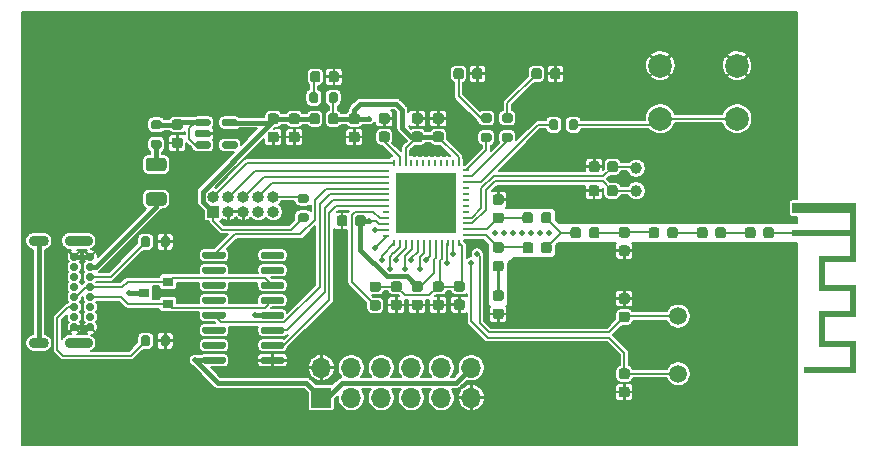
<source format=gtl>
G04 #@! TF.GenerationSoftware,KiCad,Pcbnew,5.1.9*
G04 #@! TF.CreationDate,2021-04-01T15:39:56-06:00*
G04 #@! TF.ProjectId,BluetoothBlinker-PCB,426c7565-746f-46f7-9468-426c696e6b65,rev?*
G04 #@! TF.SameCoordinates,Original*
G04 #@! TF.FileFunction,Copper,L1,Top*
G04 #@! TF.FilePolarity,Positive*
%FSLAX46Y46*%
G04 Gerber Fmt 4.6, Leading zero omitted, Abs format (unit mm)*
G04 Created by KiCad (PCBNEW 5.1.9) date 2021-04-01 15:39:56*
%MOMM*%
%LPD*%
G01*
G04 APERTURE LIST*
G04 #@! TA.AperFunction,EtchedComponent*
%ADD10C,0.100000*%
G04 #@! TD*
G04 #@! TA.AperFunction,ComponentPad*
%ADD11C,2.000000*%
G04 #@! TD*
G04 #@! TA.AperFunction,ComponentPad*
%ADD12C,1.000000*%
G04 #@! TD*
G04 #@! TA.AperFunction,ComponentPad*
%ADD13O,1.700000X1.700000*%
G04 #@! TD*
G04 #@! TA.AperFunction,ComponentPad*
%ADD14R,1.700000X1.700000*%
G04 #@! TD*
G04 #@! TA.AperFunction,ComponentPad*
%ADD15O,1.700000X0.900000*%
G04 #@! TD*
G04 #@! TA.AperFunction,ComponentPad*
%ADD16O,2.400000X0.900000*%
G04 #@! TD*
G04 #@! TA.AperFunction,ComponentPad*
%ADD17C,0.700000*%
G04 #@! TD*
G04 #@! TA.AperFunction,SMDPad,CuDef*
%ADD18R,0.900000X0.800000*%
G04 #@! TD*
G04 #@! TA.AperFunction,ConnectorPad*
%ADD19R,0.500000X0.500000*%
G04 #@! TD*
G04 #@! TA.AperFunction,ComponentPad*
%ADD20R,0.500000X0.900000*%
G04 #@! TD*
G04 #@! TA.AperFunction,ComponentPad*
%ADD21C,1.500000*%
G04 #@! TD*
G04 #@! TA.AperFunction,SMDPad,CuDef*
%ADD22R,5.150000X5.150000*%
G04 #@! TD*
G04 #@! TA.AperFunction,SMDPad,CuDef*
%ADD23R,0.240000X0.600000*%
G04 #@! TD*
G04 #@! TA.AperFunction,SMDPad,CuDef*
%ADD24R,0.600000X0.240000*%
G04 #@! TD*
G04 #@! TA.AperFunction,ComponentPad*
%ADD25O,1.000000X1.000000*%
G04 #@! TD*
G04 #@! TA.AperFunction,ComponentPad*
%ADD26R,1.000000X1.000000*%
G04 #@! TD*
G04 #@! TA.AperFunction,ViaPad*
%ADD27C,0.500000*%
G04 #@! TD*
G04 #@! TA.AperFunction,Conductor*
%ADD28C,0.200000*%
G04 #@! TD*
G04 #@! TA.AperFunction,Conductor*
%ADD29C,0.400000*%
G04 #@! TD*
G04 #@! TA.AperFunction,Conductor*
%ADD30C,0.250000*%
G04 #@! TD*
G04 #@! TA.AperFunction,Conductor*
%ADD31C,0.100000*%
G04 #@! TD*
G04 APERTURE END LIST*
D10*
G04 #@! TO.C,AE1*
G36*
X223236000Y21426000D02*
G01*
X223236000Y19426000D01*
X225876000Y19426000D01*
X225876000Y16726000D01*
X223236000Y16726000D01*
X223236000Y14726000D01*
X225876000Y14726000D01*
X225876000Y12026000D01*
X221436000Y12026000D01*
X221436000Y12526000D01*
X225376000Y12526000D01*
X225376000Y14226000D01*
X222736000Y14226000D01*
X222736000Y17226000D01*
X225376000Y17226000D01*
X225376000Y18926000D01*
X222736000Y18926000D01*
X222736000Y21926000D01*
X225376000Y21926000D01*
X225376000Y23626000D01*
X220476000Y23626000D01*
X220476000Y24126000D01*
X225376000Y24126000D01*
X225376000Y25526000D01*
X220476000Y25526000D01*
X220476000Y26426000D01*
X220719215Y26426000D01*
X220719215Y26123583D01*
X220671605Y26113742D01*
X220629203Y26089674D01*
X220596419Y26051731D01*
X220592065Y26043819D01*
X220579957Y26001156D01*
X220580700Y25952637D01*
X220593600Y25907122D01*
X220604213Y25888511D01*
X220639447Y25854868D01*
X220684632Y25834309D01*
X220734158Y25827778D01*
X220782417Y25836218D01*
X220814643Y25853112D01*
X220847313Y25888372D01*
X220867408Y25933682D01*
X220873982Y25983267D01*
X220866092Y26031353D01*
X220849186Y26064245D01*
X220812416Y26099185D01*
X220767622Y26118847D01*
X220719215Y26123583D01*
X220719215Y26426000D01*
X225876000Y26426000D01*
X225876000Y21426000D01*
X223236000Y21426000D01*
G37*
G04 #@! TD*
G04 #@! TO.P,R7,2*
G04 #@! TO.N,Net-(R7-Pad2)*
G04 #@! TA.AperFunction,SMDPad,CuDef*
G36*
G01*
X201530000Y32745000D02*
X201530000Y33295000D01*
G75*
G02*
X201730000Y33495000I200000J0D01*
G01*
X202130000Y33495000D01*
G75*
G02*
X202330000Y33295000I0J-200000D01*
G01*
X202330000Y32745000D01*
G75*
G02*
X202130000Y32545000I-200000J0D01*
G01*
X201730000Y32545000D01*
G75*
G02*
X201530000Y32745000I0J200000D01*
G01*
G37*
G04 #@! TD.AperFunction*
G04 #@! TO.P,R7,1*
G04 #@! TO.N,/BTN1_MCU*
G04 #@! TA.AperFunction,SMDPad,CuDef*
G36*
G01*
X199880000Y32745000D02*
X199880000Y33295000D01*
G75*
G02*
X200080000Y33495000I200000J0D01*
G01*
X200480000Y33495000D01*
G75*
G02*
X200680000Y33295000I0J-200000D01*
G01*
X200680000Y32745000D01*
G75*
G02*
X200480000Y32545000I-200000J0D01*
G01*
X200080000Y32545000D01*
G75*
G02*
X199880000Y32745000I0J200000D01*
G01*
G37*
G04 #@! TD.AperFunction*
G04 #@! TD*
D11*
G04 #@! TO.P,SW1,1*
G04 #@! TO.N,Net-(R7-Pad2)*
X209296000Y33528000D03*
G04 #@! TO.P,SW1,2*
G04 #@! TO.N,GND*
X209296000Y38028000D03*
G04 #@! TO.P,SW1,1*
G04 #@! TO.N,Net-(R7-Pad2)*
X215796000Y33528000D03*
G04 #@! TO.P,SW1,2*
G04 #@! TO.N,GND*
X215796000Y38028000D03*
G04 #@! TD*
G04 #@! TO.P,L5,2*
G04 #@! TO.N,/VDDS*
G04 #@! TA.AperFunction,SMDPad,CuDef*
G36*
G01*
X181172500Y33271750D02*
X181172500Y33784250D01*
G75*
G02*
X181391250Y34003000I218750J0D01*
G01*
X181828750Y34003000D01*
G75*
G02*
X182047500Y33784250I0J-218750D01*
G01*
X182047500Y33271750D01*
G75*
G02*
X181828750Y33053000I-218750J0D01*
G01*
X181391250Y33053000D01*
G75*
G02*
X181172500Y33271750I0J218750D01*
G01*
G37*
G04 #@! TD.AperFunction*
G04 #@! TO.P,L5,1*
G04 #@! TO.N,/VDD*
G04 #@! TA.AperFunction,SMDPad,CuDef*
G36*
G01*
X179597500Y33271750D02*
X179597500Y33784250D01*
G75*
G02*
X179816250Y34003000I218750J0D01*
G01*
X180253750Y34003000D01*
G75*
G02*
X180472500Y33784250I0J-218750D01*
G01*
X180472500Y33271750D01*
G75*
G02*
X180253750Y33053000I-218750J0D01*
G01*
X179816250Y33053000D01*
G75*
G02*
X179597500Y33271750I0J218750D01*
G01*
G37*
G04 #@! TD.AperFunction*
G04 #@! TD*
G04 #@! TO.P,C18,2*
G04 #@! TO.N,GND*
G04 #@! TA.AperFunction,SMDPad,CuDef*
G36*
G01*
X183138000Y32428000D02*
X183638000Y32428000D01*
G75*
G02*
X183863000Y32203000I0J-225000D01*
G01*
X183863000Y31753000D01*
G75*
G02*
X183638000Y31528000I-225000J0D01*
G01*
X183138000Y31528000D01*
G75*
G02*
X182913000Y31753000I0J225000D01*
G01*
X182913000Y32203000D01*
G75*
G02*
X183138000Y32428000I225000J0D01*
G01*
G37*
G04 #@! TD.AperFunction*
G04 #@! TO.P,C18,1*
G04 #@! TO.N,/VDDS*
G04 #@! TA.AperFunction,SMDPad,CuDef*
G36*
G01*
X183138000Y33978000D02*
X183638000Y33978000D01*
G75*
G02*
X183863000Y33753000I0J-225000D01*
G01*
X183863000Y33303000D01*
G75*
G02*
X183638000Y33078000I-225000J0D01*
G01*
X183138000Y33078000D01*
G75*
G02*
X182913000Y33303000I0J225000D01*
G01*
X182913000Y33753000D01*
G75*
G02*
X183138000Y33978000I225000J0D01*
G01*
G37*
G04 #@! TD.AperFunction*
G04 #@! TD*
G04 #@! TO.P,C8,2*
G04 #@! TO.N,GND*
G04 #@! TA.AperFunction,SMDPad,CuDef*
G36*
G01*
X176280000Y32428000D02*
X176780000Y32428000D01*
G75*
G02*
X177005000Y32203000I0J-225000D01*
G01*
X177005000Y31753000D01*
G75*
G02*
X176780000Y31528000I-225000J0D01*
G01*
X176280000Y31528000D01*
G75*
G02*
X176055000Y31753000I0J225000D01*
G01*
X176055000Y32203000D01*
G75*
G02*
X176280000Y32428000I225000J0D01*
G01*
G37*
G04 #@! TD.AperFunction*
G04 #@! TO.P,C8,1*
G04 #@! TO.N,/VDD*
G04 #@! TA.AperFunction,SMDPad,CuDef*
G36*
G01*
X176280000Y33978000D02*
X176780000Y33978000D01*
G75*
G02*
X177005000Y33753000I0J-225000D01*
G01*
X177005000Y33303000D01*
G75*
G02*
X176780000Y33078000I-225000J0D01*
G01*
X176280000Y33078000D01*
G75*
G02*
X176055000Y33303000I0J225000D01*
G01*
X176055000Y33753000D01*
G75*
G02*
X176280000Y33978000I225000J0D01*
G01*
G37*
G04 #@! TD.AperFunction*
G04 #@! TD*
G04 #@! TO.P,C9,2*
G04 #@! TO.N,GND*
G04 #@! TA.AperFunction,SMDPad,CuDef*
G36*
G01*
X178058000Y32428000D02*
X178558000Y32428000D01*
G75*
G02*
X178783000Y32203000I0J-225000D01*
G01*
X178783000Y31753000D01*
G75*
G02*
X178558000Y31528000I-225000J0D01*
G01*
X178058000Y31528000D01*
G75*
G02*
X177833000Y31753000I0J225000D01*
G01*
X177833000Y32203000D01*
G75*
G02*
X178058000Y32428000I225000J0D01*
G01*
G37*
G04 #@! TD.AperFunction*
G04 #@! TO.P,C9,1*
G04 #@! TO.N,/VDD*
G04 #@! TA.AperFunction,SMDPad,CuDef*
G36*
G01*
X178058000Y33978000D02*
X178558000Y33978000D01*
G75*
G02*
X178783000Y33753000I0J-225000D01*
G01*
X178783000Y33303000D01*
G75*
G02*
X178558000Y33078000I-225000J0D01*
G01*
X178058000Y33078000D01*
G75*
G02*
X177833000Y33303000I0J225000D01*
G01*
X177833000Y33753000D01*
G75*
G02*
X178058000Y33978000I225000J0D01*
G01*
G37*
G04 #@! TD.AperFunction*
G04 #@! TD*
G04 #@! TO.P,D4,2*
G04 #@! TO.N,Net-(D4-Pad2)*
G04 #@! TA.AperFunction,SMDPad,CuDef*
G36*
G01*
X199268500Y37594250D02*
X199268500Y37081750D01*
G75*
G02*
X199049750Y36863000I-218750J0D01*
G01*
X198612250Y36863000D01*
G75*
G02*
X198393500Y37081750I0J218750D01*
G01*
X198393500Y37594250D01*
G75*
G02*
X198612250Y37813000I218750J0D01*
G01*
X199049750Y37813000D01*
G75*
G02*
X199268500Y37594250I0J-218750D01*
G01*
G37*
G04 #@! TD.AperFunction*
G04 #@! TO.P,D4,1*
G04 #@! TO.N,GND*
G04 #@! TA.AperFunction,SMDPad,CuDef*
G36*
G01*
X200843500Y37594250D02*
X200843500Y37081750D01*
G75*
G02*
X200624750Y36863000I-218750J0D01*
G01*
X200187250Y36863000D01*
G75*
G02*
X199968500Y37081750I0J218750D01*
G01*
X199968500Y37594250D01*
G75*
G02*
X200187250Y37813000I218750J0D01*
G01*
X200624750Y37813000D01*
G75*
G02*
X200843500Y37594250I0J-218750D01*
G01*
G37*
G04 #@! TD.AperFunction*
G04 #@! TD*
G04 #@! TO.P,D3,2*
G04 #@! TO.N,Net-(D3-Pad2)*
G04 #@! TA.AperFunction,SMDPad,CuDef*
G36*
G01*
X192664500Y37594250D02*
X192664500Y37081750D01*
G75*
G02*
X192445750Y36863000I-218750J0D01*
G01*
X192008250Y36863000D01*
G75*
G02*
X191789500Y37081750I0J218750D01*
G01*
X191789500Y37594250D01*
G75*
G02*
X192008250Y37813000I218750J0D01*
G01*
X192445750Y37813000D01*
G75*
G02*
X192664500Y37594250I0J-218750D01*
G01*
G37*
G04 #@! TD.AperFunction*
G04 #@! TO.P,D3,1*
G04 #@! TO.N,GND*
G04 #@! TA.AperFunction,SMDPad,CuDef*
G36*
G01*
X194239500Y37594250D02*
X194239500Y37081750D01*
G75*
G02*
X194020750Y36863000I-218750J0D01*
G01*
X193583250Y36863000D01*
G75*
G02*
X193364500Y37081750I0J218750D01*
G01*
X193364500Y37594250D01*
G75*
G02*
X193583250Y37813000I218750J0D01*
G01*
X194020750Y37813000D01*
G75*
G02*
X194239500Y37594250I0J-218750D01*
G01*
G37*
G04 #@! TD.AperFunction*
G04 #@! TD*
G04 #@! TO.P,D2,2*
G04 #@! TO.N,Net-(D2-Pad2)*
G04 #@! TA.AperFunction,SMDPad,CuDef*
G36*
G01*
X180523500Y37340250D02*
X180523500Y36827750D01*
G75*
G02*
X180304750Y36609000I-218750J0D01*
G01*
X179867250Y36609000D01*
G75*
G02*
X179648500Y36827750I0J218750D01*
G01*
X179648500Y37340250D01*
G75*
G02*
X179867250Y37559000I218750J0D01*
G01*
X180304750Y37559000D01*
G75*
G02*
X180523500Y37340250I0J-218750D01*
G01*
G37*
G04 #@! TD.AperFunction*
G04 #@! TO.P,D2,1*
G04 #@! TO.N,GND*
G04 #@! TA.AperFunction,SMDPad,CuDef*
G36*
G01*
X182098500Y37340250D02*
X182098500Y36827750D01*
G75*
G02*
X181879750Y36609000I-218750J0D01*
G01*
X181442250Y36609000D01*
G75*
G02*
X181223500Y36827750I0J218750D01*
G01*
X181223500Y37340250D01*
G75*
G02*
X181442250Y37559000I218750J0D01*
G01*
X181879750Y37559000D01*
G75*
G02*
X182098500Y37340250I0J-218750D01*
G01*
G37*
G04 #@! TD.AperFunction*
G04 #@! TD*
G04 #@! TO.P,C14,2*
G04 #@! TO.N,/X32K_P*
G04 #@! TA.AperFunction,SMDPad,CuDef*
G36*
G01*
X204782000Y27182000D02*
X204782000Y27682000D01*
G75*
G02*
X205007000Y27907000I225000J0D01*
G01*
X205457000Y27907000D01*
G75*
G02*
X205682000Y27682000I0J-225000D01*
G01*
X205682000Y27182000D01*
G75*
G02*
X205457000Y26957000I-225000J0D01*
G01*
X205007000Y26957000D01*
G75*
G02*
X204782000Y27182000I0J225000D01*
G01*
G37*
G04 #@! TD.AperFunction*
G04 #@! TO.P,C14,1*
G04 #@! TO.N,GND*
G04 #@! TA.AperFunction,SMDPad,CuDef*
G36*
G01*
X203232000Y27182000D02*
X203232000Y27682000D01*
G75*
G02*
X203457000Y27907000I225000J0D01*
G01*
X203907000Y27907000D01*
G75*
G02*
X204132000Y27682000I0J-225000D01*
G01*
X204132000Y27182000D01*
G75*
G02*
X203907000Y26957000I-225000J0D01*
G01*
X203457000Y26957000D01*
G75*
G02*
X203232000Y27182000I0J225000D01*
G01*
G37*
G04 #@! TD.AperFunction*
G04 #@! TD*
D12*
G04 #@! TO.P,Y2,2*
G04 #@! TO.N,/X32K_N*
X207264000Y29332000D03*
G04 #@! TO.P,Y2,1*
G04 #@! TO.N,/X32K_P*
X207264000Y27432000D03*
G04 #@! TD*
G04 #@! TO.P,C15,2*
G04 #@! TO.N,/X32K_N*
G04 #@! TA.AperFunction,SMDPad,CuDef*
G36*
G01*
X204808000Y29214000D02*
X204808000Y29714000D01*
G75*
G02*
X205033000Y29939000I225000J0D01*
G01*
X205483000Y29939000D01*
G75*
G02*
X205708000Y29714000I0J-225000D01*
G01*
X205708000Y29214000D01*
G75*
G02*
X205483000Y28989000I-225000J0D01*
G01*
X205033000Y28989000D01*
G75*
G02*
X204808000Y29214000I0J225000D01*
G01*
G37*
G04 #@! TD.AperFunction*
G04 #@! TO.P,C15,1*
G04 #@! TO.N,GND*
G04 #@! TA.AperFunction,SMDPad,CuDef*
G36*
G01*
X203258000Y29214000D02*
X203258000Y29714000D01*
G75*
G02*
X203483000Y29939000I225000J0D01*
G01*
X203933000Y29939000D01*
G75*
G02*
X204158000Y29714000I0J-225000D01*
G01*
X204158000Y29214000D01*
G75*
G02*
X203933000Y28989000I-225000J0D01*
G01*
X203483000Y28989000D01*
G75*
G02*
X203258000Y29214000I0J225000D01*
G01*
G37*
G04 #@! TD.AperFunction*
G04 #@! TD*
D13*
G04 #@! TO.P,J3,12*
G04 #@! TO.N,/VDD*
X193294000Y12446000D03*
G04 #@! TO.P,J3,11*
G04 #@! TO.N,GND*
X193294000Y9906000D03*
G04 #@! TO.P,J3,10*
G04 #@! TO.N,/DIO_30*
X190754000Y12446000D03*
G04 #@! TO.P,J3,9*
G04 #@! TO.N,/DIO_29*
X190754000Y9906000D03*
G04 #@! TO.P,J3,8*
G04 #@! TO.N,/DIO_28*
X188214000Y12446000D03*
G04 #@! TO.P,J3,7*
G04 #@! TO.N,/DIO_27*
X188214000Y9906000D03*
G04 #@! TO.P,J3,6*
G04 #@! TO.N,/DIO_26*
X185674000Y12446000D03*
G04 #@! TO.P,J3,5*
G04 #@! TO.N,/DIO_25*
X185674000Y9906000D03*
G04 #@! TO.P,J3,4*
G04 #@! TO.N,/DIO_24*
X183134000Y12446000D03*
G04 #@! TO.P,J3,3*
G04 #@! TO.N,/DIO_23*
X183134000Y9906000D03*
G04 #@! TO.P,J3,2*
G04 #@! TO.N,GND*
X180594000Y12446000D03*
D14*
G04 #@! TO.P,J3,1*
G04 #@! TO.N,/VDD*
X180594000Y9906000D03*
G04 #@! TD*
G04 #@! TO.P,RV1,2*
G04 #@! TO.N,Net-(F1-Pad1)*
G04 #@! TA.AperFunction,SMDPad,CuDef*
G36*
G01*
X166349000Y31770000D02*
X166899000Y31770000D01*
G75*
G02*
X167099000Y31570000I0J-200000D01*
G01*
X167099000Y31170000D01*
G75*
G02*
X166899000Y30970000I-200000J0D01*
G01*
X166349000Y30970000D01*
G75*
G02*
X166149000Y31170000I0J200000D01*
G01*
X166149000Y31570000D01*
G75*
G02*
X166349000Y31770000I200000J0D01*
G01*
G37*
G04 #@! TD.AperFunction*
G04 #@! TO.P,RV1,1*
G04 #@! TO.N,/VBUS*
G04 #@! TA.AperFunction,SMDPad,CuDef*
G36*
G01*
X166349000Y33420000D02*
X166899000Y33420000D01*
G75*
G02*
X167099000Y33220000I0J-200000D01*
G01*
X167099000Y32820000D01*
G75*
G02*
X166899000Y32620000I-200000J0D01*
G01*
X166349000Y32620000D01*
G75*
G02*
X166149000Y32820000I0J200000D01*
G01*
X166149000Y33220000D01*
G75*
G02*
X166349000Y33420000I200000J0D01*
G01*
G37*
G04 #@! TD.AperFunction*
G04 #@! TD*
D15*
G04 #@! TO.P,J1,S1*
G04 #@! TO.N,GND1*
X156676000Y14544000D03*
X156676000Y23194000D03*
D16*
X160056000Y14544000D03*
X160056000Y23194000D03*
D17*
G04 #@! TO.P,J1,B6*
G04 #@! TO.N,/D-*
X159686000Y18444000D03*
G04 #@! TO.P,J1,B1*
G04 #@! TO.N,GND*
X159686000Y15894000D03*
G04 #@! TO.P,J1,B4*
G04 #@! TO.N,Net-(F1-Pad2)*
X159686000Y16744000D03*
G04 #@! TO.P,J1,B5*
G04 #@! TO.N,Net-(J1-PadB5)*
X159686000Y17594000D03*
G04 #@! TO.P,J1,B12*
G04 #@! TO.N,GND*
X159686000Y21844000D03*
G04 #@! TO.P,J1,B8*
G04 #@! TO.N,Net-(J1-PadB8)*
X159686000Y20144000D03*
G04 #@! TO.P,J1,B7*
G04 #@! TO.N,/D+*
X159686000Y19294000D03*
G04 #@! TO.P,J1,B9*
G04 #@! TO.N,Net-(F1-Pad2)*
X159686000Y20994000D03*
G04 #@! TO.P,J1,A12*
G04 #@! TO.N,GND*
X161036000Y15894000D03*
G04 #@! TO.P,J1,A9*
G04 #@! TO.N,Net-(F1-Pad2)*
X161036000Y16744000D03*
G04 #@! TO.P,J1,A8*
G04 #@! TO.N,Net-(J1-PadA8)*
X161036000Y17594000D03*
G04 #@! TO.P,J1,A7*
G04 #@! TO.N,/D+*
X161036000Y18444000D03*
G04 #@! TO.P,J1,A6*
G04 #@! TO.N,/D-*
X161036000Y19294000D03*
G04 #@! TO.P,J1,A5*
G04 #@! TO.N,Net-(J1-PadA5)*
X161036000Y20144000D03*
G04 #@! TO.P,J1,A4*
G04 #@! TO.N,Net-(F1-Pad2)*
X161036000Y20994000D03*
G04 #@! TO.P,J1,A1*
G04 #@! TO.N,GND*
X161036000Y21844000D03*
G04 #@! TD*
G04 #@! TO.P,R6,2*
G04 #@! TO.N,/VDD*
G04 #@! TA.AperFunction,SMDPad,CuDef*
G36*
G01*
X178795000Y25546000D02*
X179345000Y25546000D01*
G75*
G02*
X179545000Y25346000I0J-200000D01*
G01*
X179545000Y24946000D01*
G75*
G02*
X179345000Y24746000I-200000J0D01*
G01*
X178795000Y24746000D01*
G75*
G02*
X178595000Y24946000I0J200000D01*
G01*
X178595000Y25346000D01*
G75*
G02*
X178795000Y25546000I200000J0D01*
G01*
G37*
G04 #@! TD.AperFunction*
G04 #@! TO.P,R6,1*
G04 #@! TO.N,/JTAG_RESET_MCU*
G04 #@! TA.AperFunction,SMDPad,CuDef*
G36*
G01*
X178795000Y27196000D02*
X179345000Y27196000D01*
G75*
G02*
X179545000Y26996000I0J-200000D01*
G01*
X179545000Y26596000D01*
G75*
G02*
X179345000Y26396000I-200000J0D01*
G01*
X178795000Y26396000D01*
G75*
G02*
X178595000Y26596000I0J200000D01*
G01*
X178595000Y26996000D01*
G75*
G02*
X178795000Y27196000I200000J0D01*
G01*
G37*
G04 #@! TD.AperFunction*
G04 #@! TD*
D18*
G04 #@! TO.P,D1,3*
G04 #@! TO.N,GND1*
X165624000Y18796000D03*
G04 #@! TO.P,D1,2*
G04 #@! TO.N,/D-*
X167624000Y19746000D03*
G04 #@! TO.P,D1,1*
G04 #@! TO.N,/D+*
X167624000Y17846000D03*
G04 #@! TD*
G04 #@! TO.P,R5,2*
G04 #@! TO.N,Net-(D4-Pad2)*
G04 #@! TA.AperFunction,SMDPad,CuDef*
G36*
G01*
X196617000Y33191000D02*
X196067000Y33191000D01*
G75*
G02*
X195867000Y33391000I0J200000D01*
G01*
X195867000Y33791000D01*
G75*
G02*
X196067000Y33991000I200000J0D01*
G01*
X196617000Y33991000D01*
G75*
G02*
X196817000Y33791000I0J-200000D01*
G01*
X196817000Y33391000D01*
G75*
G02*
X196617000Y33191000I-200000J0D01*
G01*
G37*
G04 #@! TD.AperFunction*
G04 #@! TO.P,R5,1*
G04 #@! TO.N,/LED2_MCU*
G04 #@! TA.AperFunction,SMDPad,CuDef*
G36*
G01*
X196617000Y31541000D02*
X196067000Y31541000D01*
G75*
G02*
X195867000Y31741000I0J200000D01*
G01*
X195867000Y32141000D01*
G75*
G02*
X196067000Y32341000I200000J0D01*
G01*
X196617000Y32341000D01*
G75*
G02*
X196817000Y32141000I0J-200000D01*
G01*
X196817000Y31741000D01*
G75*
G02*
X196617000Y31541000I-200000J0D01*
G01*
G37*
G04 #@! TD.AperFunction*
G04 #@! TD*
G04 #@! TO.P,R4,2*
G04 #@! TO.N,Net-(D3-Pad2)*
G04 #@! TA.AperFunction,SMDPad,CuDef*
G36*
G01*
X194839000Y33191000D02*
X194289000Y33191000D01*
G75*
G02*
X194089000Y33391000I0J200000D01*
G01*
X194089000Y33791000D01*
G75*
G02*
X194289000Y33991000I200000J0D01*
G01*
X194839000Y33991000D01*
G75*
G02*
X195039000Y33791000I0J-200000D01*
G01*
X195039000Y33391000D01*
G75*
G02*
X194839000Y33191000I-200000J0D01*
G01*
G37*
G04 #@! TD.AperFunction*
G04 #@! TO.P,R4,1*
G04 #@! TO.N,/LED1_MCU*
G04 #@! TA.AperFunction,SMDPad,CuDef*
G36*
G01*
X194839000Y31541000D02*
X194289000Y31541000D01*
G75*
G02*
X194089000Y31741000I0J200000D01*
G01*
X194089000Y32141000D01*
G75*
G02*
X194289000Y32341000I200000J0D01*
G01*
X194839000Y32341000D01*
G75*
G02*
X195039000Y32141000I0J-200000D01*
G01*
X195039000Y31741000D01*
G75*
G02*
X194839000Y31541000I-200000J0D01*
G01*
G37*
G04 #@! TD.AperFunction*
G04 #@! TD*
G04 #@! TO.P,R3,2*
G04 #@! TO.N,Net-(D2-Pad2)*
G04 #@! TA.AperFunction,SMDPad,CuDef*
G36*
G01*
X180360000Y35581000D02*
X180360000Y35031000D01*
G75*
G02*
X180160000Y34831000I-200000J0D01*
G01*
X179760000Y34831000D01*
G75*
G02*
X179560000Y35031000I0J200000D01*
G01*
X179560000Y35581000D01*
G75*
G02*
X179760000Y35781000I200000J0D01*
G01*
X180160000Y35781000D01*
G75*
G02*
X180360000Y35581000I0J-200000D01*
G01*
G37*
G04 #@! TD.AperFunction*
G04 #@! TO.P,R3,1*
G04 #@! TO.N,/VDDS*
G04 #@! TA.AperFunction,SMDPad,CuDef*
G36*
G01*
X182010000Y35581000D02*
X182010000Y35031000D01*
G75*
G02*
X181810000Y34831000I-200000J0D01*
G01*
X181410000Y34831000D01*
G75*
G02*
X181210000Y35031000I0J200000D01*
G01*
X181210000Y35581000D01*
G75*
G02*
X181410000Y35781000I200000J0D01*
G01*
X181810000Y35781000D01*
G75*
G02*
X182010000Y35581000I0J-200000D01*
G01*
G37*
G04 #@! TD.AperFunction*
G04 #@! TD*
G04 #@! TO.P,R2,2*
G04 #@! TO.N,Net-(J1-PadB5)*
G04 #@! TA.AperFunction,SMDPad,CuDef*
G36*
G01*
X166136000Y15007000D02*
X166136000Y14457000D01*
G75*
G02*
X165936000Y14257000I-200000J0D01*
G01*
X165536000Y14257000D01*
G75*
G02*
X165336000Y14457000I0J200000D01*
G01*
X165336000Y15007000D01*
G75*
G02*
X165536000Y15207000I200000J0D01*
G01*
X165936000Y15207000D01*
G75*
G02*
X166136000Y15007000I0J-200000D01*
G01*
G37*
G04 #@! TD.AperFunction*
G04 #@! TO.P,R2,1*
G04 #@! TO.N,GND*
G04 #@! TA.AperFunction,SMDPad,CuDef*
G36*
G01*
X167786000Y15007000D02*
X167786000Y14457000D01*
G75*
G02*
X167586000Y14257000I-200000J0D01*
G01*
X167186000Y14257000D01*
G75*
G02*
X166986000Y14457000I0J200000D01*
G01*
X166986000Y15007000D01*
G75*
G02*
X167186000Y15207000I200000J0D01*
G01*
X167586000Y15207000D01*
G75*
G02*
X167786000Y15007000I0J-200000D01*
G01*
G37*
G04 #@! TD.AperFunction*
G04 #@! TD*
G04 #@! TO.P,R1,2*
G04 #@! TO.N,Net-(J1-PadA5)*
G04 #@! TA.AperFunction,SMDPad,CuDef*
G36*
G01*
X166136000Y23389000D02*
X166136000Y22839000D01*
G75*
G02*
X165936000Y22639000I-200000J0D01*
G01*
X165536000Y22639000D01*
G75*
G02*
X165336000Y22839000I0J200000D01*
G01*
X165336000Y23389000D01*
G75*
G02*
X165536000Y23589000I200000J0D01*
G01*
X165936000Y23589000D01*
G75*
G02*
X166136000Y23389000I0J-200000D01*
G01*
G37*
G04 #@! TD.AperFunction*
G04 #@! TO.P,R1,1*
G04 #@! TO.N,GND*
G04 #@! TA.AperFunction,SMDPad,CuDef*
G36*
G01*
X167786000Y23389000D02*
X167786000Y22839000D01*
G75*
G02*
X167586000Y22639000I-200000J0D01*
G01*
X167186000Y22639000D01*
G75*
G02*
X166986000Y22839000I0J200000D01*
G01*
X166986000Y23389000D01*
G75*
G02*
X167186000Y23589000I200000J0D01*
G01*
X167586000Y23589000D01*
G75*
G02*
X167786000Y23389000I0J-200000D01*
G01*
G37*
G04 #@! TD.AperFunction*
G04 #@! TD*
G04 #@! TO.P,L6,2*
G04 #@! TO.N,/VDDR*
G04 #@! TA.AperFunction,SMDPad,CuDef*
G36*
G01*
X185422250Y18866500D02*
X184909750Y18866500D01*
G75*
G02*
X184691000Y19085250I0J218750D01*
G01*
X184691000Y19522750D01*
G75*
G02*
X184909750Y19741500I218750J0D01*
G01*
X185422250Y19741500D01*
G75*
G02*
X185641000Y19522750I0J-218750D01*
G01*
X185641000Y19085250D01*
G75*
G02*
X185422250Y18866500I-218750J0D01*
G01*
G37*
G04 #@! TD.AperFunction*
G04 #@! TO.P,L6,1*
G04 #@! TO.N,/DCDC_SW*
G04 #@! TA.AperFunction,SMDPad,CuDef*
G36*
G01*
X185422250Y17291500D02*
X184909750Y17291500D01*
G75*
G02*
X184691000Y17510250I0J218750D01*
G01*
X184691000Y17947750D01*
G75*
G02*
X184909750Y18166500I218750J0D01*
G01*
X185422250Y18166500D01*
G75*
G02*
X185641000Y17947750I0J-218750D01*
G01*
X185641000Y17510250D01*
G75*
G02*
X185422250Y17291500I-218750J0D01*
G01*
G37*
G04 #@! TD.AperFunction*
G04 #@! TD*
G04 #@! TO.P,L4,2*
G04 #@! TO.N,Net-(C5-Pad2)*
G04 #@! TA.AperFunction,SMDPad,CuDef*
G36*
G01*
X209900000Y23619750D02*
X209900000Y24132250D01*
G75*
G02*
X210118750Y24351000I218750J0D01*
G01*
X210556250Y24351000D01*
G75*
G02*
X210775000Y24132250I0J-218750D01*
G01*
X210775000Y23619750D01*
G75*
G02*
X210556250Y23401000I-218750J0D01*
G01*
X210118750Y23401000D01*
G75*
G02*
X209900000Y23619750I0J218750D01*
G01*
G37*
G04 #@! TD.AperFunction*
G04 #@! TO.P,L4,1*
G04 #@! TO.N,Net-(C4-Pad1)*
G04 #@! TA.AperFunction,SMDPad,CuDef*
G36*
G01*
X208325000Y23619750D02*
X208325000Y24132250D01*
G75*
G02*
X208543750Y24351000I218750J0D01*
G01*
X208981250Y24351000D01*
G75*
G02*
X209200000Y24132250I0J-218750D01*
G01*
X209200000Y23619750D01*
G75*
G02*
X208981250Y23401000I-218750J0D01*
G01*
X208543750Y23401000D01*
G75*
G02*
X208325000Y23619750I0J218750D01*
G01*
G37*
G04 #@! TD.AperFunction*
G04 #@! TD*
G04 #@! TO.P,L3,2*
G04 #@! TO.N,Net-(C4-Pad1)*
G04 #@! TA.AperFunction,SMDPad,CuDef*
G36*
G01*
X203270500Y23619750D02*
X203270500Y24132250D01*
G75*
G02*
X203489250Y24351000I218750J0D01*
G01*
X203926750Y24351000D01*
G75*
G02*
X204145500Y24132250I0J-218750D01*
G01*
X204145500Y23619750D01*
G75*
G02*
X203926750Y23401000I-218750J0D01*
G01*
X203489250Y23401000D01*
G75*
G02*
X203270500Y23619750I0J218750D01*
G01*
G37*
G04 #@! TD.AperFunction*
G04 #@! TO.P,L3,1*
G04 #@! TO.N,Net-(C3-Pad1)*
G04 #@! TA.AperFunction,SMDPad,CuDef*
G36*
G01*
X201695500Y23619750D02*
X201695500Y24132250D01*
G75*
G02*
X201914250Y24351000I218750J0D01*
G01*
X202351750Y24351000D01*
G75*
G02*
X202570500Y24132250I0J-218750D01*
G01*
X202570500Y23619750D01*
G75*
G02*
X202351750Y23401000I-218750J0D01*
G01*
X201914250Y23401000D01*
G75*
G02*
X201695500Y23619750I0J218750D01*
G01*
G37*
G04 #@! TD.AperFunction*
G04 #@! TD*
G04 #@! TO.P,L2,2*
G04 #@! TO.N,Net-(C3-Pad1)*
G04 #@! TA.AperFunction,SMDPad,CuDef*
G36*
G01*
X199206500Y24889750D02*
X199206500Y25402250D01*
G75*
G02*
X199425250Y25621000I218750J0D01*
G01*
X199862750Y25621000D01*
G75*
G02*
X200081500Y25402250I0J-218750D01*
G01*
X200081500Y24889750D01*
G75*
G02*
X199862750Y24671000I-218750J0D01*
G01*
X199425250Y24671000D01*
G75*
G02*
X199206500Y24889750I0J218750D01*
G01*
G37*
G04 #@! TD.AperFunction*
G04 #@! TO.P,L2,1*
G04 #@! TO.N,/RF_N*
G04 #@! TA.AperFunction,SMDPad,CuDef*
G36*
G01*
X197631500Y24889750D02*
X197631500Y25402250D01*
G75*
G02*
X197850250Y25621000I218750J0D01*
G01*
X198287750Y25621000D01*
G75*
G02*
X198506500Y25402250I0J-218750D01*
G01*
X198506500Y24889750D01*
G75*
G02*
X198287750Y24671000I-218750J0D01*
G01*
X197850250Y24671000D01*
G75*
G02*
X197631500Y24889750I0J218750D01*
G01*
G37*
G04 #@! TD.AperFunction*
G04 #@! TD*
G04 #@! TO.P,L1,2*
G04 #@! TO.N,Net-(C1-Pad1)*
G04 #@! TA.AperFunction,SMDPad,CuDef*
G36*
G01*
X195323750Y21494000D02*
X195836250Y21494000D01*
G75*
G02*
X196055000Y21275250I0J-218750D01*
G01*
X196055000Y20837750D01*
G75*
G02*
X195836250Y20619000I-218750J0D01*
G01*
X195323750Y20619000D01*
G75*
G02*
X195105000Y20837750I0J218750D01*
G01*
X195105000Y21275250D01*
G75*
G02*
X195323750Y21494000I218750J0D01*
G01*
G37*
G04 #@! TD.AperFunction*
G04 #@! TO.P,L1,1*
G04 #@! TO.N,/RF_P*
G04 #@! TA.AperFunction,SMDPad,CuDef*
G36*
G01*
X195323750Y23069000D02*
X195836250Y23069000D01*
G75*
G02*
X196055000Y22850250I0J-218750D01*
G01*
X196055000Y22412750D01*
G75*
G02*
X195836250Y22194000I-218750J0D01*
G01*
X195323750Y22194000D01*
G75*
G02*
X195105000Y22412750I0J218750D01*
G01*
X195105000Y22850250D01*
G75*
G02*
X195323750Y23069000I218750J0D01*
G01*
G37*
G04 #@! TD.AperFunction*
G04 #@! TD*
G04 #@! TO.P,C22,2*
G04 #@! TO.N,GND*
G04 #@! TA.AperFunction,SMDPad,CuDef*
G36*
G01*
X192028000Y18230000D02*
X192528000Y18230000D01*
G75*
G02*
X192753000Y18005000I0J-225000D01*
G01*
X192753000Y17555000D01*
G75*
G02*
X192528000Y17330000I-225000J0D01*
G01*
X192028000Y17330000D01*
G75*
G02*
X191803000Y17555000I0J225000D01*
G01*
X191803000Y18005000D01*
G75*
G02*
X192028000Y18230000I225000J0D01*
G01*
G37*
G04 #@! TD.AperFunction*
G04 #@! TO.P,C22,1*
G04 #@! TO.N,/VDDR*
G04 #@! TA.AperFunction,SMDPad,CuDef*
G36*
G01*
X192028000Y19780000D02*
X192528000Y19780000D01*
G75*
G02*
X192753000Y19555000I0J-225000D01*
G01*
X192753000Y19105000D01*
G75*
G02*
X192528000Y18880000I-225000J0D01*
G01*
X192028000Y18880000D01*
G75*
G02*
X191803000Y19105000I0J225000D01*
G01*
X191803000Y19555000D01*
G75*
G02*
X192028000Y19780000I225000J0D01*
G01*
G37*
G04 #@! TD.AperFunction*
G04 #@! TD*
G04 #@! TO.P,C21,2*
G04 #@! TO.N,Net-(C21-Pad2)*
G04 #@! TA.AperFunction,SMDPad,CuDef*
G36*
G01*
X185678000Y32454000D02*
X186178000Y32454000D01*
G75*
G02*
X186403000Y32229000I0J-225000D01*
G01*
X186403000Y31779000D01*
G75*
G02*
X186178000Y31554000I-225000J0D01*
G01*
X185678000Y31554000D01*
G75*
G02*
X185453000Y31779000I0J225000D01*
G01*
X185453000Y32229000D01*
G75*
G02*
X185678000Y32454000I225000J0D01*
G01*
G37*
G04 #@! TD.AperFunction*
G04 #@! TO.P,C21,1*
G04 #@! TO.N,GND*
G04 #@! TA.AperFunction,SMDPad,CuDef*
G36*
G01*
X185678000Y34004000D02*
X186178000Y34004000D01*
G75*
G02*
X186403000Y33779000I0J-225000D01*
G01*
X186403000Y33329000D01*
G75*
G02*
X186178000Y33104000I-225000J0D01*
G01*
X185678000Y33104000D01*
G75*
G02*
X185453000Y33329000I0J225000D01*
G01*
X185453000Y33779000D01*
G75*
G02*
X185678000Y34004000I225000J0D01*
G01*
G37*
G04 #@! TD.AperFunction*
G04 #@! TD*
G04 #@! TO.P,C20,2*
G04 #@! TO.N,GND*
G04 #@! TA.AperFunction,SMDPad,CuDef*
G36*
G01*
X190250000Y18217000D02*
X190750000Y18217000D01*
G75*
G02*
X190975000Y17992000I0J-225000D01*
G01*
X190975000Y17542000D01*
G75*
G02*
X190750000Y17317000I-225000J0D01*
G01*
X190250000Y17317000D01*
G75*
G02*
X190025000Y17542000I0J225000D01*
G01*
X190025000Y17992000D01*
G75*
G02*
X190250000Y18217000I225000J0D01*
G01*
G37*
G04 #@! TD.AperFunction*
G04 #@! TO.P,C20,1*
G04 #@! TO.N,/VDDR*
G04 #@! TA.AperFunction,SMDPad,CuDef*
G36*
G01*
X190250000Y19767000D02*
X190750000Y19767000D01*
G75*
G02*
X190975000Y19542000I0J-225000D01*
G01*
X190975000Y19092000D01*
G75*
G02*
X190750000Y18867000I-225000J0D01*
G01*
X190250000Y18867000D01*
G75*
G02*
X190025000Y19092000I0J225000D01*
G01*
X190025000Y19542000D01*
G75*
G02*
X190250000Y19767000I225000J0D01*
G01*
G37*
G04 #@! TD.AperFunction*
G04 #@! TD*
G04 #@! TO.P,C19,2*
G04 #@! TO.N,GND*
G04 #@! TA.AperFunction,SMDPad,CuDef*
G36*
G01*
X186694000Y18217000D02*
X187194000Y18217000D01*
G75*
G02*
X187419000Y17992000I0J-225000D01*
G01*
X187419000Y17542000D01*
G75*
G02*
X187194000Y17317000I-225000J0D01*
G01*
X186694000Y17317000D01*
G75*
G02*
X186469000Y17542000I0J225000D01*
G01*
X186469000Y17992000D01*
G75*
G02*
X186694000Y18217000I225000J0D01*
G01*
G37*
G04 #@! TD.AperFunction*
G04 #@! TO.P,C19,1*
G04 #@! TO.N,/VDDR*
G04 #@! TA.AperFunction,SMDPad,CuDef*
G36*
G01*
X186694000Y19767000D02*
X187194000Y19767000D01*
G75*
G02*
X187419000Y19542000I0J-225000D01*
G01*
X187419000Y19092000D01*
G75*
G02*
X187194000Y18867000I-225000J0D01*
G01*
X186694000Y18867000D01*
G75*
G02*
X186469000Y19092000I0J225000D01*
G01*
X186469000Y19542000D01*
G75*
G02*
X186694000Y19767000I225000J0D01*
G01*
G37*
G04 #@! TD.AperFunction*
G04 #@! TD*
G04 #@! TO.P,C17,2*
G04 #@! TO.N,GND*
G04 #@! TA.AperFunction,SMDPad,CuDef*
G36*
G01*
X182809000Y25142000D02*
X182809000Y24642000D01*
G75*
G02*
X182584000Y24417000I-225000J0D01*
G01*
X182134000Y24417000D01*
G75*
G02*
X181909000Y24642000I0J225000D01*
G01*
X181909000Y25142000D01*
G75*
G02*
X182134000Y25367000I225000J0D01*
G01*
X182584000Y25367000D01*
G75*
G02*
X182809000Y25142000I0J-225000D01*
G01*
G37*
G04 #@! TD.AperFunction*
G04 #@! TO.P,C17,1*
G04 #@! TO.N,/VDDS*
G04 #@! TA.AperFunction,SMDPad,CuDef*
G36*
G01*
X184359000Y25142000D02*
X184359000Y24642000D01*
G75*
G02*
X184134000Y24417000I-225000J0D01*
G01*
X183684000Y24417000D01*
G75*
G02*
X183459000Y24642000I0J225000D01*
G01*
X183459000Y25142000D01*
G75*
G02*
X183684000Y25367000I225000J0D01*
G01*
X184134000Y25367000D01*
G75*
G02*
X184359000Y25142000I0J-225000D01*
G01*
G37*
G04 #@! TD.AperFunction*
G04 #@! TD*
G04 #@! TO.P,C16,2*
G04 #@! TO.N,GND*
G04 #@! TA.AperFunction,SMDPad,CuDef*
G36*
G01*
X188472000Y18217000D02*
X188972000Y18217000D01*
G75*
G02*
X189197000Y17992000I0J-225000D01*
G01*
X189197000Y17542000D01*
G75*
G02*
X188972000Y17317000I-225000J0D01*
G01*
X188472000Y17317000D01*
G75*
G02*
X188247000Y17542000I0J225000D01*
G01*
X188247000Y17992000D01*
G75*
G02*
X188472000Y18217000I225000J0D01*
G01*
G37*
G04 #@! TD.AperFunction*
G04 #@! TO.P,C16,1*
G04 #@! TO.N,/VDDS*
G04 #@! TA.AperFunction,SMDPad,CuDef*
G36*
G01*
X188472000Y19767000D02*
X188972000Y19767000D01*
G75*
G02*
X189197000Y19542000I0J-225000D01*
G01*
X189197000Y19092000D01*
G75*
G02*
X188972000Y18867000I-225000J0D01*
G01*
X188472000Y18867000D01*
G75*
G02*
X188247000Y19092000I0J225000D01*
G01*
X188247000Y19542000D01*
G75*
G02*
X188472000Y19767000I225000J0D01*
G01*
G37*
G04 #@! TD.AperFunction*
G04 #@! TD*
G04 #@! TO.P,C13,2*
G04 #@! TO.N,/X48M_N*
G04 #@! TA.AperFunction,SMDPad,CuDef*
G36*
G01*
X206498000Y11488000D02*
X205998000Y11488000D01*
G75*
G02*
X205773000Y11713000I0J225000D01*
G01*
X205773000Y12163000D01*
G75*
G02*
X205998000Y12388000I225000J0D01*
G01*
X206498000Y12388000D01*
G75*
G02*
X206723000Y12163000I0J-225000D01*
G01*
X206723000Y11713000D01*
G75*
G02*
X206498000Y11488000I-225000J0D01*
G01*
G37*
G04 #@! TD.AperFunction*
G04 #@! TO.P,C13,1*
G04 #@! TO.N,GND*
G04 #@! TA.AperFunction,SMDPad,CuDef*
G36*
G01*
X206498000Y9938000D02*
X205998000Y9938000D01*
G75*
G02*
X205773000Y10163000I0J225000D01*
G01*
X205773000Y10613000D01*
G75*
G02*
X205998000Y10838000I225000J0D01*
G01*
X206498000Y10838000D01*
G75*
G02*
X206723000Y10613000I0J-225000D01*
G01*
X206723000Y10163000D01*
G75*
G02*
X206498000Y9938000I-225000J0D01*
G01*
G37*
G04 #@! TD.AperFunction*
G04 #@! TD*
G04 #@! TO.P,C12,2*
G04 #@! TO.N,/X48M_P*
G04 #@! TA.AperFunction,SMDPad,CuDef*
G36*
G01*
X205998000Y17201000D02*
X206498000Y17201000D01*
G75*
G02*
X206723000Y16976000I0J-225000D01*
G01*
X206723000Y16526000D01*
G75*
G02*
X206498000Y16301000I-225000J0D01*
G01*
X205998000Y16301000D01*
G75*
G02*
X205773000Y16526000I0J225000D01*
G01*
X205773000Y16976000D01*
G75*
G02*
X205998000Y17201000I225000J0D01*
G01*
G37*
G04 #@! TD.AperFunction*
G04 #@! TO.P,C12,1*
G04 #@! TO.N,GND*
G04 #@! TA.AperFunction,SMDPad,CuDef*
G36*
G01*
X205998000Y18751000D02*
X206498000Y18751000D01*
G75*
G02*
X206723000Y18526000I0J-225000D01*
G01*
X206723000Y18076000D01*
G75*
G02*
X206498000Y17851000I-225000J0D01*
G01*
X205998000Y17851000D01*
G75*
G02*
X205773000Y18076000I0J225000D01*
G01*
X205773000Y18526000D01*
G75*
G02*
X205998000Y18751000I225000J0D01*
G01*
G37*
G04 #@! TD.AperFunction*
G04 #@! TD*
G04 #@! TO.P,C11,2*
G04 #@! TO.N,GND*
G04 #@! TA.AperFunction,SMDPad,CuDef*
G36*
G01*
X188972000Y33104000D02*
X188472000Y33104000D01*
G75*
G02*
X188247000Y33329000I0J225000D01*
G01*
X188247000Y33779000D01*
G75*
G02*
X188472000Y34004000I225000J0D01*
G01*
X188972000Y34004000D01*
G75*
G02*
X189197000Y33779000I0J-225000D01*
G01*
X189197000Y33329000D01*
G75*
G02*
X188972000Y33104000I-225000J0D01*
G01*
G37*
G04 #@! TD.AperFunction*
G04 #@! TO.P,C11,1*
G04 #@! TO.N,/VDDS*
G04 #@! TA.AperFunction,SMDPad,CuDef*
G36*
G01*
X188972000Y31554000D02*
X188472000Y31554000D01*
G75*
G02*
X188247000Y31779000I0J225000D01*
G01*
X188247000Y32229000D01*
G75*
G02*
X188472000Y32454000I225000J0D01*
G01*
X188972000Y32454000D01*
G75*
G02*
X189197000Y32229000I0J-225000D01*
G01*
X189197000Y31779000D01*
G75*
G02*
X188972000Y31554000I-225000J0D01*
G01*
G37*
G04 #@! TD.AperFunction*
G04 #@! TD*
G04 #@! TO.P,C10,2*
G04 #@! TO.N,GND*
G04 #@! TA.AperFunction,SMDPad,CuDef*
G36*
G01*
X190750000Y33104000D02*
X190250000Y33104000D01*
G75*
G02*
X190025000Y33329000I0J225000D01*
G01*
X190025000Y33779000D01*
G75*
G02*
X190250000Y34004000I225000J0D01*
G01*
X190750000Y34004000D01*
G75*
G02*
X190975000Y33779000I0J-225000D01*
G01*
X190975000Y33329000D01*
G75*
G02*
X190750000Y33104000I-225000J0D01*
G01*
G37*
G04 #@! TD.AperFunction*
G04 #@! TO.P,C10,1*
G04 #@! TO.N,/VDDS*
G04 #@! TA.AperFunction,SMDPad,CuDef*
G36*
G01*
X190750000Y31554000D02*
X190250000Y31554000D01*
G75*
G02*
X190025000Y31779000I0J225000D01*
G01*
X190025000Y32229000D01*
G75*
G02*
X190250000Y32454000I225000J0D01*
G01*
X190750000Y32454000D01*
G75*
G02*
X190975000Y32229000I0J-225000D01*
G01*
X190975000Y31779000D01*
G75*
G02*
X190750000Y31554000I-225000J0D01*
G01*
G37*
G04 #@! TD.AperFunction*
G04 #@! TD*
G04 #@! TO.P,C7,2*
G04 #@! TO.N,GND*
G04 #@! TA.AperFunction,SMDPad,CuDef*
G36*
G01*
X168152000Y31933000D02*
X168652000Y31933000D01*
G75*
G02*
X168877000Y31708000I0J-225000D01*
G01*
X168877000Y31258000D01*
G75*
G02*
X168652000Y31033000I-225000J0D01*
G01*
X168152000Y31033000D01*
G75*
G02*
X167927000Y31258000I0J225000D01*
G01*
X167927000Y31708000D01*
G75*
G02*
X168152000Y31933000I225000J0D01*
G01*
G37*
G04 #@! TD.AperFunction*
G04 #@! TO.P,C7,1*
G04 #@! TO.N,/VBUS*
G04 #@! TA.AperFunction,SMDPad,CuDef*
G36*
G01*
X168152000Y33483000D02*
X168652000Y33483000D01*
G75*
G02*
X168877000Y33258000I0J-225000D01*
G01*
X168877000Y32808000D01*
G75*
G02*
X168652000Y32583000I-225000J0D01*
G01*
X168152000Y32583000D01*
G75*
G02*
X167927000Y32808000I0J225000D01*
G01*
X167927000Y33258000D01*
G75*
G02*
X168152000Y33483000I225000J0D01*
G01*
G37*
G04 #@! TD.AperFunction*
G04 #@! TD*
G04 #@! TO.P,C6,2*
G04 #@! TO.N,Net-(C5-Pad1)*
G04 #@! TA.AperFunction,SMDPad,CuDef*
G36*
G01*
X217366000Y24126000D02*
X217366000Y23626000D01*
G75*
G02*
X217141000Y23401000I-225000J0D01*
G01*
X216691000Y23401000D01*
G75*
G02*
X216466000Y23626000I0J225000D01*
G01*
X216466000Y24126000D01*
G75*
G02*
X216691000Y24351000I225000J0D01*
G01*
X217141000Y24351000D01*
G75*
G02*
X217366000Y24126000I0J-225000D01*
G01*
G37*
G04 #@! TD.AperFunction*
G04 #@! TO.P,C6,1*
G04 #@! TO.N,Net-(AE1-Pad1)*
G04 #@! TA.AperFunction,SMDPad,CuDef*
G36*
G01*
X218916000Y24126000D02*
X218916000Y23626000D01*
G75*
G02*
X218691000Y23401000I-225000J0D01*
G01*
X218241000Y23401000D01*
G75*
G02*
X218016000Y23626000I0J225000D01*
G01*
X218016000Y24126000D01*
G75*
G02*
X218241000Y24351000I225000J0D01*
G01*
X218691000Y24351000D01*
G75*
G02*
X218916000Y24126000I0J-225000D01*
G01*
G37*
G04 #@! TD.AperFunction*
G04 #@! TD*
G04 #@! TO.P,C5,2*
G04 #@! TO.N,Net-(C5-Pad2)*
G04 #@! TA.AperFunction,SMDPad,CuDef*
G36*
G01*
X213302000Y24126000D02*
X213302000Y23626000D01*
G75*
G02*
X213077000Y23401000I-225000J0D01*
G01*
X212627000Y23401000D01*
G75*
G02*
X212402000Y23626000I0J225000D01*
G01*
X212402000Y24126000D01*
G75*
G02*
X212627000Y24351000I225000J0D01*
G01*
X213077000Y24351000D01*
G75*
G02*
X213302000Y24126000I0J-225000D01*
G01*
G37*
G04 #@! TD.AperFunction*
G04 #@! TO.P,C5,1*
G04 #@! TO.N,Net-(C5-Pad1)*
G04 #@! TA.AperFunction,SMDPad,CuDef*
G36*
G01*
X214852000Y24126000D02*
X214852000Y23626000D01*
G75*
G02*
X214627000Y23401000I-225000J0D01*
G01*
X214177000Y23401000D01*
G75*
G02*
X213952000Y23626000I0J225000D01*
G01*
X213952000Y24126000D01*
G75*
G02*
X214177000Y24351000I225000J0D01*
G01*
X214627000Y24351000D01*
G75*
G02*
X214852000Y24126000I0J-225000D01*
G01*
G37*
G04 #@! TD.AperFunction*
G04 #@! TD*
G04 #@! TO.P,C4,2*
G04 #@! TO.N,GND*
G04 #@! TA.AperFunction,SMDPad,CuDef*
G36*
G01*
X205998000Y22802000D02*
X206498000Y22802000D01*
G75*
G02*
X206723000Y22577000I0J-225000D01*
G01*
X206723000Y22127000D01*
G75*
G02*
X206498000Y21902000I-225000J0D01*
G01*
X205998000Y21902000D01*
G75*
G02*
X205773000Y22127000I0J225000D01*
G01*
X205773000Y22577000D01*
G75*
G02*
X205998000Y22802000I225000J0D01*
G01*
G37*
G04 #@! TD.AperFunction*
G04 #@! TO.P,C4,1*
G04 #@! TO.N,Net-(C4-Pad1)*
G04 #@! TA.AperFunction,SMDPad,CuDef*
G36*
G01*
X205998000Y24352000D02*
X206498000Y24352000D01*
G75*
G02*
X206723000Y24127000I0J-225000D01*
G01*
X206723000Y23677000D01*
G75*
G02*
X206498000Y23452000I-225000J0D01*
G01*
X205998000Y23452000D01*
G75*
G02*
X205773000Y23677000I0J225000D01*
G01*
X205773000Y24127000D01*
G75*
G02*
X205998000Y24352000I225000J0D01*
G01*
G37*
G04 #@! TD.AperFunction*
G04 #@! TD*
G04 #@! TO.P,C3,2*
G04 #@! TO.N,/RF_P*
G04 #@! TA.AperFunction,SMDPad,CuDef*
G36*
G01*
X198544000Y22856000D02*
X198544000Y22356000D01*
G75*
G02*
X198319000Y22131000I-225000J0D01*
G01*
X197869000Y22131000D01*
G75*
G02*
X197644000Y22356000I0J225000D01*
G01*
X197644000Y22856000D01*
G75*
G02*
X197869000Y23081000I225000J0D01*
G01*
X198319000Y23081000D01*
G75*
G02*
X198544000Y22856000I0J-225000D01*
G01*
G37*
G04 #@! TD.AperFunction*
G04 #@! TO.P,C3,1*
G04 #@! TO.N,Net-(C3-Pad1)*
G04 #@! TA.AperFunction,SMDPad,CuDef*
G36*
G01*
X200094000Y22856000D02*
X200094000Y22356000D01*
G75*
G02*
X199869000Y22131000I-225000J0D01*
G01*
X199419000Y22131000D01*
G75*
G02*
X199194000Y22356000I0J225000D01*
G01*
X199194000Y22856000D01*
G75*
G02*
X199419000Y23081000I225000J0D01*
G01*
X199869000Y23081000D01*
G75*
G02*
X200094000Y22856000I0J-225000D01*
G01*
G37*
G04 #@! TD.AperFunction*
G04 #@! TD*
G04 #@! TO.P,C2,2*
G04 #@! TO.N,GND*
G04 #@! TA.AperFunction,SMDPad,CuDef*
G36*
G01*
X195830000Y26233000D02*
X195330000Y26233000D01*
G75*
G02*
X195105000Y26458000I0J225000D01*
G01*
X195105000Y26908000D01*
G75*
G02*
X195330000Y27133000I225000J0D01*
G01*
X195830000Y27133000D01*
G75*
G02*
X196055000Y26908000I0J-225000D01*
G01*
X196055000Y26458000D01*
G75*
G02*
X195830000Y26233000I-225000J0D01*
G01*
G37*
G04 #@! TD.AperFunction*
G04 #@! TO.P,C2,1*
G04 #@! TO.N,/RF_N*
G04 #@! TA.AperFunction,SMDPad,CuDef*
G36*
G01*
X195830000Y24683000D02*
X195330000Y24683000D01*
G75*
G02*
X195105000Y24908000I0J225000D01*
G01*
X195105000Y25358000D01*
G75*
G02*
X195330000Y25583000I225000J0D01*
G01*
X195830000Y25583000D01*
G75*
G02*
X196055000Y25358000I0J-225000D01*
G01*
X196055000Y24908000D01*
G75*
G02*
X195830000Y24683000I-225000J0D01*
G01*
G37*
G04 #@! TD.AperFunction*
G04 #@! TD*
G04 #@! TO.P,C1,2*
G04 #@! TO.N,GND*
G04 #@! TA.AperFunction,SMDPad,CuDef*
G36*
G01*
X195330000Y17455000D02*
X195830000Y17455000D01*
G75*
G02*
X196055000Y17230000I0J-225000D01*
G01*
X196055000Y16780000D01*
G75*
G02*
X195830000Y16555000I-225000J0D01*
G01*
X195330000Y16555000D01*
G75*
G02*
X195105000Y16780000I0J225000D01*
G01*
X195105000Y17230000D01*
G75*
G02*
X195330000Y17455000I225000J0D01*
G01*
G37*
G04 #@! TD.AperFunction*
G04 #@! TO.P,C1,1*
G04 #@! TO.N,Net-(C1-Pad1)*
G04 #@! TA.AperFunction,SMDPad,CuDef*
G36*
G01*
X195330000Y19005000D02*
X195830000Y19005000D01*
G75*
G02*
X196055000Y18780000I0J-225000D01*
G01*
X196055000Y18330000D01*
G75*
G02*
X195830000Y18105000I-225000J0D01*
G01*
X195330000Y18105000D01*
G75*
G02*
X195105000Y18330000I0J225000D01*
G01*
X195105000Y18780000D01*
G75*
G02*
X195330000Y19005000I225000J0D01*
G01*
G37*
G04 #@! TD.AperFunction*
G04 #@! TD*
G04 #@! TO.P,U1,16*
G04 #@! TO.N,/VDD*
G04 #@! TA.AperFunction,SMDPad,CuDef*
G36*
G01*
X172490000Y13231000D02*
X172490000Y12931000D01*
G75*
G02*
X172340000Y12781000I-150000J0D01*
G01*
X170690000Y12781000D01*
G75*
G02*
X170540000Y12931000I0J150000D01*
G01*
X170540000Y13231000D01*
G75*
G02*
X170690000Y13381000I150000J0D01*
G01*
X172340000Y13381000D01*
G75*
G02*
X172490000Y13231000I0J-150000D01*
G01*
G37*
G04 #@! TD.AperFunction*
G04 #@! TO.P,U1,15*
G04 #@! TO.N,Net-(U1-Pad15)*
G04 #@! TA.AperFunction,SMDPad,CuDef*
G36*
G01*
X172490000Y14501000D02*
X172490000Y14201000D01*
G75*
G02*
X172340000Y14051000I-150000J0D01*
G01*
X170690000Y14051000D01*
G75*
G02*
X170540000Y14201000I0J150000D01*
G01*
X170540000Y14501000D01*
G75*
G02*
X170690000Y14651000I150000J0D01*
G01*
X172340000Y14651000D01*
G75*
G02*
X172490000Y14501000I0J-150000D01*
G01*
G37*
G04 #@! TD.AperFunction*
G04 #@! TO.P,U1,14*
G04 #@! TO.N,Net-(U1-Pad14)*
G04 #@! TA.AperFunction,SMDPad,CuDef*
G36*
G01*
X172490000Y15771000D02*
X172490000Y15471000D01*
G75*
G02*
X172340000Y15321000I-150000J0D01*
G01*
X170690000Y15321000D01*
G75*
G02*
X170540000Y15471000I0J150000D01*
G01*
X170540000Y15771000D01*
G75*
G02*
X170690000Y15921000I150000J0D01*
G01*
X172340000Y15921000D01*
G75*
G02*
X172490000Y15771000I0J-150000D01*
G01*
G37*
G04 #@! TD.AperFunction*
G04 #@! TO.P,U1,13*
G04 #@! TO.N,/DEBUG_DTR_MCU*
G04 #@! TA.AperFunction,SMDPad,CuDef*
G36*
G01*
X172490000Y17041000D02*
X172490000Y16741000D01*
G75*
G02*
X172340000Y16591000I-150000J0D01*
G01*
X170690000Y16591000D01*
G75*
G02*
X170540000Y16741000I0J150000D01*
G01*
X170540000Y17041000D01*
G75*
G02*
X170690000Y17191000I150000J0D01*
G01*
X172340000Y17191000D01*
G75*
G02*
X172490000Y17041000I0J-150000D01*
G01*
G37*
G04 #@! TD.AperFunction*
G04 #@! TO.P,U1,12*
G04 #@! TO.N,Net-(U1-Pad12)*
G04 #@! TA.AperFunction,SMDPad,CuDef*
G36*
G01*
X172490000Y18311000D02*
X172490000Y18011000D01*
G75*
G02*
X172340000Y17861000I-150000J0D01*
G01*
X170690000Y17861000D01*
G75*
G02*
X170540000Y18011000I0J150000D01*
G01*
X170540000Y18311000D01*
G75*
G02*
X170690000Y18461000I150000J0D01*
G01*
X172340000Y18461000D01*
G75*
G02*
X172490000Y18311000I0J-150000D01*
G01*
G37*
G04 #@! TD.AperFunction*
G04 #@! TO.P,U1,11*
G04 #@! TO.N,Net-(U1-Pad11)*
G04 #@! TA.AperFunction,SMDPad,CuDef*
G36*
G01*
X172490000Y19581000D02*
X172490000Y19281000D01*
G75*
G02*
X172340000Y19131000I-150000J0D01*
G01*
X170690000Y19131000D01*
G75*
G02*
X170540000Y19281000I0J150000D01*
G01*
X170540000Y19581000D01*
G75*
G02*
X170690000Y19731000I150000J0D01*
G01*
X172340000Y19731000D01*
G75*
G02*
X172490000Y19581000I0J-150000D01*
G01*
G37*
G04 #@! TD.AperFunction*
G04 #@! TO.P,U1,10*
G04 #@! TO.N,Net-(U1-Pad10)*
G04 #@! TA.AperFunction,SMDPad,CuDef*
G36*
G01*
X172490000Y20851000D02*
X172490000Y20551000D01*
G75*
G02*
X172340000Y20401000I-150000J0D01*
G01*
X170690000Y20401000D01*
G75*
G02*
X170540000Y20551000I0J150000D01*
G01*
X170540000Y20851000D01*
G75*
G02*
X170690000Y21001000I150000J0D01*
G01*
X172340000Y21001000D01*
G75*
G02*
X172490000Y20851000I0J-150000D01*
G01*
G37*
G04 #@! TD.AperFunction*
G04 #@! TO.P,U1,9*
G04 #@! TO.N,/DEBUG_CTS_MCU*
G04 #@! TA.AperFunction,SMDPad,CuDef*
G36*
G01*
X172490000Y22121000D02*
X172490000Y21821000D01*
G75*
G02*
X172340000Y21671000I-150000J0D01*
G01*
X170690000Y21671000D01*
G75*
G02*
X170540000Y21821000I0J150000D01*
G01*
X170540000Y22121000D01*
G75*
G02*
X170690000Y22271000I150000J0D01*
G01*
X172340000Y22271000D01*
G75*
G02*
X172490000Y22121000I0J-150000D01*
G01*
G37*
G04 #@! TD.AperFunction*
G04 #@! TO.P,U1,8*
G04 #@! TO.N,Net-(U1-Pad8)*
G04 #@! TA.AperFunction,SMDPad,CuDef*
G36*
G01*
X177440000Y22121000D02*
X177440000Y21821000D01*
G75*
G02*
X177290000Y21671000I-150000J0D01*
G01*
X175640000Y21671000D01*
G75*
G02*
X175490000Y21821000I0J150000D01*
G01*
X175490000Y22121000D01*
G75*
G02*
X175640000Y22271000I150000J0D01*
G01*
X177290000Y22271000D01*
G75*
G02*
X177440000Y22121000I0J-150000D01*
G01*
G37*
G04 #@! TD.AperFunction*
G04 #@! TO.P,U1,7*
G04 #@! TO.N,Net-(U1-Pad7)*
G04 #@! TA.AperFunction,SMDPad,CuDef*
G36*
G01*
X177440000Y20851000D02*
X177440000Y20551000D01*
G75*
G02*
X177290000Y20401000I-150000J0D01*
G01*
X175640000Y20401000D01*
G75*
G02*
X175490000Y20551000I0J150000D01*
G01*
X175490000Y20851000D01*
G75*
G02*
X175640000Y21001000I150000J0D01*
G01*
X177290000Y21001000D01*
G75*
G02*
X177440000Y20851000I0J-150000D01*
G01*
G37*
G04 #@! TD.AperFunction*
G04 #@! TO.P,U1,6*
G04 #@! TO.N,/D-*
G04 #@! TA.AperFunction,SMDPad,CuDef*
G36*
G01*
X177440000Y19581000D02*
X177440000Y19281000D01*
G75*
G02*
X177290000Y19131000I-150000J0D01*
G01*
X175640000Y19131000D01*
G75*
G02*
X175490000Y19281000I0J150000D01*
G01*
X175490000Y19581000D01*
G75*
G02*
X175640000Y19731000I150000J0D01*
G01*
X177290000Y19731000D01*
G75*
G02*
X177440000Y19581000I0J-150000D01*
G01*
G37*
G04 #@! TD.AperFunction*
G04 #@! TO.P,U1,5*
G04 #@! TO.N,/D+*
G04 #@! TA.AperFunction,SMDPad,CuDef*
G36*
G01*
X177440000Y18311000D02*
X177440000Y18011000D01*
G75*
G02*
X177290000Y17861000I-150000J0D01*
G01*
X175640000Y17861000D01*
G75*
G02*
X175490000Y18011000I0J150000D01*
G01*
X175490000Y18311000D01*
G75*
G02*
X175640000Y18461000I150000J0D01*
G01*
X177290000Y18461000D01*
G75*
G02*
X177440000Y18311000I0J-150000D01*
G01*
G37*
G04 #@! TD.AperFunction*
G04 #@! TO.P,U1,4*
G04 #@! TO.N,/VDD*
G04 #@! TA.AperFunction,SMDPad,CuDef*
G36*
G01*
X177440000Y17041000D02*
X177440000Y16741000D01*
G75*
G02*
X177290000Y16591000I-150000J0D01*
G01*
X175640000Y16591000D01*
G75*
G02*
X175490000Y16741000I0J150000D01*
G01*
X175490000Y17041000D01*
G75*
G02*
X175640000Y17191000I150000J0D01*
G01*
X177290000Y17191000D01*
G75*
G02*
X177440000Y17041000I0J-150000D01*
G01*
G37*
G04 #@! TD.AperFunction*
G04 #@! TO.P,U1,3*
G04 #@! TO.N,/DEBUG_RX_MCU*
G04 #@! TA.AperFunction,SMDPad,CuDef*
G36*
G01*
X177440000Y15771000D02*
X177440000Y15471000D01*
G75*
G02*
X177290000Y15321000I-150000J0D01*
G01*
X175640000Y15321000D01*
G75*
G02*
X175490000Y15471000I0J150000D01*
G01*
X175490000Y15771000D01*
G75*
G02*
X175640000Y15921000I150000J0D01*
G01*
X177290000Y15921000D01*
G75*
G02*
X177440000Y15771000I0J-150000D01*
G01*
G37*
G04 #@! TD.AperFunction*
G04 #@! TO.P,U1,2*
G04 #@! TO.N,/DEBUG_TX_MCU*
G04 #@! TA.AperFunction,SMDPad,CuDef*
G36*
G01*
X177440000Y14501000D02*
X177440000Y14201000D01*
G75*
G02*
X177290000Y14051000I-150000J0D01*
G01*
X175640000Y14051000D01*
G75*
G02*
X175490000Y14201000I0J150000D01*
G01*
X175490000Y14501000D01*
G75*
G02*
X175640000Y14651000I150000J0D01*
G01*
X177290000Y14651000D01*
G75*
G02*
X177440000Y14501000I0J-150000D01*
G01*
G37*
G04 #@! TD.AperFunction*
G04 #@! TO.P,U1,1*
G04 #@! TO.N,GND*
G04 #@! TA.AperFunction,SMDPad,CuDef*
G36*
G01*
X177440000Y13231000D02*
X177440000Y12931000D01*
G75*
G02*
X177290000Y12781000I-150000J0D01*
G01*
X175640000Y12781000D01*
G75*
G02*
X175490000Y12931000I0J150000D01*
G01*
X175490000Y13231000D01*
G75*
G02*
X175640000Y13381000I150000J0D01*
G01*
X177290000Y13381000D01*
G75*
G02*
X177440000Y13231000I0J-150000D01*
G01*
G37*
G04 #@! TD.AperFunction*
G04 #@! TD*
D19*
G04 #@! TO.P,AE1,1*
G04 #@! TO.N,Net-(AE1-Pad1)*
X220726000Y23876000D03*
D20*
G04 #@! TO.P,AE1,2*
G04 #@! TO.N,GND*
X220726000Y25976000D03*
G04 #@! TD*
D21*
G04 #@! TO.P,Y1,2*
G04 #@! TO.N,/X48M_N*
X210820000Y11938000D03*
G04 #@! TO.P,Y1,1*
G04 #@! TO.N,/X48M_P*
X210820000Y16818000D03*
G04 #@! TD*
G04 #@! TO.P,F1,2*
G04 #@! TO.N,Net-(F1-Pad2)*
G04 #@! TA.AperFunction,SMDPad,CuDef*
G36*
G01*
X165998997Y27294000D02*
X167249003Y27294000D01*
G75*
G02*
X167499000Y27044003I0J-249997D01*
G01*
X167499000Y26418997D01*
G75*
G02*
X167249003Y26169000I-249997J0D01*
G01*
X165998997Y26169000D01*
G75*
G02*
X165749000Y26418997I0J249997D01*
G01*
X165749000Y27044003D01*
G75*
G02*
X165998997Y27294000I249997J0D01*
G01*
G37*
G04 #@! TD.AperFunction*
G04 #@! TO.P,F1,1*
G04 #@! TO.N,Net-(F1-Pad1)*
G04 #@! TA.AperFunction,SMDPad,CuDef*
G36*
G01*
X165998997Y30219000D02*
X167249003Y30219000D01*
G75*
G02*
X167499000Y29969003I0J-249997D01*
G01*
X167499000Y29343997D01*
G75*
G02*
X167249003Y29094000I-249997J0D01*
G01*
X165998997Y29094000D01*
G75*
G02*
X165749000Y29343997I0J249997D01*
G01*
X165749000Y29969003D01*
G75*
G02*
X165998997Y30219000I249997J0D01*
G01*
G37*
G04 #@! TD.AperFunction*
G04 #@! TD*
D22*
G04 #@! TO.P,U3,49*
G04 #@! TO.N,GND*
X189484000Y26416000D03*
D23*
G04 #@! TO.P,U3,17*
G04 #@! TO.N,/DIO_11*
X190234000Y29816000D03*
G04 #@! TO.P,U3,22*
G04 #@! TO.N,/VDDS*
X187734000Y29816000D03*
G04 #@! TO.P,U3,15*
G04 #@! TO.N,/DIO_9*
X191234000Y29816000D03*
G04 #@! TO.P,U3,23*
G04 #@! TO.N,Net-(C21-Pad2)*
X187234000Y29816000D03*
G04 #@! TO.P,U3,18*
G04 #@! TO.N,/DIO_12*
X189734000Y29816000D03*
G04 #@! TO.P,U3,13*
G04 #@! TO.N,/VDDS*
X192234000Y29816000D03*
G04 #@! TO.P,U3,24*
G04 #@! TO.N,/JTAG_TMSC_MCU*
X186734000Y29816000D03*
G04 #@! TO.P,U3,21*
G04 #@! TO.N,/DIO_15*
X188234000Y29816000D03*
G04 #@! TO.P,U3,20*
G04 #@! TO.N,/DIO_14*
X188734000Y29816000D03*
G04 #@! TO.P,U3,19*
G04 #@! TO.N,/DIO_13*
X189234000Y29816000D03*
G04 #@! TO.P,U3,14*
G04 #@! TO.N,/DIO_8*
X191734000Y29816000D03*
G04 #@! TO.P,U3,16*
G04 #@! TO.N,/DIO_10*
X190734000Y29816000D03*
D24*
G04 #@! TO.P,U3,31*
G04 #@! TO.N,/DEBUG_TX_MCU*
X186084000Y26116000D03*
G04 #@! TO.P,U3,26*
G04 #@! TO.N,/JTAG_TDO_MCU*
X186084000Y28616000D03*
G04 #@! TO.P,U3,33*
G04 #@! TO.N,/DCDC_SW*
X186084000Y25116000D03*
G04 #@! TO.P,U3,36*
G04 #@! TO.N,/DIO_23*
X186084000Y23606000D03*
G04 #@! TO.P,U3,30*
G04 #@! TO.N,/DEBUG_RX_MCU*
X186084000Y26616000D03*
G04 #@! TO.P,U3,35*
G04 #@! TO.N,/JTAG_RESET_MCU*
X186084000Y24116000D03*
G04 #@! TO.P,U3,25*
G04 #@! TO.N,/JTAG_TCKC_MCU*
X186084000Y29116000D03*
G04 #@! TO.P,U3,27*
G04 #@! TO.N,/JTAG_TDI_MCU*
X186084000Y28116000D03*
G04 #@! TO.P,U3,28*
G04 #@! TO.N,/DEBUG_CTS_MCU*
X186084000Y27616000D03*
G04 #@! TO.P,U3,29*
G04 #@! TO.N,/DEBUG_DTR_MCU*
X186084000Y27116000D03*
G04 #@! TO.P,U3,34*
G04 #@! TO.N,/VDDS*
X186084000Y24616000D03*
G04 #@! TO.P,U3,32*
G04 #@! TO.N,/DIO_22*
X186084000Y25616000D03*
D23*
G04 #@! TO.P,U3,43*
G04 #@! TO.N,/DIO_30*
X189784000Y23016000D03*
G04 #@! TO.P,U3,38*
G04 #@! TO.N,/DIO_25*
X187284000Y23016000D03*
G04 #@! TO.P,U3,45*
G04 #@! TO.N,/VDDR*
X190784000Y23016000D03*
G04 #@! TO.P,U3,37*
G04 #@! TO.N,/DIO_24*
X186784000Y23016000D03*
G04 #@! TO.P,U3,42*
G04 #@! TO.N,/DIO_29*
X189284000Y23016000D03*
G04 #@! TO.P,U3,47*
G04 #@! TO.N,/X48M_P*
X191784000Y23016000D03*
G04 #@! TO.P,U3,48*
G04 #@! TO.N,/VDDR*
X192284000Y23016000D03*
G04 #@! TO.P,U3,39*
G04 #@! TO.N,/DIO_26*
X187784000Y23016000D03*
G04 #@! TO.P,U3,40*
G04 #@! TO.N,/DIO_27*
X188284000Y23016000D03*
G04 #@! TO.P,U3,41*
G04 #@! TO.N,/DIO_28*
X188784000Y23016000D03*
G04 #@! TO.P,U3,46*
G04 #@! TO.N,/X48M_N*
X191284000Y23016000D03*
G04 #@! TO.P,U3,44*
G04 #@! TO.N,/VDDS*
X190284000Y23016000D03*
D24*
G04 #@! TO.P,U3,12*
G04 #@! TO.N,/LED1_MCU*
X192884000Y29166000D03*
G04 #@! TO.P,U3,11*
G04 #@! TO.N,/LED2_MCU*
X192884000Y28666000D03*
G04 #@! TO.P,U3,10*
G04 #@! TO.N,/BTN1_MCU*
X192884000Y28166000D03*
G04 #@! TO.P,U3,9*
G04 #@! TO.N,/DIO_4*
X192884000Y27666000D03*
G04 #@! TO.P,U3,8*
G04 #@! TO.N,/DIO_3*
X192884000Y27166000D03*
G04 #@! TO.P,U3,7*
G04 #@! TO.N,/DIO_2*
X192884000Y26666000D03*
G04 #@! TO.P,U3,6*
G04 #@! TO.N,/DIO_1*
X192884000Y26166000D03*
G04 #@! TO.P,U3,5*
G04 #@! TO.N,/DIO_0*
X192884000Y25666000D03*
G04 #@! TO.P,U3,4*
G04 #@! TO.N,/X32K_N*
X192884000Y25166000D03*
G04 #@! TO.P,U3,3*
G04 #@! TO.N,/X32K_P*
X192884000Y24666000D03*
G04 #@! TO.P,U3,2*
G04 #@! TO.N,/RF_N*
X192884000Y24166000D03*
G04 #@! TO.P,U3,1*
G04 #@! TO.N,/RF_P*
X192884000Y23666000D03*
G04 #@! TD*
G04 #@! TO.P,U2,5*
G04 #@! TO.N,/VDD*
G04 #@! TA.AperFunction,SMDPad,CuDef*
G36*
G01*
X172179000Y33058000D02*
X172179000Y33358000D01*
G75*
G02*
X172329000Y33508000I150000J0D01*
G01*
X173354000Y33508000D01*
G75*
G02*
X173504000Y33358000I0J-150000D01*
G01*
X173504000Y33058000D01*
G75*
G02*
X173354000Y32908000I-150000J0D01*
G01*
X172329000Y32908000D01*
G75*
G02*
X172179000Y33058000I0J150000D01*
G01*
G37*
G04 #@! TD.AperFunction*
G04 #@! TO.P,U2,4*
G04 #@! TO.N,Net-(U2-Pad4)*
G04 #@! TA.AperFunction,SMDPad,CuDef*
G36*
G01*
X172179000Y31158000D02*
X172179000Y31458000D01*
G75*
G02*
X172329000Y31608000I150000J0D01*
G01*
X173354000Y31608000D01*
G75*
G02*
X173504000Y31458000I0J-150000D01*
G01*
X173504000Y31158000D01*
G75*
G02*
X173354000Y31008000I-150000J0D01*
G01*
X172329000Y31008000D01*
G75*
G02*
X172179000Y31158000I0J150000D01*
G01*
G37*
G04 #@! TD.AperFunction*
G04 #@! TO.P,U2,3*
G04 #@! TO.N,/VBUS*
G04 #@! TA.AperFunction,SMDPad,CuDef*
G36*
G01*
X169904000Y31158000D02*
X169904000Y31458000D01*
G75*
G02*
X170054000Y31608000I150000J0D01*
G01*
X171079000Y31608000D01*
G75*
G02*
X171229000Y31458000I0J-150000D01*
G01*
X171229000Y31158000D01*
G75*
G02*
X171079000Y31008000I-150000J0D01*
G01*
X170054000Y31008000D01*
G75*
G02*
X169904000Y31158000I0J150000D01*
G01*
G37*
G04 #@! TD.AperFunction*
G04 #@! TO.P,U2,2*
G04 #@! TO.N,GND*
G04 #@! TA.AperFunction,SMDPad,CuDef*
G36*
G01*
X169904000Y32108000D02*
X169904000Y32408000D01*
G75*
G02*
X170054000Y32558000I150000J0D01*
G01*
X171079000Y32558000D01*
G75*
G02*
X171229000Y32408000I0J-150000D01*
G01*
X171229000Y32108000D01*
G75*
G02*
X171079000Y31958000I-150000J0D01*
G01*
X170054000Y31958000D01*
G75*
G02*
X169904000Y32108000I0J150000D01*
G01*
G37*
G04 #@! TD.AperFunction*
G04 #@! TO.P,U2,1*
G04 #@! TO.N,/VBUS*
G04 #@! TA.AperFunction,SMDPad,CuDef*
G36*
G01*
X169904000Y33058000D02*
X169904000Y33358000D01*
G75*
G02*
X170054000Y33508000I150000J0D01*
G01*
X171079000Y33508000D01*
G75*
G02*
X171229000Y33358000I0J-150000D01*
G01*
X171229000Y33058000D01*
G75*
G02*
X171079000Y32908000I-150000J0D01*
G01*
X170054000Y32908000D01*
G75*
G02*
X169904000Y33058000I0J150000D01*
G01*
G37*
G04 #@! TD.AperFunction*
G04 #@! TD*
D25*
G04 #@! TO.P,J2,10*
G04 #@! TO.N,/JTAG_RESET_MCU*
X176530000Y26924000D03*
G04 #@! TO.P,J2,9*
G04 #@! TO.N,Net-(J2-Pad9)*
X176530000Y25654000D03*
G04 #@! TO.P,J2,8*
G04 #@! TO.N,/JTAG_TDI_MCU*
X175260000Y26924000D03*
G04 #@! TO.P,J2,7*
G04 #@! TO.N,Net-(J2-Pad7)*
X175260000Y25654000D03*
G04 #@! TO.P,J2,6*
G04 #@! TO.N,/JTAG_TDO_MCU*
X173990000Y26924000D03*
G04 #@! TO.P,J2,5*
G04 #@! TO.N,GND*
X173990000Y25654000D03*
G04 #@! TO.P,J2,4*
G04 #@! TO.N,/JTAG_TCKC_MCU*
X172720000Y26924000D03*
G04 #@! TO.P,J2,3*
G04 #@! TO.N,GND*
X172720000Y25654000D03*
G04 #@! TO.P,J2,2*
G04 #@! TO.N,/JTAG_TMSC_MCU*
X171450000Y26924000D03*
D26*
G04 #@! TO.P,J2,1*
G04 #@! TO.N,/VDD*
X171450000Y25654000D03*
G04 #@! TD*
D27*
G04 #@! TO.N,GND*
X190754000Y30734000D03*
X188468000Y30734000D03*
X193040000Y33020000D03*
X198120000Y33020000D03*
X213360000Y35560000D03*
X210820000Y35560000D03*
X213360000Y38100000D03*
X203200000Y38100000D03*
X205740000Y38100000D03*
X208280000Y30480000D03*
X200660000Y30480000D03*
X198120000Y30480000D03*
X187960000Y35560000D03*
X180340000Y30480000D03*
X177800000Y30480000D03*
X175260000Y30480000D03*
X182880000Y30480000D03*
X171704000Y32258000D03*
X157480000Y40640000D03*
X160020000Y40640000D03*
X162560000Y40640000D03*
X165100000Y40640000D03*
X167640000Y40640000D03*
X170180000Y40640000D03*
X172720000Y40640000D03*
X175260000Y40640000D03*
X177800000Y40640000D03*
X180340000Y40640000D03*
X182880000Y40640000D03*
X185420000Y40640000D03*
X187960000Y40640000D03*
X190500000Y40640000D03*
X193040000Y40640000D03*
X165100000Y38100000D03*
X180340000Y38100000D03*
X172720000Y38100000D03*
X160020000Y38100000D03*
X157480000Y38100000D03*
X182880000Y38100000D03*
X185420000Y38100000D03*
X162560000Y38100000D03*
X175260000Y38100000D03*
X170180000Y38100000D03*
X167640000Y38100000D03*
X177800000Y38100000D03*
X165100000Y35560000D03*
X172720000Y35560000D03*
X160020000Y35560000D03*
X157480000Y35560000D03*
X182880000Y35560000D03*
X185420000Y35560000D03*
X162560000Y35560000D03*
X175260000Y35560000D03*
X170180000Y35560000D03*
X167640000Y35560000D03*
X177800000Y35560000D03*
X160020000Y33020000D03*
X157480000Y33020000D03*
X162560000Y33020000D03*
X157480000Y30480000D03*
X160020000Y27940000D03*
X157480000Y27940000D03*
X162560000Y30480000D03*
X162560000Y27940000D03*
X160020000Y30480000D03*
X187960000Y38100000D03*
X190500000Y38100000D03*
X190500000Y35560000D03*
X193040000Y35560000D03*
X195580000Y38100000D03*
X200660000Y35560000D03*
X198120000Y35560000D03*
X203200000Y35560000D03*
X205740000Y35560000D03*
X195580000Y35560000D03*
X193040000Y30480000D03*
X169164000Y29210000D03*
X171450000Y29210000D03*
X169164000Y26670000D03*
X168910000Y24130000D03*
X168910000Y21590000D03*
X173990000Y13208000D03*
X173990000Y15240000D03*
X173990000Y18796000D03*
X173990000Y22860000D03*
X179070000Y22860000D03*
X179070000Y20320000D03*
X190500000Y15240000D03*
X193040000Y15240000D03*
X218440000Y38100000D03*
X218440000Y35560000D03*
X218440000Y33020000D03*
X218440000Y30480000D03*
X218440000Y27940000D03*
X215900000Y27940000D03*
X213360000Y27940000D03*
X215900000Y30480000D03*
X213360000Y30480000D03*
X210820000Y30480000D03*
X210820000Y27940000D03*
X205740000Y15240000D03*
X203200000Y17780000D03*
X200660000Y17780000D03*
X198120000Y17780000D03*
X198120000Y20320000D03*
X200660000Y20320000D03*
X203200000Y20320000D03*
X198120000Y10160000D03*
X200660000Y10160000D03*
X195580000Y10160000D03*
X203200000Y10160000D03*
X198120000Y12700000D03*
X200660000Y12700000D03*
X195580000Y12700000D03*
X203200000Y12700000D03*
X182880000Y15240000D03*
X180340000Y15240000D03*
X182880000Y17780000D03*
X160020000Y10160000D03*
X160020000Y7620000D03*
X162560000Y7620000D03*
X162560000Y12700000D03*
X157480000Y7620000D03*
X157480000Y12700000D03*
X157480000Y10160000D03*
X162560000Y10160000D03*
X160020000Y12700000D03*
X165100000Y12700000D03*
X165100000Y7620000D03*
X165100000Y10160000D03*
X167640000Y12700000D03*
X167640000Y7620000D03*
X167640000Y10160000D03*
X170180000Y10160000D03*
X170180000Y7620000D03*
X172720000Y10160000D03*
X172720000Y7620000D03*
X175260000Y10160000D03*
X175260000Y7620000D03*
X177800000Y10160000D03*
X177800000Y7620000D03*
X187960000Y7620000D03*
X190500000Y7620000D03*
X180340000Y7620000D03*
X193040000Y7620000D03*
X185420000Y7620000D03*
X195580000Y7620000D03*
X182880000Y7620000D03*
X205740000Y7620000D03*
X208280000Y7620000D03*
X198120000Y7620000D03*
X210820000Y7620000D03*
X203200000Y7620000D03*
X213360000Y7620000D03*
X200660000Y7620000D03*
X218440000Y12700000D03*
X218440000Y15240000D03*
X218440000Y17780000D03*
X218440000Y10160000D03*
X218440000Y20320000D03*
X218440000Y7620000D03*
X215900000Y7620000D03*
X215900000Y10160000D03*
X215900000Y20320000D03*
X215900000Y15240000D03*
X215900000Y12700000D03*
X215900000Y17780000D03*
X213360000Y20320000D03*
X210820000Y20320000D03*
X208280000Y20320000D03*
X210820000Y15240000D03*
X208280000Y15240000D03*
X208280000Y12700000D03*
X213360000Y15240000D03*
X213360000Y12700000D03*
X213360000Y10160000D03*
X210820000Y10160000D03*
X208280000Y10160000D03*
X208280000Y17780000D03*
X213360000Y17780000D03*
X165100000Y33020000D03*
X165100000Y30480000D03*
X165100000Y27940000D03*
X162560000Y25400000D03*
X160020000Y25400000D03*
X157480000Y25400000D03*
X205740000Y40640000D03*
X195580000Y40640000D03*
X198120000Y40640000D03*
X200660000Y40640000D03*
X203200000Y40640000D03*
X218440000Y40640000D03*
X208280000Y40640000D03*
X210820000Y40640000D03*
X213360000Y40640000D03*
X215900000Y40640000D03*
X220726000Y24892000D03*
X190754000Y25146000D03*
X188214000Y25146000D03*
X189484000Y25146000D03*
X190754000Y26416000D03*
X188214000Y26416000D03*
X189484000Y26416000D03*
X190754000Y27686000D03*
X189484000Y27686000D03*
X188214000Y27686000D03*
X207264000Y21590000D03*
X206248000Y21336000D03*
X205232000Y21590000D03*
X205232000Y22352000D03*
X204724000Y22860000D03*
X203962000Y22860000D03*
X203200000Y22860000D03*
X202438000Y22860000D03*
X201676000Y22860000D03*
X200914000Y22860000D03*
X200660000Y22098000D03*
X200152000Y21590000D03*
X199390000Y21590000D03*
X198628000Y21590000D03*
X197866000Y21590000D03*
X197104000Y21590000D03*
X196596000Y21082000D03*
X196596000Y20320000D03*
X196596000Y19558000D03*
X196596000Y18796000D03*
X196596000Y18034000D03*
X196596000Y17272000D03*
X196596000Y16510000D03*
X195580000Y16002000D03*
X194564000Y16510000D03*
X194564000Y17272000D03*
X194564000Y18034000D03*
X194564000Y18796000D03*
X194564000Y19558000D03*
X194564000Y20320000D03*
X194564000Y21082000D03*
X194564000Y21844000D03*
X194564000Y22606000D03*
X194056000Y23114000D03*
X213868000Y24892000D03*
X218440000Y24892000D03*
X219964000Y24892000D03*
X208534000Y24892000D03*
X207772000Y24892000D03*
X211582000Y24892000D03*
X209296000Y24892000D03*
X216916000Y24892000D03*
X213106000Y24892000D03*
X210820000Y24892000D03*
X212344000Y24892000D03*
X210058000Y24892000D03*
X216154000Y24892000D03*
X215392000Y24892000D03*
X217678000Y24892000D03*
X219202000Y24892000D03*
X214630000Y24892000D03*
X202438000Y24892000D03*
X203200000Y24892000D03*
X206248000Y24892000D03*
X205486000Y24892000D03*
X207010000Y24892000D03*
X204724000Y24892000D03*
X203962000Y24892000D03*
X201676000Y24892000D03*
X200914000Y24892000D03*
X200660000Y25654000D03*
X200152000Y26162000D03*
X199390000Y26162000D03*
X198628000Y26162000D03*
X197866000Y26162000D03*
X197104000Y26162000D03*
X196596000Y26670000D03*
X196596000Y27432000D03*
X195580000Y27686000D03*
X199898000Y23876000D03*
X199136000Y23876000D03*
X198374000Y23876000D03*
X197612000Y23876000D03*
X196850000Y23876000D03*
X196088000Y23876000D03*
X195326000Y23876000D03*
X173990000Y21082000D03*
X207264000Y22352000D03*
X207772000Y22860000D03*
X208534000Y22860000D03*
X213106000Y22860000D03*
X211582000Y22860000D03*
X209296000Y22860000D03*
X210058000Y22860000D03*
X210820000Y22860000D03*
X213868000Y22860000D03*
X212344000Y22860000D03*
X216154000Y22860000D03*
X214630000Y22860000D03*
X216916000Y22860000D03*
X215392000Y22860000D03*
X217678000Y22860000D03*
X218440000Y22860000D03*
X219202000Y22860000D03*
X173482000Y42164000D03*
X177292000Y42164000D03*
X157480000Y42164000D03*
X204724000Y42164000D03*
X213106000Y42164000D03*
X193294000Y42164000D03*
X178816000Y42164000D03*
X199390000Y42164000D03*
X186436000Y42164000D03*
X192532000Y42164000D03*
X208534000Y42164000D03*
X172720000Y42164000D03*
X197104000Y42164000D03*
X187198000Y42164000D03*
X182626000Y42164000D03*
X167386000Y42164000D03*
X174244000Y42164000D03*
X170434000Y42164000D03*
X185674000Y42164000D03*
X183388000Y42164000D03*
X168148000Y42164000D03*
X200152000Y42164000D03*
X218440000Y42164000D03*
X203200000Y42164000D03*
X211582000Y42164000D03*
X191770000Y42164000D03*
X190246000Y42164000D03*
X214630000Y42164000D03*
X168910000Y42164000D03*
X213868000Y42164000D03*
X175006000Y42164000D03*
X159766000Y42164000D03*
X195580000Y42164000D03*
X184912000Y42164000D03*
X179578000Y42164000D03*
X194056000Y42164000D03*
X207772000Y42164000D03*
X191008000Y42164000D03*
X205486000Y42164000D03*
X165100000Y42164000D03*
X197866000Y42164000D03*
X202438000Y42164000D03*
X189484000Y42164000D03*
X194818000Y42164000D03*
X217678000Y42164000D03*
X181102000Y42164000D03*
X165862000Y42164000D03*
X184150000Y42164000D03*
X162052000Y42164000D03*
X166624000Y42164000D03*
X171196000Y42164000D03*
X196342000Y42164000D03*
X209296000Y42164000D03*
X219202000Y42164000D03*
X206248000Y42164000D03*
X162814000Y42164000D03*
X200914000Y42164000D03*
X159004000Y42164000D03*
X212344000Y42164000D03*
X175768000Y42164000D03*
X180340000Y42164000D03*
X203962000Y42164000D03*
X187960000Y42164000D03*
X215392000Y42164000D03*
X207010000Y42164000D03*
X198628000Y42164000D03*
X176530000Y42164000D03*
X164338000Y42164000D03*
X216154000Y42164000D03*
X160528000Y42164000D03*
X210820000Y42164000D03*
X158242000Y42164000D03*
X201676000Y42164000D03*
X178054000Y42164000D03*
X188722000Y42164000D03*
X181864000Y42164000D03*
X171958000Y42164000D03*
X169672000Y42164000D03*
X163576000Y42164000D03*
X161290000Y42164000D03*
X216916000Y42164000D03*
X210058000Y42164000D03*
X220726000Y26924000D03*
X219964000Y42164000D03*
X220726000Y39878000D03*
X220726000Y41402000D03*
X220726000Y40640000D03*
X220726000Y38354000D03*
X220726000Y39116000D03*
X220726000Y35306000D03*
X220726000Y37592000D03*
X220726000Y36830000D03*
X220726000Y36068000D03*
X220726000Y31496000D03*
X220726000Y32258000D03*
X220726000Y33782000D03*
X220726000Y30734000D03*
X220726000Y33020000D03*
X220726000Y34544000D03*
X220726000Y29210000D03*
X220726000Y28448000D03*
X220726000Y27686000D03*
X220726000Y29972000D03*
X220726000Y42164000D03*
X220218000Y6350000D03*
X220726000Y6858000D03*
X220726000Y7620000D03*
X220726000Y8382000D03*
X220726000Y9144000D03*
X220726000Y10668000D03*
X220726000Y9906000D03*
X220726000Y12192000D03*
X220726000Y11430000D03*
X220726000Y12954000D03*
X220726000Y14478000D03*
X220726000Y13716000D03*
X220726000Y16764000D03*
X220726000Y16002000D03*
X220726000Y21336000D03*
X220726000Y22098000D03*
X220726000Y15240000D03*
X220726000Y18288000D03*
X220726000Y17526000D03*
X220726000Y19050000D03*
X220726000Y19812000D03*
X220726000Y20574000D03*
X219964000Y22860000D03*
X220726000Y22860000D03*
X155956000Y13208000D03*
X155956000Y10922000D03*
X155956000Y11684000D03*
X155956000Y10160000D03*
X155956000Y12446000D03*
X155956000Y8636000D03*
X155956000Y9398000D03*
X155956000Y7874000D03*
X155956000Y7112000D03*
X157734000Y6350000D03*
X158496000Y6350000D03*
X156210000Y6350000D03*
X156972000Y6350000D03*
X160782000Y6350000D03*
X161544000Y6350000D03*
X162306000Y6350000D03*
X160020000Y6350000D03*
X159258000Y6350000D03*
X165354000Y6350000D03*
X166878000Y6350000D03*
X170688000Y6350000D03*
X173736000Y6350000D03*
X171450000Y6350000D03*
X163068000Y6350000D03*
X172974000Y6350000D03*
X167640000Y6350000D03*
X169164000Y6350000D03*
X172212000Y6350000D03*
X163830000Y6350000D03*
X168402000Y6350000D03*
X164592000Y6350000D03*
X166116000Y6350000D03*
X169926000Y6350000D03*
X181356000Y6350000D03*
X174498000Y6350000D03*
X180594000Y6350000D03*
X185166000Y6350000D03*
X175260000Y6350000D03*
X179832000Y6350000D03*
X178308000Y6350000D03*
X183642000Y6350000D03*
X182118000Y6350000D03*
X179070000Y6350000D03*
X177546000Y6350000D03*
X182880000Y6350000D03*
X184404000Y6350000D03*
X176022000Y6350000D03*
X176784000Y6350000D03*
X192786000Y6350000D03*
X187452000Y6350000D03*
X196596000Y6350000D03*
X188214000Y6350000D03*
X191262000Y6350000D03*
X195834000Y6350000D03*
X193548000Y6350000D03*
X185928000Y6350000D03*
X190500000Y6350000D03*
X194310000Y6350000D03*
X188976000Y6350000D03*
X192024000Y6350000D03*
X195072000Y6350000D03*
X186690000Y6350000D03*
X189738000Y6350000D03*
X201168000Y6350000D03*
X206502000Y6350000D03*
X199644000Y6350000D03*
X202692000Y6350000D03*
X201930000Y6350000D03*
X208026000Y6350000D03*
X205740000Y6350000D03*
X197358000Y6350000D03*
X207264000Y6350000D03*
X200406000Y6350000D03*
X203454000Y6350000D03*
X204216000Y6350000D03*
X198882000Y6350000D03*
X214122000Y6350000D03*
X215646000Y6350000D03*
X213360000Y6350000D03*
X214884000Y6350000D03*
X212598000Y6350000D03*
X216408000Y6350000D03*
X217170000Y6350000D03*
X217932000Y6350000D03*
X218694000Y6350000D03*
X219456000Y6350000D03*
X204978000Y6350000D03*
X198120000Y6350000D03*
X208788000Y6350000D03*
X210312000Y6350000D03*
X209550000Y6350000D03*
X211074000Y6350000D03*
X211836000Y6350000D03*
X155956000Y42164000D03*
X156718000Y42164000D03*
X155956000Y26162000D03*
X155956000Y28448000D03*
X155956000Y26924000D03*
X155956000Y24638000D03*
X155956000Y27686000D03*
X155956000Y25400000D03*
X155956000Y35306000D03*
X155956000Y29210000D03*
X155956000Y30734000D03*
X155956000Y29972000D03*
X155956000Y32258000D03*
X155956000Y33020000D03*
X155956000Y34544000D03*
X155956000Y33782000D03*
X155956000Y31496000D03*
X155956000Y40640000D03*
X155956000Y39116000D03*
X155956000Y36830000D03*
X155956000Y37592000D03*
X155956000Y41402000D03*
X155956000Y36068000D03*
X155956000Y38354000D03*
X155956000Y39878000D03*
G04 #@! TO.N,/VDD*
X175006000Y16891000D03*
X169926000Y13081000D03*
G04 #@! TO.N,/VDDS*
X184658000Y33528000D03*
X184658000Y24892000D03*
G04 #@! TO.N,/X48M_P*
X191770000Y22098000D03*
X193802000Y22098000D03*
G04 #@! TO.N,/X48M_N*
X191262000Y21336000D03*
X193294000Y21336000D03*
G04 #@! TO.N,GND1*
X164338000Y18796000D03*
G04 #@! TO.N,/JTAG_RESET_MCU*
X185166000Y24130000D03*
G04 #@! TO.N,/DIO_23*
X185166000Y22606000D03*
G04 #@! TO.N,/DIO_30*
X189484000Y21590000D03*
G04 #@! TO.N,/DIO_25*
X186436000Y20828000D03*
G04 #@! TO.N,/DIO_24*
X185716010Y21590000D03*
G04 #@! TO.N,/DIO_29*
X188976000Y20828018D03*
G04 #@! TO.N,/DIO_26*
X186944000Y21590000D03*
G04 #@! TO.N,/DIO_27*
X187706000Y20828000D03*
G04 #@! TO.N,/DIO_28*
X188214000Y21590000D03*
G04 #@! TD*
D28*
G04 #@! TO.N,GND*
X161046000Y16082000D02*
X160996000Y16032000D01*
X161046000Y21582000D02*
X160996000Y21632000D01*
D29*
X159686000Y15894000D02*
X161036000Y15894000D01*
X159686000Y21844000D02*
X161036000Y21844000D01*
D30*
G04 #@! TO.N,Net-(C1-Pad1)*
X195580000Y21056500D02*
X195580000Y18555000D01*
D28*
G04 #@! TO.N,/RF_N*
X194613000Y24166000D02*
X195580000Y25133000D01*
X192884000Y24166000D02*
X194613000Y24166000D01*
D30*
X198056000Y25133000D02*
X198069000Y25146000D01*
D28*
X195580000Y25133000D02*
X198056000Y25133000D01*
G04 #@! TO.N,/RF_P*
X194545500Y23666000D02*
X195580000Y22631500D01*
X192884000Y23666000D02*
X194545500Y23666000D01*
D30*
X198068500Y22631500D02*
X198094000Y22606000D01*
D28*
X195580000Y22631500D02*
X198068500Y22631500D01*
G04 #@! TO.N,Net-(C3-Pad1)*
X200914000Y23876000D02*
X199644000Y22606000D01*
X202133000Y23876000D02*
X200914000Y23876000D01*
X199644000Y25146000D02*
X200914000Y23876000D01*
D30*
G04 #@! TO.N,Net-(C4-Pad1)*
X206222000Y23876000D02*
X206248000Y23902000D01*
D28*
X203708000Y23876000D02*
X206222000Y23876000D01*
D30*
X208736500Y23902000D02*
X208762500Y23876000D01*
D28*
X206248000Y23902000D02*
X208736500Y23902000D01*
G04 #@! TO.N,Net-(C5-Pad2)*
X212852000Y23876000D02*
X210337500Y23876000D01*
G04 #@! TO.N,Net-(C5-Pad1)*
X216916000Y23876000D02*
X214402000Y23876000D01*
G04 #@! TO.N,Net-(AE1-Pad1)*
X218466000Y23876000D02*
X220726000Y23876000D01*
D29*
G04 #@! TO.N,/VBUS*
X168389000Y33020000D02*
X168402000Y33033000D01*
X166624000Y33020000D02*
X168389000Y33020000D01*
X170500500Y33274000D02*
X170566500Y33208000D01*
X168643000Y33274000D02*
X170500500Y33274000D01*
X168402000Y33033000D02*
X168643000Y33274000D01*
D28*
X169418000Y31794000D02*
X169904000Y31308000D01*
X169418000Y32722000D02*
X169418000Y31794000D01*
X169904000Y33208000D02*
X169418000Y32722000D01*
X170566500Y33208000D02*
X169904000Y33208000D01*
D29*
G04 #@! TO.N,/VDD*
X171515000Y13081000D02*
X169926000Y13081000D01*
D28*
X178054000Y24130000D02*
X179070000Y25146000D01*
X172212000Y24130000D02*
X178054000Y24130000D01*
X171450000Y24892000D02*
X172212000Y24130000D01*
X171450000Y25654000D02*
X171450000Y24892000D01*
D29*
X181102000Y9906000D02*
X180594000Y9906000D01*
X182352001Y11156001D02*
X181102000Y9906000D01*
X192004001Y11156001D02*
X182352001Y11156001D01*
X193294000Y12446000D02*
X192004001Y11156001D01*
X179324000Y11176000D02*
X171831000Y11176000D01*
X171831000Y11176000D02*
X169926000Y13081000D01*
X180594000Y9906000D02*
X179324000Y11176000D01*
X176465000Y16891000D02*
X175006000Y16891000D01*
X176464000Y33462000D02*
X176530000Y33528000D01*
X178308000Y33515000D02*
X176543000Y33515000D01*
X176543000Y33515000D02*
X176530000Y33528000D01*
X178321000Y33528000D02*
X178308000Y33515000D01*
X176530000Y33336002D02*
X176530000Y33528000D01*
X176022008Y32828010D02*
X176530000Y33336002D01*
X176021110Y32828010D02*
X176022008Y32828010D01*
X175654990Y32460992D02*
X175654990Y32461890D01*
X170549999Y27356001D02*
X175654990Y32460992D01*
X170549999Y26491999D02*
X170549999Y27356001D01*
X175654990Y32461890D02*
X176021110Y32828010D01*
X171387998Y25654000D02*
X170549999Y26491999D01*
X171450000Y25654000D02*
X171387998Y25654000D01*
X176210000Y33208000D02*
X176530000Y33528000D01*
X172841500Y33208000D02*
X176210000Y33208000D01*
X180035000Y33528000D02*
X178308000Y33528000D01*
D28*
G04 #@! TO.N,/VDDS*
X188722000Y19495699D02*
X188722000Y19317000D01*
X185218002Y24892000D02*
X183909000Y24892000D01*
X185494002Y24616000D02*
X185218002Y24892000D01*
X186084000Y24616000D02*
X185494002Y24616000D01*
D29*
X184658000Y24892000D02*
X183909000Y24892000D01*
X187861001Y20177999D02*
X188722000Y19317000D01*
X186166009Y20177999D02*
X187861001Y20177999D01*
X183909000Y22435008D02*
X186166009Y20177999D01*
X183909000Y24892000D02*
X183909000Y22435008D01*
X183642000Y33782000D02*
X183388000Y33528000D01*
X183388000Y33502000D02*
X181636000Y33502000D01*
X181636000Y33502000D02*
X181610000Y33528000D01*
D28*
X187734000Y31016000D02*
X188722000Y32004000D01*
X187734000Y29816000D02*
X187734000Y31016000D01*
D29*
X183388000Y34290000D02*
X183388000Y33528000D01*
X183896000Y34798000D02*
X183388000Y34290000D01*
X187452000Y34290000D02*
X186944000Y34798000D01*
X187452000Y32766000D02*
X187452000Y34290000D01*
X186944000Y34798000D02*
X183896000Y34798000D01*
X190500000Y32004000D02*
X188722000Y32004000D01*
X188214000Y32004000D02*
X187452000Y32766000D01*
X188722000Y32004000D02*
X188214000Y32004000D01*
D28*
X192234000Y30270000D02*
X190500000Y32004000D01*
X192234000Y29816000D02*
X192234000Y30270000D01*
X181610000Y33528000D02*
X181610000Y35306000D01*
D29*
X183388000Y33528000D02*
X184658000Y33528000D01*
D28*
X188989000Y19317000D02*
X188722000Y19317000D01*
X190178691Y21632392D02*
X190178691Y20506691D01*
X190178691Y20506691D02*
X188989000Y19317000D01*
X190284000Y21737701D02*
X190178691Y21632392D01*
X190284000Y23016000D02*
X190284000Y21737701D01*
G04 #@! TO.N,/X48M_P*
X191784000Y22112000D02*
X191770000Y22098000D01*
X191784000Y23016000D02*
X191784000Y22112000D01*
X206315000Y16818000D02*
X206248000Y16751000D01*
X210820000Y16818000D02*
X206315000Y16818000D01*
X193802000Y22098000D02*
X194013999Y21886001D01*
X194013999Y21886001D02*
X194013999Y16245999D01*
X206248000Y16751000D02*
X204948999Y15451999D01*
X194013999Y16245999D02*
X194807999Y15451999D01*
X204948999Y15451999D02*
X194807999Y15451999D01*
G04 #@! TO.N,/X48M_N*
X191219999Y21378001D02*
X191262000Y21336000D01*
X191219999Y22951999D02*
X191219999Y21378001D01*
X191284000Y23016000D02*
X191219999Y22951999D01*
X210820000Y11938000D02*
X206248000Y11938000D01*
X193294000Y21336000D02*
X193294000Y16400299D01*
X193294000Y16400299D02*
X194708299Y14986000D01*
X194708299Y14986000D02*
X204978000Y14986000D01*
X204978000Y14986000D02*
X206248000Y13716000D01*
X206248000Y13716000D02*
X206248000Y11938000D01*
G04 #@! TO.N,/X32K_P*
X194547302Y25829302D02*
X194547302Y27467304D01*
X193384000Y24666000D02*
X194547302Y25829302D01*
X192884000Y24666000D02*
X193384000Y24666000D01*
X205232000Y27432000D02*
X207264000Y27432000D01*
X204427999Y28236001D02*
X205232000Y27432000D01*
X195315999Y28236001D02*
X204427999Y28236001D01*
X194547302Y27467304D02*
X195315999Y28236001D01*
G04 #@! TO.N,/X32K_N*
X205258000Y29464000D02*
X207132000Y29464000D01*
X207132000Y29464000D02*
X207264000Y29332000D01*
X195203289Y28688990D02*
X204482990Y28688990D01*
X194147292Y27632993D02*
X195203289Y28688990D01*
X194147292Y25994990D02*
X194147292Y27632993D01*
X204482990Y28688990D02*
X205258000Y29464000D01*
X193318302Y25166000D02*
X194147292Y25994990D01*
X192884000Y25166000D02*
X193318302Y25166000D01*
G04 #@! TO.N,/VDDR*
X192265000Y19317000D02*
X192278000Y19330000D01*
X190500000Y19317000D02*
X192265000Y19317000D01*
X187694010Y18566990D02*
X186944000Y19317000D01*
X189749990Y18566990D02*
X187694010Y18566990D01*
X190500000Y19317000D02*
X189749990Y18566990D01*
X185179000Y19317000D02*
X185166000Y19304000D01*
X186944000Y19317000D02*
X185179000Y19317000D01*
X192532000Y22768000D02*
X192284000Y23016000D01*
X192532000Y19584000D02*
X192532000Y22768000D01*
X192278000Y19330000D02*
X192532000Y19584000D01*
X190639456Y19456456D02*
X190500000Y19317000D01*
X190639456Y21527458D02*
X190639456Y19456456D01*
X190784000Y21672002D02*
X190639456Y21527458D01*
X190784000Y23016000D02*
X190784000Y21672002D01*
G04 #@! TO.N,Net-(C21-Pad2)*
X185928000Y31622000D02*
X185928000Y32004000D01*
X187234000Y30316000D02*
X185928000Y31622000D01*
X187234000Y29816000D02*
X187234000Y30316000D01*
D29*
G04 #@! TO.N,GND1*
X156676000Y23194000D02*
X156676000Y14544000D01*
X165624000Y18796000D02*
X164338000Y18796000D01*
D28*
G04 #@! TO.N,Net-(J1-PadB5)*
X158242000Y13970000D02*
X158750000Y13462000D01*
X158242000Y16644974D02*
X158242000Y13970000D01*
X159191026Y17594000D02*
X158242000Y16644974D01*
X159686000Y17594000D02*
X159191026Y17594000D01*
X164466000Y13462000D02*
X165736000Y14732000D01*
X158750000Y13462000D02*
X164466000Y13462000D01*
D29*
G04 #@! TO.N,Net-(F1-Pad2)*
X166624000Y26087026D02*
X166624000Y26731500D01*
X161530974Y20994000D02*
X166624000Y26087026D01*
X161036000Y20994000D02*
X161530974Y20994000D01*
D28*
G04 #@! TO.N,Net-(J1-PadA8)*
X161046000Y17582000D02*
X160996000Y17632000D01*
G04 #@! TO.N,Net-(J1-PadA5)*
X162766000Y20144000D02*
X165736000Y23114000D01*
X161036000Y20144000D02*
X162766000Y20144000D01*
G04 #@! TO.N,/JTAG_RESET_MCU*
X178942000Y26924000D02*
X179070000Y26796000D01*
X176530000Y26924000D02*
X178942000Y26924000D01*
X185180000Y24116000D02*
X185166000Y24130000D01*
X186084000Y24116000D02*
X185180000Y24116000D01*
G04 #@! TO.N,/JTAG_TDI_MCU*
X176452000Y28116000D02*
X175260000Y26924000D01*
X186084000Y28116000D02*
X176452000Y28116000D01*
G04 #@! TO.N,/JTAG_TDO_MCU*
X174075998Y26924000D02*
X173990000Y26924000D01*
X175767998Y28616000D02*
X174075998Y26924000D01*
X186084000Y28616000D02*
X175767998Y28616000D01*
G04 #@! TO.N,/JTAG_TCKC_MCU*
X174997998Y29116000D02*
X172805998Y26924000D01*
X172805998Y26924000D02*
X172720000Y26924000D01*
X186084000Y29116000D02*
X174997998Y29116000D01*
G04 #@! TO.N,/JTAG_TMSC_MCU*
X174342000Y29816000D02*
X171450000Y26924000D01*
X186734000Y29816000D02*
X174342000Y29816000D01*
G04 #@! TO.N,/DCDC_SW*
X183158990Y19736010D02*
X185166000Y17729000D01*
X183466532Y25667010D02*
X183158990Y25359468D01*
X185008691Y25667010D02*
X183466532Y25667010D01*
X185559701Y25116000D02*
X185008691Y25667010D01*
X186084000Y25116000D02*
X185559701Y25116000D01*
X183158990Y25359468D02*
X183158990Y19736010D01*
G04 #@! TO.N,/LED1_MCU*
X194564000Y30846000D02*
X194564000Y31941000D01*
X192884000Y29166000D02*
X194564000Y30846000D01*
G04 #@! TO.N,/LED2_MCU*
X196342000Y31624000D02*
X196342000Y31941000D01*
X193384000Y28666000D02*
X196342000Y31624000D01*
X192884000Y28666000D02*
X193384000Y28666000D01*
D29*
G04 #@! TO.N,Net-(F1-Pad1)*
X166624000Y29656500D02*
X166624000Y31370000D01*
D28*
G04 #@! TO.N,/DEBUG_DTR_MCU*
X172115010Y16290990D02*
X171515000Y16891000D01*
X177476402Y16290990D02*
X172115010Y16290990D01*
X180486010Y19300598D02*
X177476402Y16290990D01*
X180486010Y26308010D02*
X180486010Y19300598D01*
X181294000Y27116000D02*
X180486010Y26308010D01*
X186084000Y27116000D02*
X181294000Y27116000D01*
G04 #@! TO.N,/DEBUG_CTS_MCU*
X173273990Y23729990D02*
X171515000Y21971000D01*
X180086000Y24979878D02*
X178836112Y23729990D01*
X178836112Y23729990D02*
X173273990Y23729990D01*
X180086000Y26670000D02*
X180086000Y24979878D01*
X181032000Y27616000D02*
X180086000Y26670000D01*
X186084000Y27616000D02*
X181032000Y27616000D01*
G04 #@! TO.N,/DEBUG_RX_MCU*
X177673000Y15621000D02*
X176465000Y15621000D01*
X180886020Y18834020D02*
X177673000Y15621000D01*
X180886020Y25946020D02*
X180886020Y18834020D01*
X181556000Y26616000D02*
X180886020Y25946020D01*
X186084000Y26616000D02*
X181556000Y26616000D01*
G04 #@! TO.N,/DEBUG_TX_MCU*
X177440000Y14351000D02*
X181286030Y18197030D01*
X176465000Y14351000D02*
X177440000Y14351000D01*
X181818000Y26116000D02*
X186084000Y26116000D01*
X181286030Y25584030D02*
X181818000Y26116000D01*
X181286030Y18197030D02*
X181286030Y25584030D01*
G04 #@! TO.N,/DIO_23*
X186084000Y23524000D02*
X185166000Y22606000D01*
X186084000Y23606000D02*
X186084000Y23524000D01*
G04 #@! TO.N,/DIO_30*
X189784000Y21890000D02*
X189784000Y23016000D01*
X189484000Y21590000D02*
X189784000Y21890000D01*
G04 #@! TO.N,/DIO_25*
X186393999Y20870001D02*
X186436000Y20828000D01*
X186393999Y21854001D02*
X186393999Y20870001D01*
X186679999Y22140001D02*
X186393999Y21854001D01*
X187284000Y22647397D02*
X187284000Y23016000D01*
X186776604Y22140001D02*
X187284000Y22647397D01*
X186679999Y22140001D02*
X186776604Y22140001D01*
G04 #@! TO.N,/DIO_24*
X186784000Y23016000D02*
X185716010Y21948010D01*
X185716010Y21948010D02*
X185716010Y21590000D01*
G04 #@! TO.N,/DIO_29*
X189284000Y22204002D02*
X188933999Y21854001D01*
X188933999Y21854001D02*
X188933999Y20870019D01*
X189284000Y23016000D02*
X189284000Y22204002D01*
X188933999Y20870019D02*
X188976000Y20828018D01*
G04 #@! TO.N,/DIO_26*
X186944000Y21741698D02*
X186944000Y21590000D01*
X187784000Y22581698D02*
X186944000Y21741698D01*
X187784000Y23016000D02*
X187784000Y22581698D01*
G04 #@! TO.N,/DIO_27*
X187663999Y20870001D02*
X187706000Y20828000D01*
X187663999Y21895999D02*
X187663999Y20870001D01*
X188284000Y22516000D02*
X187663999Y21895999D01*
X188284000Y23016000D02*
X188284000Y22516000D01*
G04 #@! TO.N,/DIO_28*
X188214000Y21699700D02*
X188214000Y21590000D01*
X188784000Y22269700D02*
X188214000Y21699700D01*
X188784000Y23016000D02*
X188784000Y22269700D01*
D30*
G04 #@! TO.N,/D-*
X160996000Y19090000D02*
X161003999Y19082001D01*
X160996000Y19232000D02*
X160996000Y19090000D01*
D28*
X164214998Y19746000D02*
X167624000Y19746000D01*
X163762998Y19294000D02*
X164214998Y19746000D01*
X161036000Y19294000D02*
X163762998Y19294000D01*
X175839990Y20056010D02*
X176465000Y19431000D01*
X167934010Y20056010D02*
X175839990Y20056010D01*
X167624000Y19746000D02*
X167934010Y20056010D01*
X160806578Y19294000D02*
X160886998Y19294000D01*
X159798002Y18444000D02*
X159686000Y18444000D01*
X160648002Y19294000D02*
X159798002Y18444000D01*
X161036000Y19294000D02*
X160648002Y19294000D01*
G04 #@! TO.N,/D+*
X160996000Y18432000D02*
X161180000Y18432000D01*
X160923998Y18444000D02*
X161036000Y18444000D01*
X161174000Y18582000D02*
X161036000Y18444000D01*
X164214998Y17846000D02*
X167624000Y17846000D01*
X163616998Y18444000D02*
X164214998Y17846000D01*
X161036000Y18444000D02*
X163616998Y18444000D01*
X175839990Y17535990D02*
X176465000Y18161000D01*
X167934010Y17535990D02*
X175839990Y17535990D01*
X167624000Y17846000D02*
X167934010Y17535990D01*
G04 #@! TO.N,Net-(D2-Pad2)*
X179960000Y36958000D02*
X180086000Y37084000D01*
X179960000Y35306000D02*
X179960000Y36958000D01*
G04 #@! TO.N,Net-(D3-Pad2)*
X192227000Y35453000D02*
X192227000Y37338000D01*
X194089000Y33591000D02*
X192227000Y35453000D01*
X194564000Y33591000D02*
X194089000Y33591000D01*
G04 #@! TO.N,Net-(D4-Pad2)*
X196342000Y34849000D02*
X198831000Y37338000D01*
X196342000Y33591000D02*
X196342000Y34849000D01*
G04 #@! TO.N,Net-(R7-Pad2)*
X208788000Y33020000D02*
X209296000Y33528000D01*
X201930000Y33020000D02*
X208788000Y33020000D01*
X209296000Y33528000D02*
X215796000Y33528000D01*
G04 #@! TO.N,/BTN1_MCU*
X198968601Y33020000D02*
X200280000Y33020000D01*
X194114601Y28166000D02*
X198968601Y33020000D01*
X192884000Y28166000D02*
X194114601Y28166000D01*
G04 #@! TD*
G04 #@! TO.N,GND*
X220880000Y26726000D02*
X220476000Y26726000D01*
X220447881Y26723243D01*
X220419786Y26720686D01*
X220418780Y26720390D01*
X220417730Y26720287D01*
X220390639Y26712108D01*
X220363618Y26704155D01*
X220362687Y26703668D01*
X220361679Y26703364D01*
X220336753Y26690110D01*
X220311731Y26677029D01*
X220310910Y26676369D01*
X220309983Y26675876D01*
X220288153Y26658072D01*
X220266101Y26640342D01*
X220265423Y26639534D01*
X220264610Y26638871D01*
X220246636Y26617145D01*
X220228466Y26595490D01*
X220227959Y26594568D01*
X220227289Y26593758D01*
X220213877Y26568953D01*
X220200259Y26544183D01*
X220199940Y26543179D01*
X220199441Y26542255D01*
X220191091Y26515280D01*
X220182556Y26488374D01*
X220182439Y26487331D01*
X220182127Y26486323D01*
X220179172Y26458204D01*
X220176029Y26430189D01*
X220176015Y26428170D01*
X220176007Y26428094D01*
X220176014Y26428017D01*
X220176000Y26426000D01*
X220176000Y25526000D01*
X220178757Y25497881D01*
X220181314Y25469786D01*
X220181610Y25468780D01*
X220181713Y25467730D01*
X220189892Y25440639D01*
X220197845Y25413618D01*
X220198332Y25412687D01*
X220198636Y25411679D01*
X220211890Y25386753D01*
X220224971Y25361731D01*
X220225631Y25360910D01*
X220226124Y25359983D01*
X220243928Y25338153D01*
X220261658Y25316101D01*
X220262466Y25315423D01*
X220263129Y25314610D01*
X220284855Y25296636D01*
X220306510Y25278466D01*
X220307432Y25277959D01*
X220308242Y25277289D01*
X220333047Y25263877D01*
X220357817Y25250259D01*
X220358821Y25249940D01*
X220359745Y25249441D01*
X220386720Y25241091D01*
X220413626Y25232556D01*
X220414669Y25232439D01*
X220415677Y25232127D01*
X220443796Y25229172D01*
X220471811Y25226029D01*
X220473830Y25226015D01*
X220473906Y25226007D01*
X220473983Y25226014D01*
X220476000Y25226000D01*
X220880000Y25226000D01*
X220880000Y24738000D01*
X200701422Y24738000D01*
X200506000Y24933422D01*
X200506000Y25654000D01*
X200504079Y25673509D01*
X200498388Y25692268D01*
X200489147Y25709557D01*
X200476711Y25724711D01*
X200222711Y25978711D01*
X200207557Y25991147D01*
X200190268Y26000388D01*
X200171509Y26006079D01*
X200152000Y26008000D01*
X196253731Y26008000D01*
X196268159Y26019841D01*
X196305648Y26065522D01*
X196333505Y26117639D01*
X196350660Y26174190D01*
X196356452Y26233000D01*
X196355000Y26583000D01*
X196280000Y26658000D01*
X195605000Y26658000D01*
X195605000Y26638000D01*
X195555000Y26638000D01*
X195555000Y26658000D01*
X195535000Y26658000D01*
X195535000Y26708000D01*
X195555000Y26708000D01*
X195555000Y27358000D01*
X195605000Y27358000D01*
X195605000Y26708000D01*
X196280000Y26708000D01*
X196355000Y26783000D01*
X196355721Y26957000D01*
X202930548Y26957000D01*
X202936340Y26898190D01*
X202953495Y26841639D01*
X202981352Y26789522D01*
X203018841Y26743841D01*
X203064522Y26706352D01*
X203116639Y26678495D01*
X203173190Y26661340D01*
X203232000Y26655548D01*
X203582000Y26657000D01*
X203657000Y26732000D01*
X203657000Y27407000D01*
X203707000Y27407000D01*
X203707000Y26732000D01*
X203782000Y26657000D01*
X204132000Y26655548D01*
X204190810Y26661340D01*
X204247361Y26678495D01*
X204299478Y26706352D01*
X204345159Y26743841D01*
X204382648Y26789522D01*
X204410505Y26841639D01*
X204427660Y26898190D01*
X204433452Y26957000D01*
X204432000Y27332000D01*
X204357000Y27407000D01*
X203707000Y27407000D01*
X203657000Y27407000D01*
X203007000Y27407000D01*
X202932000Y27332000D01*
X202930548Y26957000D01*
X196355721Y26957000D01*
X196356452Y27133000D01*
X196350660Y27191810D01*
X196333505Y27248361D01*
X196305648Y27300478D01*
X196268159Y27346159D01*
X196222478Y27383648D01*
X196170361Y27411505D01*
X196113810Y27428660D01*
X196055000Y27434452D01*
X195680000Y27433000D01*
X195605000Y27358000D01*
X195555000Y27358000D01*
X195480000Y27433000D01*
X195105000Y27434452D01*
X195077419Y27431736D01*
X195481684Y27836001D01*
X202930823Y27836001D01*
X202932000Y27532000D01*
X203007000Y27457000D01*
X203657000Y27457000D01*
X203657000Y27477000D01*
X203707000Y27477000D01*
X203707000Y27457000D01*
X204357000Y27457000D01*
X204432000Y27532000D01*
X204432518Y27665797D01*
X204480549Y27617766D01*
X204480549Y27182000D01*
X204490665Y27079295D01*
X204520623Y26980536D01*
X204569272Y26889519D01*
X204634743Y26809743D01*
X204714519Y26744272D01*
X204805536Y26695623D01*
X204904295Y26665665D01*
X205007000Y26655549D01*
X205457000Y26655549D01*
X205559705Y26665665D01*
X205658464Y26695623D01*
X205749481Y26744272D01*
X205829257Y26809743D01*
X205894728Y26889519D01*
X205943377Y26980536D01*
X205958988Y27032000D01*
X206569119Y27032000D01*
X206642599Y26922030D01*
X206754030Y26810599D01*
X206885058Y26723049D01*
X207030649Y26662743D01*
X207185207Y26632000D01*
X207342793Y26632000D01*
X207497351Y26662743D01*
X207642942Y26723049D01*
X207773970Y26810599D01*
X207885401Y26922030D01*
X207972951Y27053058D01*
X208033257Y27198649D01*
X208064000Y27353207D01*
X208064000Y27510793D01*
X208033257Y27665351D01*
X207972951Y27810942D01*
X207885401Y27941970D01*
X207773970Y28053401D01*
X207642942Y28140951D01*
X207497351Y28201257D01*
X207342793Y28232000D01*
X207185207Y28232000D01*
X207030649Y28201257D01*
X206885058Y28140951D01*
X206754030Y28053401D01*
X206642599Y27941970D01*
X206569119Y27832000D01*
X205958988Y27832000D01*
X205943377Y27883464D01*
X205894728Y27974481D01*
X205829257Y28054257D01*
X205749481Y28119728D01*
X205658464Y28168377D01*
X205559705Y28198335D01*
X205457000Y28208451D01*
X205021234Y28208451D01*
X204794685Y28435000D01*
X205047234Y28687549D01*
X205483000Y28687549D01*
X205585705Y28697665D01*
X205684464Y28727623D01*
X205775481Y28776272D01*
X205855257Y28841743D01*
X205920728Y28921519D01*
X205969377Y29012536D01*
X205984988Y29064000D01*
X206509095Y29064000D01*
X206555049Y28953058D01*
X206642599Y28822030D01*
X206754030Y28710599D01*
X206885058Y28623049D01*
X207030649Y28562743D01*
X207185207Y28532000D01*
X207342793Y28532000D01*
X207497351Y28562743D01*
X207642942Y28623049D01*
X207773970Y28710599D01*
X207885401Y28822030D01*
X207972951Y28953058D01*
X208033257Y29098649D01*
X208064000Y29253207D01*
X208064000Y29410793D01*
X208033257Y29565351D01*
X207972951Y29710942D01*
X207885401Y29841970D01*
X207773970Y29953401D01*
X207642942Y30040951D01*
X207497351Y30101257D01*
X207342793Y30132000D01*
X207185207Y30132000D01*
X207030649Y30101257D01*
X206885058Y30040951D01*
X206754030Y29953401D01*
X206664629Y29864000D01*
X205984988Y29864000D01*
X205969377Y29915464D01*
X205920728Y30006481D01*
X205855257Y30086257D01*
X205775481Y30151728D01*
X205684464Y30200377D01*
X205585705Y30230335D01*
X205483000Y30240451D01*
X205033000Y30240451D01*
X204930295Y30230335D01*
X204831536Y30200377D01*
X204740519Y30151728D01*
X204660743Y30086257D01*
X204595272Y30006481D01*
X204546623Y29915464D01*
X204516665Y29816705D01*
X204506549Y29714000D01*
X204506549Y29278234D01*
X204458518Y29230203D01*
X204458000Y29364000D01*
X204383000Y29439000D01*
X203733000Y29439000D01*
X203733000Y29419000D01*
X203683000Y29419000D01*
X203683000Y29439000D01*
X203033000Y29439000D01*
X202958000Y29364000D01*
X202956935Y29088990D01*
X195603276Y29088990D01*
X196453286Y29939000D01*
X202956548Y29939000D01*
X202958000Y29564000D01*
X203033000Y29489000D01*
X203683000Y29489000D01*
X203683000Y30164000D01*
X203733000Y30164000D01*
X203733000Y29489000D01*
X204383000Y29489000D01*
X204458000Y29564000D01*
X204459452Y29939000D01*
X204453660Y29997810D01*
X204436505Y30054361D01*
X204408648Y30106478D01*
X204371159Y30152159D01*
X204325478Y30189648D01*
X204273361Y30217505D01*
X204216810Y30234660D01*
X204158000Y30240452D01*
X203808000Y30239000D01*
X203733000Y30164000D01*
X203683000Y30164000D01*
X203608000Y30239000D01*
X203258000Y30240452D01*
X203199190Y30234660D01*
X203142639Y30217505D01*
X203090522Y30189648D01*
X203044841Y30152159D01*
X203007352Y30106478D01*
X202979495Y30054361D01*
X202962340Y29997810D01*
X202956548Y29939000D01*
X196453286Y29939000D01*
X199134286Y32620000D01*
X199596427Y32620000D01*
X199616720Y32553103D01*
X199663059Y32466409D01*
X199725421Y32390421D01*
X199801409Y32328059D01*
X199888103Y32281720D01*
X199982172Y32253184D01*
X200080000Y32243549D01*
X200480000Y32243549D01*
X200577828Y32253184D01*
X200671897Y32281720D01*
X200758591Y32328059D01*
X200834579Y32390421D01*
X200896941Y32466409D01*
X200943280Y32553103D01*
X200971816Y32647172D01*
X200981451Y32745000D01*
X200981451Y33295000D01*
X201228549Y33295000D01*
X201228549Y32745000D01*
X201238184Y32647172D01*
X201266720Y32553103D01*
X201313059Y32466409D01*
X201375421Y32390421D01*
X201451409Y32328059D01*
X201538103Y32281720D01*
X201632172Y32253184D01*
X201730000Y32243549D01*
X202130000Y32243549D01*
X202227828Y32253184D01*
X202321897Y32281720D01*
X202408591Y32328059D01*
X202484579Y32390421D01*
X202546941Y32466409D01*
X202593280Y32553103D01*
X202613573Y32620000D01*
X208365522Y32620000D01*
X208467298Y32518224D01*
X208680219Y32375955D01*
X208916804Y32277958D01*
X209167961Y32228000D01*
X209424039Y32228000D01*
X209675196Y32277958D01*
X209911781Y32375955D01*
X210124702Y32518224D01*
X210305776Y32699298D01*
X210448045Y32912219D01*
X210537425Y33128000D01*
X214554575Y33128000D01*
X214643955Y32912219D01*
X214786224Y32699298D01*
X214967298Y32518224D01*
X215180219Y32375955D01*
X215416804Y32277958D01*
X215667961Y32228000D01*
X215924039Y32228000D01*
X216175196Y32277958D01*
X216411781Y32375955D01*
X216624702Y32518224D01*
X216805776Y32699298D01*
X216948045Y32912219D01*
X217046042Y33148804D01*
X217096000Y33399961D01*
X217096000Y33656039D01*
X217046042Y33907196D01*
X216948045Y34143781D01*
X216805776Y34356702D01*
X216624702Y34537776D01*
X216411781Y34680045D01*
X216175196Y34778042D01*
X215924039Y34828000D01*
X215667961Y34828000D01*
X215416804Y34778042D01*
X215180219Y34680045D01*
X214967298Y34537776D01*
X214786224Y34356702D01*
X214643955Y34143781D01*
X214554575Y33928000D01*
X210537425Y33928000D01*
X210448045Y34143781D01*
X210305776Y34356702D01*
X210124702Y34537776D01*
X209911781Y34680045D01*
X209675196Y34778042D01*
X209424039Y34828000D01*
X209167961Y34828000D01*
X208916804Y34778042D01*
X208680219Y34680045D01*
X208467298Y34537776D01*
X208286224Y34356702D01*
X208143955Y34143781D01*
X208045958Y33907196D01*
X207996000Y33656039D01*
X207996000Y33420000D01*
X202613573Y33420000D01*
X202593280Y33486897D01*
X202546941Y33573591D01*
X202484579Y33649579D01*
X202408591Y33711941D01*
X202321897Y33758280D01*
X202227828Y33786816D01*
X202130000Y33796451D01*
X201730000Y33796451D01*
X201632172Y33786816D01*
X201538103Y33758280D01*
X201451409Y33711941D01*
X201375421Y33649579D01*
X201313059Y33573591D01*
X201266720Y33486897D01*
X201238184Y33392828D01*
X201228549Y33295000D01*
X200981451Y33295000D01*
X200971816Y33392828D01*
X200943280Y33486897D01*
X200896941Y33573591D01*
X200834579Y33649579D01*
X200758591Y33711941D01*
X200671897Y33758280D01*
X200577828Y33786816D01*
X200480000Y33796451D01*
X200080000Y33796451D01*
X199982172Y33786816D01*
X199888103Y33758280D01*
X199801409Y33711941D01*
X199725421Y33649579D01*
X199663059Y33573591D01*
X199616720Y33486897D01*
X199596427Y33420000D01*
X198988248Y33420000D01*
X198968601Y33421935D01*
X198948954Y33420000D01*
X198890187Y33414212D01*
X198814787Y33391340D01*
X198745298Y33354197D01*
X198684390Y33304211D01*
X198671866Y33288950D01*
X197117854Y31734938D01*
X197118451Y31741000D01*
X197118451Y32141000D01*
X197108816Y32238828D01*
X197080280Y32332897D01*
X197033941Y32419591D01*
X196971579Y32495579D01*
X196895591Y32557941D01*
X196808897Y32604280D01*
X196714828Y32632816D01*
X196617000Y32642451D01*
X196067000Y32642451D01*
X195969172Y32632816D01*
X195875103Y32604280D01*
X195788409Y32557941D01*
X195712421Y32495579D01*
X195650059Y32419591D01*
X195603720Y32332897D01*
X195575184Y32238828D01*
X195565549Y32141000D01*
X195565549Y31741000D01*
X195575184Y31643172D01*
X195603720Y31549103D01*
X195637751Y31485436D01*
X194962397Y30810082D01*
X194965935Y30846000D01*
X194964000Y30865647D01*
X194964000Y31257427D01*
X195030897Y31277720D01*
X195117591Y31324059D01*
X195193579Y31386421D01*
X195255941Y31462409D01*
X195302280Y31549103D01*
X195330816Y31643172D01*
X195340451Y31741000D01*
X195340451Y32141000D01*
X195330816Y32238828D01*
X195302280Y32332897D01*
X195255941Y32419591D01*
X195193579Y32495579D01*
X195117591Y32557941D01*
X195030897Y32604280D01*
X194936828Y32632816D01*
X194839000Y32642451D01*
X194289000Y32642451D01*
X194191172Y32632816D01*
X194097103Y32604280D01*
X194010409Y32557941D01*
X193934421Y32495579D01*
X193872059Y32419591D01*
X193825720Y32332897D01*
X193797184Y32238828D01*
X193787549Y32141000D01*
X193787549Y31741000D01*
X193797184Y31643172D01*
X193825720Y31549103D01*
X193872059Y31462409D01*
X193934421Y31386421D01*
X194010409Y31324059D01*
X194097103Y31277720D01*
X194164000Y31257427D01*
X194164000Y31011686D01*
X192739766Y29587451D01*
X192655451Y29587451D01*
X192655451Y30116000D01*
X192649659Y30174810D01*
X192634000Y30226429D01*
X192634000Y30250365D01*
X192635934Y30270001D01*
X192634000Y30289637D01*
X192634000Y30289647D01*
X192628212Y30348414D01*
X192605340Y30423814D01*
X192568197Y30493303D01*
X192518211Y30554211D01*
X192502953Y30566733D01*
X191276451Y31793234D01*
X191276451Y32229000D01*
X191266335Y32331705D01*
X191236377Y32430464D01*
X191187728Y32521481D01*
X191122257Y32601257D01*
X191042481Y32666728D01*
X190951464Y32715377D01*
X190852705Y32745335D01*
X190750000Y32755451D01*
X190250000Y32755451D01*
X190147295Y32745335D01*
X190048536Y32715377D01*
X189957519Y32666728D01*
X189877743Y32601257D01*
X189812272Y32521481D01*
X189802928Y32504000D01*
X189419072Y32504000D01*
X189409728Y32521481D01*
X189344257Y32601257D01*
X189264481Y32666728D01*
X189173464Y32715377D01*
X189074705Y32745335D01*
X188972000Y32755451D01*
X188472000Y32755451D01*
X188369295Y32745335D01*
X188270536Y32715377D01*
X188230910Y32694197D01*
X188036203Y32888902D01*
X188079522Y32853352D01*
X188131639Y32825495D01*
X188188190Y32808340D01*
X188247000Y32802548D01*
X188622000Y32804000D01*
X188697000Y32879000D01*
X188697000Y33529000D01*
X188747000Y33529000D01*
X188747000Y32879000D01*
X188822000Y32804000D01*
X189197000Y32802548D01*
X189255810Y32808340D01*
X189312361Y32825495D01*
X189364478Y32853352D01*
X189410159Y32890841D01*
X189447648Y32936522D01*
X189475505Y32988639D01*
X189492660Y33045190D01*
X189498452Y33104000D01*
X189723548Y33104000D01*
X189729340Y33045190D01*
X189746495Y32988639D01*
X189774352Y32936522D01*
X189811841Y32890841D01*
X189857522Y32853352D01*
X189909639Y32825495D01*
X189966190Y32808340D01*
X190025000Y32802548D01*
X190400000Y32804000D01*
X190475000Y32879000D01*
X190475000Y33529000D01*
X190525000Y33529000D01*
X190525000Y32879000D01*
X190600000Y32804000D01*
X190975000Y32802548D01*
X191033810Y32808340D01*
X191090361Y32825495D01*
X191142478Y32853352D01*
X191188159Y32890841D01*
X191225648Y32936522D01*
X191253505Y32988639D01*
X191270660Y33045190D01*
X191276452Y33104000D01*
X191275000Y33454000D01*
X191200000Y33529000D01*
X190525000Y33529000D01*
X190475000Y33529000D01*
X189800000Y33529000D01*
X189725000Y33454000D01*
X189723548Y33104000D01*
X189498452Y33104000D01*
X189497000Y33454000D01*
X189422000Y33529000D01*
X188747000Y33529000D01*
X188697000Y33529000D01*
X188677000Y33529000D01*
X188677000Y33579000D01*
X188697000Y33579000D01*
X188697000Y34229000D01*
X188747000Y34229000D01*
X188747000Y33579000D01*
X189422000Y33579000D01*
X189497000Y33654000D01*
X189498452Y34004000D01*
X189723548Y34004000D01*
X189725000Y33654000D01*
X189800000Y33579000D01*
X190475000Y33579000D01*
X190475000Y34229000D01*
X190525000Y34229000D01*
X190525000Y33579000D01*
X191200000Y33579000D01*
X191275000Y33654000D01*
X191276452Y34004000D01*
X191270660Y34062810D01*
X191253505Y34119361D01*
X191225648Y34171478D01*
X191188159Y34217159D01*
X191142478Y34254648D01*
X191090361Y34282505D01*
X191033810Y34299660D01*
X190975000Y34305452D01*
X190600000Y34304000D01*
X190525000Y34229000D01*
X190475000Y34229000D01*
X190400000Y34304000D01*
X190025000Y34305452D01*
X189966190Y34299660D01*
X189909639Y34282505D01*
X189857522Y34254648D01*
X189811841Y34217159D01*
X189774352Y34171478D01*
X189746495Y34119361D01*
X189729340Y34062810D01*
X189723548Y34004000D01*
X189498452Y34004000D01*
X189492660Y34062810D01*
X189475505Y34119361D01*
X189447648Y34171478D01*
X189410159Y34217159D01*
X189364478Y34254648D01*
X189312361Y34282505D01*
X189255810Y34299660D01*
X189197000Y34305452D01*
X188822000Y34304000D01*
X188747000Y34229000D01*
X188697000Y34229000D01*
X188622000Y34304000D01*
X188247000Y34305452D01*
X188188190Y34299660D01*
X188131639Y34282505D01*
X188079522Y34254648D01*
X188033841Y34217159D01*
X187996352Y34171478D01*
X187968495Y34119361D01*
X187952000Y34064986D01*
X187952000Y34265451D01*
X187954418Y34290001D01*
X187952000Y34314551D01*
X187952000Y34314560D01*
X187944765Y34388017D01*
X187916175Y34482267D01*
X187869746Y34569129D01*
X187807264Y34645264D01*
X187788186Y34660921D01*
X187314929Y35134177D01*
X187299264Y35153264D01*
X187223129Y35215746D01*
X187136267Y35262175D01*
X187042017Y35290765D01*
X186968560Y35298000D01*
X186944000Y35300419D01*
X186919440Y35298000D01*
X183920549Y35298000D01*
X183895999Y35300418D01*
X183871449Y35298000D01*
X183871440Y35298000D01*
X183797983Y35290765D01*
X183703733Y35262175D01*
X183616871Y35215746D01*
X183540736Y35153264D01*
X183525079Y35134186D01*
X183051823Y34660929D01*
X183032736Y34645264D01*
X182970254Y34569129D01*
X182923825Y34482266D01*
X182915490Y34454788D01*
X182895235Y34388017D01*
X182885581Y34290000D01*
X182888000Y34265439D01*
X182888000Y34213434D01*
X182845519Y34190728D01*
X182765743Y34125257D01*
X182700272Y34045481D01*
X182677031Y34002000D01*
X182299369Y34002000D01*
X182261281Y34073258D01*
X182196588Y34152088D01*
X182117758Y34216781D01*
X182027822Y34264853D01*
X182010000Y34270259D01*
X182010000Y34572051D01*
X182088591Y34614059D01*
X182164579Y34676421D01*
X182226941Y34752409D01*
X182273280Y34839103D01*
X182301816Y34933172D01*
X182311451Y35031000D01*
X182311451Y35581000D01*
X182301816Y35678828D01*
X182273280Y35772897D01*
X182226941Y35859591D01*
X182164579Y35935579D01*
X182088591Y35997941D01*
X182001897Y36044280D01*
X181907828Y36072816D01*
X181810000Y36082451D01*
X181410000Y36082451D01*
X181312172Y36072816D01*
X181218103Y36044280D01*
X181131409Y35997941D01*
X181055421Y35935579D01*
X180993059Y35859591D01*
X180946720Y35772897D01*
X180918184Y35678828D01*
X180908549Y35581000D01*
X180908549Y35031000D01*
X180918184Y34933172D01*
X180946720Y34839103D01*
X180993059Y34752409D01*
X181055421Y34676421D01*
X181131409Y34614059D01*
X181210001Y34572051D01*
X181210000Y34270259D01*
X181192178Y34264853D01*
X181102242Y34216781D01*
X181023412Y34152088D01*
X180958719Y34073258D01*
X180910647Y33983322D01*
X180881045Y33885736D01*
X180871049Y33784250D01*
X180871049Y33271750D01*
X180881045Y33170264D01*
X180910647Y33072678D01*
X180958719Y32982742D01*
X181023412Y32903912D01*
X181102242Y32839219D01*
X181192178Y32791147D01*
X181289764Y32761545D01*
X181391250Y32751549D01*
X181828750Y32751549D01*
X181930236Y32761545D01*
X182027822Y32791147D01*
X182117758Y32839219D01*
X182196588Y32903912D01*
X182261281Y32982742D01*
X182271575Y33002000D01*
X182707263Y33002000D01*
X182765743Y32930743D01*
X182845519Y32865272D01*
X182936536Y32816623D01*
X183035295Y32786665D01*
X183138000Y32776549D01*
X183638000Y32776549D01*
X183740705Y32786665D01*
X183839464Y32816623D01*
X183930481Y32865272D01*
X184010257Y32930743D01*
X184075728Y33010519D01*
X184085072Y33028000D01*
X184427888Y33028000D01*
X184497571Y32999136D01*
X184603830Y32978000D01*
X184712170Y32978000D01*
X184818429Y32999136D01*
X184918523Y33040597D01*
X185008604Y33100787D01*
X185085213Y33177396D01*
X185145403Y33267477D01*
X185152295Y33284116D01*
X185151548Y33104000D01*
X185157340Y33045190D01*
X185174495Y32988639D01*
X185202352Y32936522D01*
X185239841Y32890841D01*
X185285522Y32853352D01*
X185337639Y32825495D01*
X185394190Y32808340D01*
X185453000Y32802548D01*
X185828000Y32804000D01*
X185903000Y32879000D01*
X185903000Y33529000D01*
X185953000Y33529000D01*
X185953000Y32879000D01*
X186028000Y32804000D01*
X186403000Y32802548D01*
X186461810Y32808340D01*
X186518361Y32825495D01*
X186570478Y32853352D01*
X186616159Y32890841D01*
X186653648Y32936522D01*
X186681505Y32988639D01*
X186698660Y33045190D01*
X186704452Y33104000D01*
X186703000Y33454000D01*
X186628000Y33529000D01*
X185953000Y33529000D01*
X185903000Y33529000D01*
X185883000Y33529000D01*
X185883000Y33579000D01*
X185903000Y33579000D01*
X185903000Y33599000D01*
X185953000Y33599000D01*
X185953000Y33579000D01*
X186628000Y33579000D01*
X186703000Y33654000D01*
X186704452Y34004000D01*
X186698660Y34062810D01*
X186681505Y34119361D01*
X186653648Y34171478D01*
X186616159Y34217159D01*
X186570478Y34254648D01*
X186518361Y34282505D01*
X186467282Y34298000D01*
X186736894Y34298000D01*
X186952001Y34082893D01*
X186952000Y32790560D01*
X186949581Y32766000D01*
X186959235Y32667983D01*
X186963701Y32653260D01*
X186987825Y32573734D01*
X187034254Y32486871D01*
X187096736Y32410736D01*
X187115824Y32395071D01*
X187831604Y31679289D01*
X187465048Y31312733D01*
X187449790Y31300211D01*
X187437268Y31284953D01*
X187437265Y31284950D01*
X187399803Y31239302D01*
X187362661Y31169814D01*
X187339788Y31094413D01*
X187332065Y31016000D01*
X187334001Y30996344D01*
X187334001Y30781685D01*
X186620409Y31495276D01*
X186664377Y31577536D01*
X186694335Y31676295D01*
X186704451Y31779000D01*
X186704451Y32229000D01*
X186694335Y32331705D01*
X186664377Y32430464D01*
X186615728Y32521481D01*
X186550257Y32601257D01*
X186470481Y32666728D01*
X186379464Y32715377D01*
X186280705Y32745335D01*
X186178000Y32755451D01*
X185678000Y32755451D01*
X185575295Y32745335D01*
X185476536Y32715377D01*
X185385519Y32666728D01*
X185305743Y32601257D01*
X185240272Y32521481D01*
X185191623Y32430464D01*
X185161665Y32331705D01*
X185151549Y32229000D01*
X185151549Y31779000D01*
X185161665Y31676295D01*
X185191623Y31577536D01*
X185240272Y31486519D01*
X185305743Y31406743D01*
X185385519Y31341272D01*
X185476536Y31292623D01*
X185575295Y31262665D01*
X185678000Y31252549D01*
X185731766Y31252549D01*
X186571089Y30413225D01*
X186555190Y30411659D01*
X186498640Y30394504D01*
X186446523Y30366647D01*
X186400842Y30329158D01*
X186363353Y30283477D01*
X186335496Y30231360D01*
X186330836Y30216000D01*
X174361647Y30216000D01*
X174342000Y30217935D01*
X174322353Y30216000D01*
X174263586Y30210212D01*
X174188186Y30187340D01*
X174118697Y30150197D01*
X174057789Y30100211D01*
X174045263Y30084948D01*
X171658513Y27698198D01*
X171609125Y27708021D01*
X175754900Y31853795D01*
X175753548Y31528000D01*
X175759340Y31469190D01*
X175776495Y31412639D01*
X175804352Y31360522D01*
X175841841Y31314841D01*
X175887522Y31277352D01*
X175939639Y31249495D01*
X175996190Y31232340D01*
X176055000Y31226548D01*
X176430000Y31228000D01*
X176505000Y31303000D01*
X176505000Y31953000D01*
X176555000Y31953000D01*
X176555000Y31303000D01*
X176630000Y31228000D01*
X177005000Y31226548D01*
X177063810Y31232340D01*
X177120361Y31249495D01*
X177172478Y31277352D01*
X177218159Y31314841D01*
X177255648Y31360522D01*
X177283505Y31412639D01*
X177300660Y31469190D01*
X177306452Y31528000D01*
X177531548Y31528000D01*
X177537340Y31469190D01*
X177554495Y31412639D01*
X177582352Y31360522D01*
X177619841Y31314841D01*
X177665522Y31277352D01*
X177717639Y31249495D01*
X177774190Y31232340D01*
X177833000Y31226548D01*
X178208000Y31228000D01*
X178283000Y31303000D01*
X178283000Y31953000D01*
X178333000Y31953000D01*
X178333000Y31303000D01*
X178408000Y31228000D01*
X178783000Y31226548D01*
X178841810Y31232340D01*
X178898361Y31249495D01*
X178950478Y31277352D01*
X178996159Y31314841D01*
X179033648Y31360522D01*
X179061505Y31412639D01*
X179078660Y31469190D01*
X179084452Y31528000D01*
X182611548Y31528000D01*
X182617340Y31469190D01*
X182634495Y31412639D01*
X182662352Y31360522D01*
X182699841Y31314841D01*
X182745522Y31277352D01*
X182797639Y31249495D01*
X182854190Y31232340D01*
X182913000Y31226548D01*
X183288000Y31228000D01*
X183363000Y31303000D01*
X183363000Y31953000D01*
X183413000Y31953000D01*
X183413000Y31303000D01*
X183488000Y31228000D01*
X183863000Y31226548D01*
X183921810Y31232340D01*
X183978361Y31249495D01*
X184030478Y31277352D01*
X184076159Y31314841D01*
X184113648Y31360522D01*
X184141505Y31412639D01*
X184158660Y31469190D01*
X184164452Y31528000D01*
X184163000Y31878000D01*
X184088000Y31953000D01*
X183413000Y31953000D01*
X183363000Y31953000D01*
X182688000Y31953000D01*
X182613000Y31878000D01*
X182611548Y31528000D01*
X179084452Y31528000D01*
X179083000Y31878000D01*
X179008000Y31953000D01*
X178333000Y31953000D01*
X178283000Y31953000D01*
X177608000Y31953000D01*
X177533000Y31878000D01*
X177531548Y31528000D01*
X177306452Y31528000D01*
X177305000Y31878000D01*
X177230000Y31953000D01*
X176555000Y31953000D01*
X176505000Y31953000D01*
X176485000Y31953000D01*
X176485000Y32003000D01*
X176505000Y32003000D01*
X176505000Y32023000D01*
X176555000Y32023000D01*
X176555000Y32003000D01*
X177230000Y32003000D01*
X177305000Y32078000D01*
X177306452Y32428000D01*
X177531548Y32428000D01*
X177533000Y32078000D01*
X177608000Y32003000D01*
X178283000Y32003000D01*
X178283000Y32653000D01*
X178333000Y32653000D01*
X178333000Y32003000D01*
X179008000Y32003000D01*
X179083000Y32078000D01*
X179084452Y32428000D01*
X182611548Y32428000D01*
X182613000Y32078000D01*
X182688000Y32003000D01*
X183363000Y32003000D01*
X183363000Y32653000D01*
X183413000Y32653000D01*
X183413000Y32003000D01*
X184088000Y32003000D01*
X184163000Y32078000D01*
X184164452Y32428000D01*
X184158660Y32486810D01*
X184141505Y32543361D01*
X184113648Y32595478D01*
X184076159Y32641159D01*
X184030478Y32678648D01*
X183978361Y32706505D01*
X183921810Y32723660D01*
X183863000Y32729452D01*
X183488000Y32728000D01*
X183413000Y32653000D01*
X183363000Y32653000D01*
X183288000Y32728000D01*
X182913000Y32729452D01*
X182854190Y32723660D01*
X182797639Y32706505D01*
X182745522Y32678648D01*
X182699841Y32641159D01*
X182662352Y32595478D01*
X182634495Y32543361D01*
X182617340Y32486810D01*
X182611548Y32428000D01*
X179084452Y32428000D01*
X179078660Y32486810D01*
X179061505Y32543361D01*
X179033648Y32595478D01*
X178996159Y32641159D01*
X178950478Y32678648D01*
X178898361Y32706505D01*
X178841810Y32723660D01*
X178783000Y32729452D01*
X178408000Y32728000D01*
X178333000Y32653000D01*
X178283000Y32653000D01*
X178208000Y32728000D01*
X177833000Y32729452D01*
X177774190Y32723660D01*
X177717639Y32706505D01*
X177665522Y32678648D01*
X177619841Y32641159D01*
X177582352Y32595478D01*
X177554495Y32543361D01*
X177537340Y32486810D01*
X177531548Y32428000D01*
X177306452Y32428000D01*
X177300660Y32486810D01*
X177283505Y32543361D01*
X177255648Y32595478D01*
X177218159Y32641159D01*
X177172478Y32678648D01*
X177120361Y32706505D01*
X177063810Y32723660D01*
X177005000Y32729452D01*
X176630000Y32728000D01*
X176555002Y32653002D01*
X176555002Y32653899D01*
X176677653Y32776549D01*
X176780000Y32776549D01*
X176882705Y32786665D01*
X176981464Y32816623D01*
X177072481Y32865272D01*
X177152257Y32930743D01*
X177217728Y33010519D01*
X177220123Y33015000D01*
X177617877Y33015000D01*
X177620272Y33010519D01*
X177685743Y32930743D01*
X177765519Y32865272D01*
X177856536Y32816623D01*
X177955295Y32786665D01*
X178058000Y32776549D01*
X178558000Y32776549D01*
X178660705Y32786665D01*
X178759464Y32816623D01*
X178850481Y32865272D01*
X178930257Y32930743D01*
X178995728Y33010519D01*
X179005072Y33028000D01*
X179359528Y33028000D01*
X179383719Y32982742D01*
X179448412Y32903912D01*
X179527242Y32839219D01*
X179617178Y32791147D01*
X179714764Y32761545D01*
X179816250Y32751549D01*
X180253750Y32751549D01*
X180355236Y32761545D01*
X180452822Y32791147D01*
X180542758Y32839219D01*
X180621588Y32903912D01*
X180686281Y32982742D01*
X180734353Y33072678D01*
X180763955Y33170264D01*
X180773951Y33271750D01*
X180773951Y33784250D01*
X180763955Y33885736D01*
X180734353Y33983322D01*
X180686281Y34073258D01*
X180621588Y34152088D01*
X180542758Y34216781D01*
X180452822Y34264853D01*
X180355236Y34294455D01*
X180253750Y34304451D01*
X179816250Y34304451D01*
X179714764Y34294455D01*
X179617178Y34264853D01*
X179527242Y34216781D01*
X179448412Y34152088D01*
X179383719Y34073258D01*
X179359528Y34028000D01*
X179005072Y34028000D01*
X178995728Y34045481D01*
X178930257Y34125257D01*
X178850481Y34190728D01*
X178759464Y34239377D01*
X178660705Y34269335D01*
X178558000Y34279451D01*
X178058000Y34279451D01*
X177955295Y34269335D01*
X177856536Y34239377D01*
X177765519Y34190728D01*
X177685743Y34125257D01*
X177620272Y34045481D01*
X177603980Y34015000D01*
X177234020Y34015000D01*
X177217728Y34045481D01*
X177152257Y34125257D01*
X177072481Y34190728D01*
X176981464Y34239377D01*
X176882705Y34269335D01*
X176780000Y34279451D01*
X176280000Y34279451D01*
X176177295Y34269335D01*
X176078536Y34239377D01*
X175987519Y34190728D01*
X175907743Y34125257D01*
X175842272Y34045481D01*
X175793623Y33954464D01*
X175763665Y33855705D01*
X175753549Y33753000D01*
X175753549Y33708000D01*
X173635724Y33708000D01*
X173604813Y33733368D01*
X173526763Y33775086D01*
X173442074Y33800776D01*
X173354000Y33809451D01*
X172329000Y33809451D01*
X172240926Y33800776D01*
X172156237Y33775086D01*
X172078187Y33733368D01*
X172009776Y33677224D01*
X171953632Y33608813D01*
X171911914Y33530763D01*
X171886224Y33446074D01*
X171877549Y33358000D01*
X171877549Y33058000D01*
X171886224Y32969926D01*
X171911914Y32885237D01*
X171953632Y32807187D01*
X172009776Y32738776D01*
X172078187Y32682632D01*
X172156237Y32640914D01*
X172240926Y32615224D01*
X172329000Y32606549D01*
X173354000Y32606549D01*
X173442074Y32615224D01*
X173526763Y32640914D01*
X173604813Y32682632D01*
X173635724Y32708000D01*
X175194891Y32708000D01*
X173805451Y31318559D01*
X173805451Y31458000D01*
X173796776Y31546074D01*
X173771086Y31630763D01*
X173729368Y31708813D01*
X173673224Y31777224D01*
X173604813Y31833368D01*
X173526763Y31875086D01*
X173442074Y31900776D01*
X173354000Y31909451D01*
X172329000Y31909451D01*
X172240926Y31900776D01*
X172156237Y31875086D01*
X172078187Y31833368D01*
X172009776Y31777224D01*
X171953632Y31708813D01*
X171911914Y31630763D01*
X171886224Y31546074D01*
X171877549Y31458000D01*
X171877549Y31158000D01*
X171886224Y31069926D01*
X171911914Y30985237D01*
X171953632Y30907187D01*
X172009776Y30838776D01*
X172078187Y30782632D01*
X172156237Y30740914D01*
X172240926Y30715224D01*
X172329000Y30706549D01*
X173193441Y30706549D01*
X170213818Y27726925D01*
X170194736Y27711265D01*
X170132254Y27635130D01*
X170103673Y27581659D01*
X170085825Y27548268D01*
X170057234Y27454018D01*
X170047580Y27356001D01*
X170050000Y27331431D01*
X170049999Y26516560D01*
X170047580Y26491999D01*
X170057234Y26393982D01*
X170058399Y26390142D01*
X170085824Y26299733D01*
X170132253Y26212870D01*
X170194735Y26136735D01*
X170213823Y26121070D01*
X170648549Y25686343D01*
X170648549Y25154000D01*
X170654341Y25095190D01*
X170671496Y25038640D01*
X170699353Y24986523D01*
X170736842Y24940842D01*
X170782523Y24903353D01*
X170834640Y24875496D01*
X170891190Y24858341D01*
X170950000Y24852549D01*
X171051951Y24852549D01*
X171055788Y24813587D01*
X171078661Y24738186D01*
X171115803Y24668698D01*
X171153265Y24623050D01*
X171153268Y24623047D01*
X171165790Y24607789D01*
X171181048Y24595267D01*
X171915263Y23861052D01*
X171927789Y23845789D01*
X171958459Y23820619D01*
X171988697Y23795803D01*
X172058186Y23758660D01*
X172133586Y23735788D01*
X172212000Y23728065D01*
X172231647Y23730000D01*
X172708315Y23730000D01*
X171550766Y22572451D01*
X170690000Y22572451D01*
X170601926Y22563776D01*
X170517237Y22538086D01*
X170439187Y22496368D01*
X170370776Y22440224D01*
X170314632Y22371813D01*
X170272914Y22293763D01*
X170247224Y22209074D01*
X170238549Y22121000D01*
X170238549Y21821000D01*
X170247224Y21732926D01*
X170272914Y21648237D01*
X170314632Y21570187D01*
X170370776Y21501776D01*
X170439187Y21445632D01*
X170517237Y21403914D01*
X170601926Y21378224D01*
X170690000Y21369549D01*
X172340000Y21369549D01*
X172428074Y21378224D01*
X172512763Y21403914D01*
X172590813Y21445632D01*
X172659224Y21501776D01*
X172715368Y21570187D01*
X172757086Y21648237D01*
X172782776Y21732926D01*
X172791451Y21821000D01*
X172791451Y22121000D01*
X175188549Y22121000D01*
X175188549Y21821000D01*
X175197224Y21732926D01*
X175222914Y21648237D01*
X175264632Y21570187D01*
X175320776Y21501776D01*
X175389187Y21445632D01*
X175467237Y21403914D01*
X175551926Y21378224D01*
X175640000Y21369549D01*
X177290000Y21369549D01*
X177378074Y21378224D01*
X177462763Y21403914D01*
X177540813Y21445632D01*
X177609224Y21501776D01*
X177665368Y21570187D01*
X177707086Y21648237D01*
X177732776Y21732926D01*
X177741451Y21821000D01*
X177741451Y22121000D01*
X177732776Y22209074D01*
X177707086Y22293763D01*
X177665368Y22371813D01*
X177609224Y22440224D01*
X177540813Y22496368D01*
X177462763Y22538086D01*
X177378074Y22563776D01*
X177290000Y22572451D01*
X175640000Y22572451D01*
X175551926Y22563776D01*
X175467237Y22538086D01*
X175389187Y22496368D01*
X175320776Y22440224D01*
X175264632Y22371813D01*
X175222914Y22293763D01*
X175197224Y22209074D01*
X175188549Y22121000D01*
X172791451Y22121000D01*
X172782776Y22209074D01*
X172757086Y22293763D01*
X172715368Y22371813D01*
X172659224Y22440224D01*
X172599183Y22489498D01*
X173439675Y23329990D01*
X178816466Y23329990D01*
X178836112Y23328055D01*
X178855758Y23329990D01*
X178855759Y23329990D01*
X178914526Y23335778D01*
X178989926Y23358650D01*
X179059415Y23395793D01*
X179120323Y23445779D01*
X179132849Y23461042D01*
X180086010Y24414203D01*
X180086011Y19466284D01*
X177734213Y17114486D01*
X177732776Y17129074D01*
X177707086Y17213763D01*
X177665368Y17291813D01*
X177609224Y17360224D01*
X177540813Y17416368D01*
X177462763Y17458086D01*
X177378074Y17483776D01*
X177290000Y17492451D01*
X176362136Y17492451D01*
X176429234Y17559549D01*
X177290000Y17559549D01*
X177378074Y17568224D01*
X177462763Y17593914D01*
X177540813Y17635632D01*
X177609224Y17691776D01*
X177665368Y17760187D01*
X177707086Y17838237D01*
X177732776Y17922926D01*
X177741451Y18011000D01*
X177741451Y18311000D01*
X177732776Y18399074D01*
X177707086Y18483763D01*
X177665368Y18561813D01*
X177609224Y18630224D01*
X177540813Y18686368D01*
X177462763Y18728086D01*
X177378074Y18753776D01*
X177290000Y18762451D01*
X175640000Y18762451D01*
X175551926Y18753776D01*
X175467237Y18728086D01*
X175389187Y18686368D01*
X175320776Y18630224D01*
X175264632Y18561813D01*
X175222914Y18483763D01*
X175197224Y18399074D01*
X175188549Y18311000D01*
X175188549Y18011000D01*
X175195937Y17935990D01*
X172784063Y17935990D01*
X172791451Y18011000D01*
X172791451Y18311000D01*
X172782776Y18399074D01*
X172757086Y18483763D01*
X172715368Y18561813D01*
X172659224Y18630224D01*
X172590813Y18686368D01*
X172512763Y18728086D01*
X172428074Y18753776D01*
X172340000Y18762451D01*
X170690000Y18762451D01*
X170601926Y18753776D01*
X170517237Y18728086D01*
X170439187Y18686368D01*
X170370776Y18630224D01*
X170314632Y18561813D01*
X170272914Y18483763D01*
X170247224Y18399074D01*
X170238549Y18311000D01*
X170238549Y18011000D01*
X170245937Y17935990D01*
X168375451Y17935990D01*
X168375451Y18246000D01*
X168369659Y18304810D01*
X168352504Y18361360D01*
X168324647Y18413477D01*
X168287158Y18459158D01*
X168241477Y18496647D01*
X168189360Y18524504D01*
X168132810Y18541659D01*
X168074000Y18547451D01*
X167174000Y18547451D01*
X167115190Y18541659D01*
X167058640Y18524504D01*
X167006523Y18496647D01*
X166960842Y18459158D01*
X166923353Y18413477D01*
X166895496Y18361360D01*
X166878341Y18304810D01*
X166872549Y18246000D01*
X166333989Y18246000D01*
X166352504Y18280640D01*
X166369659Y18337190D01*
X166375451Y18396000D01*
X166375451Y19196000D01*
X166369659Y19254810D01*
X166352504Y19311360D01*
X166333989Y19346000D01*
X166872549Y19346000D01*
X166878341Y19287190D01*
X166895496Y19230640D01*
X166923353Y19178523D01*
X166960842Y19132842D01*
X167006523Y19095353D01*
X167058640Y19067496D01*
X167115190Y19050341D01*
X167174000Y19044549D01*
X168074000Y19044549D01*
X168132810Y19050341D01*
X168189360Y19067496D01*
X168241477Y19095353D01*
X168287158Y19132842D01*
X168324647Y19178523D01*
X168352504Y19230640D01*
X168369659Y19287190D01*
X168375451Y19346000D01*
X168375451Y19656010D01*
X170245937Y19656010D01*
X170238549Y19581000D01*
X170238549Y19281000D01*
X170247224Y19192926D01*
X170272914Y19108237D01*
X170314632Y19030187D01*
X170370776Y18961776D01*
X170439187Y18905632D01*
X170517237Y18863914D01*
X170601926Y18838224D01*
X170690000Y18829549D01*
X172340000Y18829549D01*
X172428074Y18838224D01*
X172512763Y18863914D01*
X172590813Y18905632D01*
X172659224Y18961776D01*
X172715368Y19030187D01*
X172757086Y19108237D01*
X172782776Y19192926D01*
X172791451Y19281000D01*
X172791451Y19581000D01*
X172784063Y19656010D01*
X175195937Y19656010D01*
X175188549Y19581000D01*
X175188549Y19281000D01*
X175197224Y19192926D01*
X175222914Y19108237D01*
X175264632Y19030187D01*
X175320776Y18961776D01*
X175389187Y18905632D01*
X175467237Y18863914D01*
X175551926Y18838224D01*
X175640000Y18829549D01*
X177290000Y18829549D01*
X177378074Y18838224D01*
X177462763Y18863914D01*
X177540813Y18905632D01*
X177609224Y18961776D01*
X177665368Y19030187D01*
X177707086Y19108237D01*
X177732776Y19192926D01*
X177741451Y19281000D01*
X177741451Y19581000D01*
X177732776Y19669074D01*
X177707086Y19753763D01*
X177665368Y19831813D01*
X177609224Y19900224D01*
X177540813Y19956368D01*
X177462763Y19998086D01*
X177378074Y20023776D01*
X177290000Y20032451D01*
X176429234Y20032451D01*
X176362136Y20099549D01*
X177290000Y20099549D01*
X177378074Y20108224D01*
X177462763Y20133914D01*
X177540813Y20175632D01*
X177609224Y20231776D01*
X177665368Y20300187D01*
X177707086Y20378237D01*
X177732776Y20462926D01*
X177741451Y20551000D01*
X177741451Y20851000D01*
X177732776Y20939074D01*
X177707086Y21023763D01*
X177665368Y21101813D01*
X177609224Y21170224D01*
X177540813Y21226368D01*
X177462763Y21268086D01*
X177378074Y21293776D01*
X177290000Y21302451D01*
X175640000Y21302451D01*
X175551926Y21293776D01*
X175467237Y21268086D01*
X175389187Y21226368D01*
X175320776Y21170224D01*
X175264632Y21101813D01*
X175222914Y21023763D01*
X175197224Y20939074D01*
X175188549Y20851000D01*
X175188549Y20551000D01*
X175197224Y20462926D01*
X175199322Y20456010D01*
X172780678Y20456010D01*
X172782776Y20462926D01*
X172791451Y20551000D01*
X172791451Y20851000D01*
X172782776Y20939074D01*
X172757086Y21023763D01*
X172715368Y21101813D01*
X172659224Y21170224D01*
X172590813Y21226368D01*
X172512763Y21268086D01*
X172428074Y21293776D01*
X172340000Y21302451D01*
X170690000Y21302451D01*
X170601926Y21293776D01*
X170517237Y21268086D01*
X170439187Y21226368D01*
X170370776Y21170224D01*
X170314632Y21101813D01*
X170272914Y21023763D01*
X170247224Y20939074D01*
X170238549Y20851000D01*
X170238549Y20551000D01*
X170247224Y20462926D01*
X170249322Y20456010D01*
X167953645Y20456010D01*
X167934009Y20457944D01*
X167914373Y20456010D01*
X167914363Y20456010D01*
X167855596Y20450222D01*
X167846461Y20447451D01*
X167174000Y20447451D01*
X167115190Y20441659D01*
X167058640Y20424504D01*
X167006523Y20396647D01*
X166960842Y20359158D01*
X166923353Y20313477D01*
X166895496Y20261360D01*
X166878341Y20204810D01*
X166872549Y20146000D01*
X164234645Y20146000D01*
X164214998Y20147935D01*
X164195351Y20146000D01*
X164136584Y20140212D01*
X164061184Y20117340D01*
X163991695Y20080197D01*
X163930787Y20030211D01*
X163918263Y20014950D01*
X163597313Y19694000D01*
X161550477Y19694000D01*
X161540888Y19708351D01*
X161530239Y19719000D01*
X161540888Y19729649D01*
X161550477Y19744000D01*
X162746354Y19744000D01*
X162766000Y19742065D01*
X162785646Y19744000D01*
X162785647Y19744000D01*
X162844414Y19749788D01*
X162919814Y19772660D01*
X162989303Y19809803D01*
X163050211Y19859789D01*
X163062737Y19875052D01*
X165526200Y22338514D01*
X165536000Y22337549D01*
X165936000Y22337549D01*
X166033828Y22347184D01*
X166127897Y22375720D01*
X166214591Y22422059D01*
X166290579Y22484421D01*
X166352941Y22560409D01*
X166394948Y22639000D01*
X166684548Y22639000D01*
X166690340Y22580190D01*
X166707495Y22523639D01*
X166735352Y22471522D01*
X166772841Y22425841D01*
X166818522Y22388352D01*
X166870639Y22360495D01*
X166927190Y22343340D01*
X166986000Y22337548D01*
X167286000Y22339000D01*
X167361000Y22414000D01*
X167361000Y23089000D01*
X167411000Y23089000D01*
X167411000Y22414000D01*
X167486000Y22339000D01*
X167786000Y22337548D01*
X167844810Y22343340D01*
X167901361Y22360495D01*
X167953478Y22388352D01*
X167999159Y22425841D01*
X168036648Y22471522D01*
X168064505Y22523639D01*
X168081660Y22580190D01*
X168087452Y22639000D01*
X168086000Y23014000D01*
X168011000Y23089000D01*
X167411000Y23089000D01*
X167361000Y23089000D01*
X166761000Y23089000D01*
X166686000Y23014000D01*
X166684548Y22639000D01*
X166394948Y22639000D01*
X166399280Y22647103D01*
X166427816Y22741172D01*
X166437451Y22839000D01*
X166437451Y23389000D01*
X166427816Y23486828D01*
X166399280Y23580897D01*
X166394949Y23589000D01*
X166684548Y23589000D01*
X166686000Y23214000D01*
X166761000Y23139000D01*
X167361000Y23139000D01*
X167361000Y23814000D01*
X167411000Y23814000D01*
X167411000Y23139000D01*
X168011000Y23139000D01*
X168086000Y23214000D01*
X168087452Y23589000D01*
X168081660Y23647810D01*
X168064505Y23704361D01*
X168036648Y23756478D01*
X167999159Y23802159D01*
X167953478Y23839648D01*
X167901361Y23867505D01*
X167844810Y23884660D01*
X167786000Y23890452D01*
X167486000Y23889000D01*
X167411000Y23814000D01*
X167361000Y23814000D01*
X167286000Y23889000D01*
X166986000Y23890452D01*
X166927190Y23884660D01*
X166870639Y23867505D01*
X166818522Y23839648D01*
X166772841Y23802159D01*
X166735352Y23756478D01*
X166707495Y23704361D01*
X166690340Y23647810D01*
X166684548Y23589000D01*
X166394949Y23589000D01*
X166352941Y23667591D01*
X166290579Y23743579D01*
X166214591Y23805941D01*
X166127897Y23852280D01*
X166033828Y23880816D01*
X165936000Y23890451D01*
X165536000Y23890451D01*
X165438172Y23880816D01*
X165344103Y23852280D01*
X165257409Y23805941D01*
X165181421Y23743579D01*
X165119059Y23667591D01*
X165072720Y23580897D01*
X165044184Y23486828D01*
X165034549Y23389000D01*
X165034549Y22978235D01*
X162600315Y20544000D01*
X161749760Y20544000D01*
X161810103Y20576254D01*
X161886238Y20638736D01*
X161901903Y20657824D01*
X166960187Y25716106D01*
X166979264Y25731762D01*
X167041746Y25807897D01*
X167073631Y25867549D01*
X167249003Y25867549D01*
X167356585Y25878145D01*
X167460033Y25909525D01*
X167555371Y25960485D01*
X167638936Y26029064D01*
X167707515Y26112629D01*
X167758475Y26207967D01*
X167789855Y26311415D01*
X167800451Y26418997D01*
X167800451Y27044003D01*
X167789855Y27151585D01*
X167758475Y27255033D01*
X167707515Y27350371D01*
X167638936Y27433936D01*
X167555371Y27502515D01*
X167460033Y27553475D01*
X167356585Y27584855D01*
X167249003Y27595451D01*
X165998997Y27595451D01*
X165891415Y27584855D01*
X165787967Y27553475D01*
X165692629Y27502515D01*
X165609064Y27433936D01*
X165540485Y27350371D01*
X165489525Y27255033D01*
X165458145Y27151585D01*
X165447549Y27044003D01*
X165447549Y26418997D01*
X165458145Y26311415D01*
X165489525Y26207967D01*
X165540485Y26112629D01*
X165609064Y26029064D01*
X165692629Y25960485D01*
X165756312Y25926445D01*
X161687731Y21857862D01*
X161676720Y21970791D01*
X161639673Y22093353D01*
X161579426Y22206332D01*
X161578713Y22207402D01*
X161462105Y22234750D01*
X161071355Y21844000D01*
X161085498Y21829858D01*
X161050143Y21794503D01*
X161036000Y21808645D01*
X161021858Y21794503D01*
X160986503Y21829858D01*
X161000645Y21844000D01*
X160609895Y22234750D01*
X160493287Y22207402D01*
X160432819Y22094541D01*
X160395531Y21972053D01*
X160382855Y21844643D01*
X160395280Y21717209D01*
X160432327Y21594647D01*
X160492574Y21481668D01*
X160493287Y21480598D01*
X160582448Y21459687D01*
X160531112Y21408351D01*
X160459978Y21301890D01*
X160410979Y21183598D01*
X160386000Y21058019D01*
X160386000Y20929981D01*
X160410979Y20804402D01*
X160459978Y20686110D01*
X160531112Y20579649D01*
X160541761Y20569000D01*
X160531112Y20558351D01*
X160459978Y20451890D01*
X160410979Y20333598D01*
X160386000Y20208019D01*
X160386000Y20079981D01*
X160410979Y19954402D01*
X160459978Y19836110D01*
X160531112Y19729649D01*
X160541761Y19719000D01*
X160531112Y19708351D01*
X160504454Y19668454D01*
X160494188Y19665340D01*
X160424699Y19628197D01*
X160363791Y19578211D01*
X160351267Y19562950D01*
X160299567Y19511250D01*
X160262022Y19601890D01*
X160190888Y19708351D01*
X160180239Y19719000D01*
X160190888Y19729649D01*
X160262022Y19836110D01*
X160311021Y19954402D01*
X160336000Y20079981D01*
X160336000Y20208019D01*
X160311021Y20333598D01*
X160262022Y20451890D01*
X160190888Y20558351D01*
X160180239Y20569000D01*
X160190888Y20579649D01*
X160262022Y20686110D01*
X160311021Y20804402D01*
X160336000Y20929981D01*
X160336000Y21058019D01*
X160311021Y21183598D01*
X160262022Y21301890D01*
X160190888Y21408351D01*
X160139552Y21459687D01*
X160228713Y21480598D01*
X160289181Y21593459D01*
X160326469Y21715947D01*
X160339145Y21843357D01*
X160326720Y21970791D01*
X160289673Y22093353D01*
X160229426Y22206332D01*
X160228713Y22207402D01*
X160112105Y22234750D01*
X159721355Y21844000D01*
X159735498Y21829858D01*
X159700143Y21794503D01*
X159686000Y21808645D01*
X159671858Y21794503D01*
X159636503Y21829858D01*
X159650645Y21844000D01*
X159259895Y22234750D01*
X159143287Y22207402D01*
X159082819Y22094541D01*
X159045531Y21972053D01*
X159032855Y21844643D01*
X159045280Y21717209D01*
X159082327Y21594647D01*
X159142574Y21481668D01*
X159143287Y21480598D01*
X159232448Y21459687D01*
X159181112Y21408351D01*
X159109978Y21301890D01*
X159060979Y21183598D01*
X159036000Y21058019D01*
X159036000Y20929981D01*
X159060979Y20804402D01*
X159109978Y20686110D01*
X159181112Y20579649D01*
X159191761Y20569000D01*
X159181112Y20558351D01*
X159109978Y20451890D01*
X159060979Y20333598D01*
X159036000Y20208019D01*
X159036000Y20079981D01*
X159060979Y19954402D01*
X159109978Y19836110D01*
X159181112Y19729649D01*
X159191761Y19719000D01*
X159181112Y19708351D01*
X159109978Y19601890D01*
X159060979Y19483598D01*
X159036000Y19358019D01*
X159036000Y19229981D01*
X159060979Y19104402D01*
X159109978Y18986110D01*
X159181112Y18879649D01*
X159191761Y18869000D01*
X159181112Y18858351D01*
X159109978Y18751890D01*
X159060979Y18633598D01*
X159036000Y18508019D01*
X159036000Y18379981D01*
X159060979Y18254402D01*
X159109978Y18136110D01*
X159181112Y18029649D01*
X159191761Y18019000D01*
X159181112Y18008351D01*
X159171533Y17994014D01*
X159171389Y17994000D01*
X159171379Y17994000D01*
X159112612Y17988212D01*
X159037212Y17965340D01*
X158967723Y17928197D01*
X158906815Y17878211D01*
X158894289Y17862948D01*
X157973052Y16941711D01*
X157957789Y16929185D01*
X157907803Y16868276D01*
X157870660Y16798787D01*
X157865633Y16782214D01*
X157847788Y16723387D01*
X157840065Y16644974D01*
X157842000Y16625327D01*
X157842001Y13989656D01*
X157840065Y13970000D01*
X157847788Y13891587D01*
X157870661Y13816186D01*
X157907803Y13746698D01*
X157945265Y13701050D01*
X157945268Y13701047D01*
X157957790Y13685789D01*
X157973048Y13673267D01*
X158453263Y13193052D01*
X158465789Y13177789D01*
X158526697Y13127803D01*
X158596186Y13090660D01*
X158671586Y13067788D01*
X158730353Y13062000D01*
X158730363Y13062000D01*
X158749999Y13060066D01*
X158769635Y13062000D01*
X164446354Y13062000D01*
X164466000Y13060065D01*
X164485646Y13062000D01*
X164485647Y13062000D01*
X164544414Y13067788D01*
X164619814Y13090660D01*
X164689303Y13127803D01*
X164698279Y13135170D01*
X169376000Y13135170D01*
X169376000Y13026830D01*
X169397136Y12920571D01*
X169438597Y12820477D01*
X169498787Y12730396D01*
X169575396Y12653787D01*
X169665477Y12593597D01*
X169735163Y12564731D01*
X171460079Y10839814D01*
X171475736Y10820736D01*
X171551871Y10758254D01*
X171638733Y10711825D01*
X171732983Y10683235D01*
X171831000Y10673581D01*
X171855560Y10676000D01*
X179116895Y10676000D01*
X179442549Y10350345D01*
X179442549Y9056000D01*
X179448341Y8997190D01*
X179465496Y8940640D01*
X179493353Y8888523D01*
X179530842Y8842842D01*
X179576523Y8805353D01*
X179628640Y8777496D01*
X179685190Y8760341D01*
X179744000Y8754549D01*
X181444000Y8754549D01*
X181502810Y8760341D01*
X181559360Y8777496D01*
X181611477Y8805353D01*
X181657158Y8842842D01*
X181694647Y8888523D01*
X181722504Y8940640D01*
X181739659Y8997190D01*
X181745451Y9056000D01*
X181745451Y9842346D01*
X181999303Y10096197D01*
X181984000Y10019265D01*
X181984000Y9792735D01*
X182028194Y9570557D01*
X182114884Y9361271D01*
X182240737Y9172918D01*
X182400918Y9012737D01*
X182589271Y8886884D01*
X182798557Y8800194D01*
X183020735Y8756000D01*
X183247265Y8756000D01*
X183469443Y8800194D01*
X183678729Y8886884D01*
X183867082Y9012737D01*
X184027263Y9172918D01*
X184153116Y9361271D01*
X184239806Y9570557D01*
X184284000Y9792735D01*
X184284000Y10019265D01*
X184239806Y10241443D01*
X184153116Y10450729D01*
X184027263Y10639082D01*
X184010344Y10656001D01*
X184797656Y10656001D01*
X184780737Y10639082D01*
X184654884Y10450729D01*
X184568194Y10241443D01*
X184524000Y10019265D01*
X184524000Y9792735D01*
X184568194Y9570557D01*
X184654884Y9361271D01*
X184780737Y9172918D01*
X184940918Y9012737D01*
X185129271Y8886884D01*
X185338557Y8800194D01*
X185560735Y8756000D01*
X185787265Y8756000D01*
X186009443Y8800194D01*
X186218729Y8886884D01*
X186407082Y9012737D01*
X186567263Y9172918D01*
X186693116Y9361271D01*
X186779806Y9570557D01*
X186824000Y9792735D01*
X186824000Y10019265D01*
X186779806Y10241443D01*
X186693116Y10450729D01*
X186567263Y10639082D01*
X186550344Y10656001D01*
X187337656Y10656001D01*
X187320737Y10639082D01*
X187194884Y10450729D01*
X187108194Y10241443D01*
X187064000Y10019265D01*
X187064000Y9792735D01*
X187108194Y9570557D01*
X187194884Y9361271D01*
X187320737Y9172918D01*
X187480918Y9012737D01*
X187669271Y8886884D01*
X187878557Y8800194D01*
X188100735Y8756000D01*
X188327265Y8756000D01*
X188549443Y8800194D01*
X188758729Y8886884D01*
X188947082Y9012737D01*
X189107263Y9172918D01*
X189233116Y9361271D01*
X189319806Y9570557D01*
X189364000Y9792735D01*
X189364000Y10019265D01*
X189319806Y10241443D01*
X189233116Y10450729D01*
X189107263Y10639082D01*
X189090344Y10656001D01*
X189877656Y10656001D01*
X189860737Y10639082D01*
X189734884Y10450729D01*
X189648194Y10241443D01*
X189604000Y10019265D01*
X189604000Y9792735D01*
X189648194Y9570557D01*
X189734884Y9361271D01*
X189860737Y9172918D01*
X190020918Y9012737D01*
X190209271Y8886884D01*
X190418557Y8800194D01*
X190640735Y8756000D01*
X190867265Y8756000D01*
X191089443Y8800194D01*
X191298729Y8886884D01*
X191487082Y9012737D01*
X191647263Y9172918D01*
X191773116Y9361271D01*
X191859806Y9570557D01*
X191885842Y9701451D01*
X192162337Y9701451D01*
X192223987Y9484605D01*
X192326757Y9283953D01*
X192466698Y9107206D01*
X192638431Y8961156D01*
X192835357Y8851416D01*
X193049909Y8782203D01*
X193089451Y8774338D01*
X193269000Y8831291D01*
X193269000Y9881000D01*
X193319000Y9881000D01*
X193319000Y8831291D01*
X193498549Y8774338D01*
X193538091Y8782203D01*
X193752643Y8851416D01*
X193949569Y8961156D01*
X194121302Y9107206D01*
X194261243Y9283953D01*
X194364013Y9484605D01*
X194425663Y9701451D01*
X194368729Y9881000D01*
X193319000Y9881000D01*
X193269000Y9881000D01*
X192219271Y9881000D01*
X192162337Y9701451D01*
X191885842Y9701451D01*
X191904000Y9792735D01*
X191904000Y10019265D01*
X191885843Y10110549D01*
X192162337Y10110549D01*
X192219271Y9931000D01*
X193269000Y9931000D01*
X193269000Y10980709D01*
X193319000Y10980709D01*
X193319000Y9931000D01*
X194368729Y9931000D01*
X194370948Y9938000D01*
X205471548Y9938000D01*
X205477340Y9879190D01*
X205494495Y9822639D01*
X205522352Y9770522D01*
X205559841Y9724841D01*
X205605522Y9687352D01*
X205657639Y9659495D01*
X205714190Y9642340D01*
X205773000Y9636548D01*
X206148000Y9638000D01*
X206223000Y9713000D01*
X206223000Y10363000D01*
X206273000Y10363000D01*
X206273000Y9713000D01*
X206348000Y9638000D01*
X206723000Y9636548D01*
X206781810Y9642340D01*
X206838361Y9659495D01*
X206890478Y9687352D01*
X206936159Y9724841D01*
X206973648Y9770522D01*
X207001505Y9822639D01*
X207018660Y9879190D01*
X207024452Y9938000D01*
X207023000Y10288000D01*
X206948000Y10363000D01*
X206273000Y10363000D01*
X206223000Y10363000D01*
X205548000Y10363000D01*
X205473000Y10288000D01*
X205471548Y9938000D01*
X194370948Y9938000D01*
X194425663Y10110549D01*
X194364013Y10327395D01*
X194261243Y10528047D01*
X194121302Y10704794D01*
X193964672Y10838000D01*
X205471548Y10838000D01*
X205473000Y10488000D01*
X205548000Y10413000D01*
X206223000Y10413000D01*
X206223000Y11063000D01*
X206273000Y11063000D01*
X206273000Y10413000D01*
X206948000Y10413000D01*
X207023000Y10488000D01*
X207024452Y10838000D01*
X207018660Y10896810D01*
X207001505Y10953361D01*
X206973648Y11005478D01*
X206936159Y11051159D01*
X206890478Y11088648D01*
X206838361Y11116505D01*
X206781810Y11133660D01*
X206723000Y11139452D01*
X206348000Y11138000D01*
X206273000Y11063000D01*
X206223000Y11063000D01*
X206148000Y11138000D01*
X205773000Y11139452D01*
X205714190Y11133660D01*
X205657639Y11116505D01*
X205605522Y11088648D01*
X205559841Y11051159D01*
X205522352Y11005478D01*
X205494495Y10953361D01*
X205477340Y10896810D01*
X205471548Y10838000D01*
X193964672Y10838000D01*
X193949569Y10850844D01*
X193752643Y10960584D01*
X193538091Y11029797D01*
X193498549Y11037662D01*
X193319000Y10980709D01*
X193269000Y10980709D01*
X193089451Y11037662D01*
X193049909Y11029797D01*
X192835357Y10960584D01*
X192638431Y10850844D01*
X192466698Y10704794D01*
X192326757Y10528047D01*
X192223987Y10327395D01*
X192162337Y10110549D01*
X191885843Y10110549D01*
X191859806Y10241443D01*
X191773116Y10450729D01*
X191647263Y10639082D01*
X191630344Y10656001D01*
X191979441Y10656001D01*
X192004001Y10653582D01*
X192028561Y10656001D01*
X192102018Y10663236D01*
X192196268Y10691826D01*
X192283130Y10738255D01*
X192359265Y10800737D01*
X192374930Y10819825D01*
X192913827Y11358722D01*
X192958557Y11340194D01*
X193180735Y11296000D01*
X193407265Y11296000D01*
X193629443Y11340194D01*
X193838729Y11426884D01*
X194027082Y11552737D01*
X194187263Y11712918D01*
X194313116Y11901271D01*
X194399806Y12110557D01*
X194444000Y12332735D01*
X194444000Y12559265D01*
X194399806Y12781443D01*
X194313116Y12990729D01*
X194187263Y13179082D01*
X194027082Y13339263D01*
X193838729Y13465116D01*
X193629443Y13551806D01*
X193407265Y13596000D01*
X193180735Y13596000D01*
X192958557Y13551806D01*
X192749271Y13465116D01*
X192560918Y13339263D01*
X192400737Y13179082D01*
X192274884Y12990729D01*
X192188194Y12781443D01*
X192144000Y12559265D01*
X192144000Y12332735D01*
X192188194Y12110557D01*
X192206722Y12065827D01*
X191796896Y11656001D01*
X191590346Y11656001D01*
X191647263Y11712918D01*
X191773116Y11901271D01*
X191859806Y12110557D01*
X191904000Y12332735D01*
X191904000Y12559265D01*
X191859806Y12781443D01*
X191773116Y12990729D01*
X191647263Y13179082D01*
X191487082Y13339263D01*
X191298729Y13465116D01*
X191089443Y13551806D01*
X190867265Y13596000D01*
X190640735Y13596000D01*
X190418557Y13551806D01*
X190209271Y13465116D01*
X190020918Y13339263D01*
X189860737Y13179082D01*
X189734884Y12990729D01*
X189648194Y12781443D01*
X189604000Y12559265D01*
X189604000Y12332735D01*
X189648194Y12110557D01*
X189734884Y11901271D01*
X189860737Y11712918D01*
X189917654Y11656001D01*
X189050346Y11656001D01*
X189107263Y11712918D01*
X189233116Y11901271D01*
X189319806Y12110557D01*
X189364000Y12332735D01*
X189364000Y12559265D01*
X189319806Y12781443D01*
X189233116Y12990729D01*
X189107263Y13179082D01*
X188947082Y13339263D01*
X188758729Y13465116D01*
X188549443Y13551806D01*
X188327265Y13596000D01*
X188100735Y13596000D01*
X187878557Y13551806D01*
X187669271Y13465116D01*
X187480918Y13339263D01*
X187320737Y13179082D01*
X187194884Y12990729D01*
X187108194Y12781443D01*
X187064000Y12559265D01*
X187064000Y12332735D01*
X187108194Y12110557D01*
X187194884Y11901271D01*
X187320737Y11712918D01*
X187377654Y11656001D01*
X186510346Y11656001D01*
X186567263Y11712918D01*
X186693116Y11901271D01*
X186779806Y12110557D01*
X186824000Y12332735D01*
X186824000Y12559265D01*
X186779806Y12781443D01*
X186693116Y12990729D01*
X186567263Y13179082D01*
X186407082Y13339263D01*
X186218729Y13465116D01*
X186009443Y13551806D01*
X185787265Y13596000D01*
X185560735Y13596000D01*
X185338557Y13551806D01*
X185129271Y13465116D01*
X184940918Y13339263D01*
X184780737Y13179082D01*
X184654884Y12990729D01*
X184568194Y12781443D01*
X184524000Y12559265D01*
X184524000Y12332735D01*
X184568194Y12110557D01*
X184654884Y11901271D01*
X184780737Y11712918D01*
X184837654Y11656001D01*
X183970346Y11656001D01*
X184027263Y11712918D01*
X184153116Y11901271D01*
X184239806Y12110557D01*
X184284000Y12332735D01*
X184284000Y12559265D01*
X184239806Y12781443D01*
X184153116Y12990729D01*
X184027263Y13179082D01*
X183867082Y13339263D01*
X183678729Y13465116D01*
X183469443Y13551806D01*
X183247265Y13596000D01*
X183020735Y13596000D01*
X182798557Y13551806D01*
X182589271Y13465116D01*
X182400918Y13339263D01*
X182240737Y13179082D01*
X182114884Y12990729D01*
X182028194Y12781443D01*
X181984000Y12559265D01*
X181984000Y12332735D01*
X182028194Y12110557D01*
X182114884Y11901271D01*
X182240737Y11712918D01*
X182300325Y11653330D01*
X182253984Y11648766D01*
X182159734Y11620176D01*
X182072872Y11573747D01*
X181996737Y11511265D01*
X181981081Y11492188D01*
X181531768Y11042874D01*
X181502810Y11051659D01*
X181444000Y11057451D01*
X180149655Y11057451D01*
X179694929Y11512176D01*
X179679264Y11531264D01*
X179603129Y11593746D01*
X179516267Y11640175D01*
X179422017Y11668765D01*
X179348560Y11676000D01*
X179324000Y11678419D01*
X179299440Y11676000D01*
X172038107Y11676000D01*
X171472656Y12241451D01*
X179462337Y12241451D01*
X179523987Y12024605D01*
X179626757Y11823953D01*
X179766698Y11647206D01*
X179938431Y11501156D01*
X180135357Y11391416D01*
X180349909Y11322203D01*
X180389451Y11314338D01*
X180569000Y11371291D01*
X180569000Y12421000D01*
X180619000Y12421000D01*
X180619000Y11371291D01*
X180798549Y11314338D01*
X180838091Y11322203D01*
X181052643Y11391416D01*
X181249569Y11501156D01*
X181421302Y11647206D01*
X181561243Y11823953D01*
X181664013Y12024605D01*
X181725663Y12241451D01*
X181668729Y12421000D01*
X180619000Y12421000D01*
X180569000Y12421000D01*
X179519271Y12421000D01*
X179462337Y12241451D01*
X171472656Y12241451D01*
X171234557Y12479549D01*
X172340000Y12479549D01*
X172428074Y12488224D01*
X172512763Y12513914D01*
X172590813Y12555632D01*
X172659224Y12611776D01*
X172715368Y12680187D01*
X172757086Y12758237D01*
X172763991Y12781000D01*
X175188548Y12781000D01*
X175194340Y12722190D01*
X175211495Y12665639D01*
X175239352Y12613522D01*
X175276841Y12567841D01*
X175322522Y12530352D01*
X175374639Y12502495D01*
X175431190Y12485340D01*
X175490000Y12479548D01*
X176365000Y12481000D01*
X176440000Y12556000D01*
X176440000Y13056000D01*
X176490000Y13056000D01*
X176490000Y12556000D01*
X176565000Y12481000D01*
X177440000Y12479548D01*
X177498810Y12485340D01*
X177555361Y12502495D01*
X177607478Y12530352D01*
X177653159Y12567841D01*
X177690648Y12613522D01*
X177710439Y12650549D01*
X179462337Y12650549D01*
X179519271Y12471000D01*
X180569000Y12471000D01*
X180569000Y13520709D01*
X180619000Y13520709D01*
X180619000Y12471000D01*
X181668729Y12471000D01*
X181725663Y12650549D01*
X181664013Y12867395D01*
X181561243Y13068047D01*
X181421302Y13244794D01*
X181249569Y13390844D01*
X181052643Y13500584D01*
X180838091Y13569797D01*
X180798549Y13577662D01*
X180619000Y13520709D01*
X180569000Y13520709D01*
X180389451Y13577662D01*
X180349909Y13569797D01*
X180135357Y13500584D01*
X179938431Y13390844D01*
X179766698Y13244794D01*
X179626757Y13068047D01*
X179523987Y12867395D01*
X179462337Y12650549D01*
X177710439Y12650549D01*
X177718505Y12665639D01*
X177735660Y12722190D01*
X177741452Y12781000D01*
X177740000Y12981000D01*
X177665000Y13056000D01*
X176490000Y13056000D01*
X176440000Y13056000D01*
X175265000Y13056000D01*
X175190000Y12981000D01*
X175188548Y12781000D01*
X172763991Y12781000D01*
X172782776Y12842926D01*
X172791451Y12931000D01*
X172791451Y13231000D01*
X172782776Y13319074D01*
X172763992Y13381000D01*
X175188548Y13381000D01*
X175190000Y13181000D01*
X175265000Y13106000D01*
X176440000Y13106000D01*
X176440000Y13606000D01*
X176490000Y13606000D01*
X176490000Y13106000D01*
X177665000Y13106000D01*
X177740000Y13181000D01*
X177741452Y13381000D01*
X177735660Y13439810D01*
X177718505Y13496361D01*
X177690648Y13548478D01*
X177653159Y13594159D01*
X177607478Y13631648D01*
X177555361Y13659505D01*
X177498810Y13676660D01*
X177440000Y13682452D01*
X176565000Y13681000D01*
X176490000Y13606000D01*
X176440000Y13606000D01*
X176365000Y13681000D01*
X175490000Y13682452D01*
X175431190Y13676660D01*
X175374639Y13659505D01*
X175322522Y13631648D01*
X175276841Y13594159D01*
X175239352Y13548478D01*
X175211495Y13496361D01*
X175194340Y13439810D01*
X175188548Y13381000D01*
X172763992Y13381000D01*
X172757086Y13403763D01*
X172715368Y13481813D01*
X172659224Y13550224D01*
X172590813Y13606368D01*
X172512763Y13648086D01*
X172428074Y13673776D01*
X172340000Y13682451D01*
X170690000Y13682451D01*
X170601926Y13673776D01*
X170517237Y13648086D01*
X170439187Y13606368D01*
X170408276Y13581000D01*
X170156112Y13581000D01*
X170086429Y13609864D01*
X169980170Y13631000D01*
X169871830Y13631000D01*
X169765571Y13609864D01*
X169665477Y13568403D01*
X169575396Y13508213D01*
X169498787Y13431604D01*
X169438597Y13341523D01*
X169397136Y13241429D01*
X169376000Y13135170D01*
X164698279Y13135170D01*
X164750211Y13177789D01*
X164762737Y13193052D01*
X165526200Y13956514D01*
X165536000Y13955549D01*
X165936000Y13955549D01*
X166033828Y13965184D01*
X166127897Y13993720D01*
X166214591Y14040059D01*
X166290579Y14102421D01*
X166352941Y14178409D01*
X166394948Y14257000D01*
X166684548Y14257000D01*
X166690340Y14198190D01*
X166707495Y14141639D01*
X166735352Y14089522D01*
X166772841Y14043841D01*
X166818522Y14006352D01*
X166870639Y13978495D01*
X166927190Y13961340D01*
X166986000Y13955548D01*
X167286000Y13957000D01*
X167361000Y14032000D01*
X167361000Y14707000D01*
X167411000Y14707000D01*
X167411000Y14032000D01*
X167486000Y13957000D01*
X167786000Y13955548D01*
X167844810Y13961340D01*
X167901361Y13978495D01*
X167953478Y14006352D01*
X167999159Y14043841D01*
X168036648Y14089522D01*
X168064505Y14141639D01*
X168081660Y14198190D01*
X168087452Y14257000D01*
X168086508Y14501000D01*
X170238549Y14501000D01*
X170238549Y14201000D01*
X170247224Y14112926D01*
X170272914Y14028237D01*
X170314632Y13950187D01*
X170370776Y13881776D01*
X170439187Y13825632D01*
X170517237Y13783914D01*
X170601926Y13758224D01*
X170690000Y13749549D01*
X172340000Y13749549D01*
X172428074Y13758224D01*
X172512763Y13783914D01*
X172590813Y13825632D01*
X172659224Y13881776D01*
X172715368Y13950187D01*
X172757086Y14028237D01*
X172782776Y14112926D01*
X172791451Y14201000D01*
X172791451Y14501000D01*
X172782776Y14589074D01*
X172757086Y14673763D01*
X172715368Y14751813D01*
X172659224Y14820224D01*
X172590813Y14876368D01*
X172512763Y14918086D01*
X172428074Y14943776D01*
X172340000Y14952451D01*
X170690000Y14952451D01*
X170601926Y14943776D01*
X170517237Y14918086D01*
X170439187Y14876368D01*
X170370776Y14820224D01*
X170314632Y14751813D01*
X170272914Y14673763D01*
X170247224Y14589074D01*
X170238549Y14501000D01*
X168086508Y14501000D01*
X168086000Y14632000D01*
X168011000Y14707000D01*
X167411000Y14707000D01*
X167361000Y14707000D01*
X166761000Y14707000D01*
X166686000Y14632000D01*
X166684548Y14257000D01*
X166394948Y14257000D01*
X166399280Y14265103D01*
X166427816Y14359172D01*
X166437451Y14457000D01*
X166437451Y15007000D01*
X166427816Y15104828D01*
X166399280Y15198897D01*
X166394949Y15207000D01*
X166684548Y15207000D01*
X166686000Y14832000D01*
X166761000Y14757000D01*
X167361000Y14757000D01*
X167361000Y15432000D01*
X167411000Y15432000D01*
X167411000Y14757000D01*
X168011000Y14757000D01*
X168086000Y14832000D01*
X168087452Y15207000D01*
X168081660Y15265810D01*
X168064505Y15322361D01*
X168036648Y15374478D01*
X167999159Y15420159D01*
X167953478Y15457648D01*
X167901361Y15485505D01*
X167844810Y15502660D01*
X167786000Y15508452D01*
X167486000Y15507000D01*
X167411000Y15432000D01*
X167361000Y15432000D01*
X167286000Y15507000D01*
X166986000Y15508452D01*
X166927190Y15502660D01*
X166870639Y15485505D01*
X166818522Y15457648D01*
X166772841Y15420159D01*
X166735352Y15374478D01*
X166707495Y15322361D01*
X166690340Y15265810D01*
X166684548Y15207000D01*
X166394949Y15207000D01*
X166352941Y15285591D01*
X166290579Y15361579D01*
X166214591Y15423941D01*
X166127897Y15470280D01*
X166033828Y15498816D01*
X165936000Y15508451D01*
X165536000Y15508451D01*
X165438172Y15498816D01*
X165344103Y15470280D01*
X165257409Y15423941D01*
X165181421Y15361579D01*
X165119059Y15285591D01*
X165072720Y15198897D01*
X165044184Y15104828D01*
X165034549Y15007000D01*
X165034549Y14596235D01*
X164300315Y13862000D01*
X161121082Y13862000D01*
X161224693Y13917381D01*
X161338895Y14011105D01*
X161432619Y14125307D01*
X161502261Y14255599D01*
X161545147Y14396974D01*
X161559628Y14544000D01*
X161545147Y14691026D01*
X161502261Y14832401D01*
X161432619Y14962693D01*
X161338895Y15076895D01*
X161224693Y15170619D01*
X161094401Y15240261D01*
X161078558Y15245067D01*
X161162791Y15253280D01*
X161285353Y15290327D01*
X161398332Y15350574D01*
X161399402Y15351287D01*
X161426750Y15467895D01*
X161036000Y15858645D01*
X160645250Y15467895D01*
X160672598Y15351287D01*
X160779522Y15294000D01*
X159942241Y15294000D01*
X160048332Y15350574D01*
X160049402Y15351287D01*
X160076750Y15467895D01*
X159686000Y15858645D01*
X159295250Y15467895D01*
X159322598Y15351287D01*
X159429522Y15294000D01*
X159269165Y15294000D01*
X159158974Y15283147D01*
X159017599Y15240261D01*
X158887307Y15170619D01*
X158773105Y15076895D01*
X158679381Y14962693D01*
X158642000Y14892758D01*
X158642000Y16479289D01*
X159052207Y16889496D01*
X159036000Y16808019D01*
X159036000Y16679981D01*
X159060979Y16554402D01*
X159109978Y16436110D01*
X159181112Y16329649D01*
X159232448Y16278313D01*
X159143287Y16257402D01*
X159082819Y16144541D01*
X159045531Y16022053D01*
X159032855Y15894643D01*
X159045280Y15767209D01*
X159082327Y15644647D01*
X159142574Y15531668D01*
X159143287Y15530598D01*
X159259895Y15503250D01*
X159650645Y15894000D01*
X159636503Y15908143D01*
X159671858Y15943498D01*
X159686000Y15929355D01*
X159700143Y15943498D01*
X159735498Y15908143D01*
X159721355Y15894000D01*
X160112105Y15503250D01*
X160228713Y15530598D01*
X160289181Y15643459D01*
X160326469Y15765947D01*
X160339145Y15893357D01*
X160326720Y16020791D01*
X160289673Y16143353D01*
X160229426Y16256332D01*
X160228713Y16257402D01*
X160139552Y16278313D01*
X160190888Y16329649D01*
X160262022Y16436110D01*
X160311021Y16554402D01*
X160336000Y16679981D01*
X160336000Y16808019D01*
X160311021Y16933598D01*
X160262022Y17051890D01*
X160190888Y17158351D01*
X160180239Y17169000D01*
X160190888Y17179649D01*
X160262022Y17286110D01*
X160311021Y17404402D01*
X160336000Y17529981D01*
X160336000Y17658019D01*
X160311021Y17783598D01*
X160262022Y17901890D01*
X160190888Y18008351D01*
X160180239Y18019000D01*
X160190888Y18029649D01*
X160262022Y18136110D01*
X160311021Y18254402D01*
X160336000Y18379981D01*
X160336000Y18416313D01*
X160386000Y18466313D01*
X160386000Y18379981D01*
X160410979Y18254402D01*
X160459978Y18136110D01*
X160531112Y18029649D01*
X160541761Y18019000D01*
X160531112Y18008351D01*
X160459978Y17901890D01*
X160410979Y17783598D01*
X160386000Y17658019D01*
X160386000Y17529981D01*
X160410979Y17404402D01*
X160459978Y17286110D01*
X160531112Y17179649D01*
X160541761Y17169000D01*
X160531112Y17158351D01*
X160459978Y17051890D01*
X160410979Y16933598D01*
X160386000Y16808019D01*
X160386000Y16679981D01*
X160410979Y16554402D01*
X160459978Y16436110D01*
X160531112Y16329649D01*
X160582448Y16278313D01*
X160493287Y16257402D01*
X160432819Y16144541D01*
X160395531Y16022053D01*
X160382855Y15894643D01*
X160395280Y15767209D01*
X160432327Y15644647D01*
X160492574Y15531668D01*
X160493287Y15530598D01*
X160609895Y15503250D01*
X161000645Y15894000D01*
X160986503Y15908143D01*
X161021858Y15943498D01*
X161036000Y15929355D01*
X161050143Y15943498D01*
X161085498Y15908143D01*
X161071355Y15894000D01*
X161462105Y15503250D01*
X161578713Y15530598D01*
X161639181Y15643459D01*
X161676469Y15765947D01*
X161689145Y15893357D01*
X161676720Y16020791D01*
X161639673Y16143353D01*
X161579426Y16256332D01*
X161578713Y16257402D01*
X161489552Y16278313D01*
X161540888Y16329649D01*
X161612022Y16436110D01*
X161661021Y16554402D01*
X161686000Y16679981D01*
X161686000Y16808019D01*
X161661021Y16933598D01*
X161612022Y17051890D01*
X161540888Y17158351D01*
X161530239Y17169000D01*
X161540888Y17179649D01*
X161612022Y17286110D01*
X161661021Y17404402D01*
X161686000Y17529981D01*
X161686000Y17658019D01*
X161661021Y17783598D01*
X161612022Y17901890D01*
X161540888Y18008351D01*
X161530239Y18019000D01*
X161540888Y18029649D01*
X161550477Y18044000D01*
X163451313Y18044000D01*
X163918261Y17577052D01*
X163930787Y17561789D01*
X163987085Y17515586D01*
X163991695Y17511803D01*
X164061184Y17474660D01*
X164136584Y17451788D01*
X164214998Y17444065D01*
X164234645Y17446000D01*
X166872549Y17446000D01*
X166878341Y17387190D01*
X166895496Y17330640D01*
X166923353Y17278523D01*
X166960842Y17232842D01*
X167006523Y17195353D01*
X167058640Y17167496D01*
X167115190Y17150341D01*
X167174000Y17144549D01*
X167846461Y17144549D01*
X167855596Y17141778D01*
X167914363Y17135990D01*
X167914373Y17135990D01*
X167934009Y17134056D01*
X167953645Y17135990D01*
X170249322Y17135990D01*
X170247224Y17129074D01*
X170238549Y17041000D01*
X170238549Y16741000D01*
X170247224Y16652926D01*
X170272914Y16568237D01*
X170314632Y16490187D01*
X170370776Y16421776D01*
X170439187Y16365632D01*
X170517237Y16323914D01*
X170601926Y16298224D01*
X170690000Y16289549D01*
X171550765Y16289549D01*
X171617863Y16222451D01*
X170690000Y16222451D01*
X170601926Y16213776D01*
X170517237Y16188086D01*
X170439187Y16146368D01*
X170370776Y16090224D01*
X170314632Y16021813D01*
X170272914Y15943763D01*
X170247224Y15859074D01*
X170238549Y15771000D01*
X170238549Y15471000D01*
X170247224Y15382926D01*
X170272914Y15298237D01*
X170314632Y15220187D01*
X170370776Y15151776D01*
X170439187Y15095632D01*
X170517237Y15053914D01*
X170601926Y15028224D01*
X170690000Y15019549D01*
X172340000Y15019549D01*
X172428074Y15028224D01*
X172512763Y15053914D01*
X172590813Y15095632D01*
X172659224Y15151776D01*
X172715368Y15220187D01*
X172757086Y15298237D01*
X172782776Y15382926D01*
X172791451Y15471000D01*
X172791451Y15771000D01*
X172782776Y15859074D01*
X172773094Y15890990D01*
X175206906Y15890990D01*
X175197224Y15859074D01*
X175188549Y15771000D01*
X175188549Y15471000D01*
X175197224Y15382926D01*
X175222914Y15298237D01*
X175264632Y15220187D01*
X175320776Y15151776D01*
X175389187Y15095632D01*
X175467237Y15053914D01*
X175551926Y15028224D01*
X175640000Y15019549D01*
X177290000Y15019549D01*
X177378074Y15028224D01*
X177462763Y15053914D01*
X177540813Y15095632D01*
X177609224Y15151776D01*
X177665087Y15219844D01*
X177673000Y15219065D01*
X177692646Y15221000D01*
X177692647Y15221000D01*
X177749960Y15226645D01*
X177446373Y14923058D01*
X177378074Y14943776D01*
X177290000Y14952451D01*
X175640000Y14952451D01*
X175551926Y14943776D01*
X175467237Y14918086D01*
X175389187Y14876368D01*
X175320776Y14820224D01*
X175264632Y14751813D01*
X175222914Y14673763D01*
X175197224Y14589074D01*
X175188549Y14501000D01*
X175188549Y14201000D01*
X175197224Y14112926D01*
X175222914Y14028237D01*
X175264632Y13950187D01*
X175320776Y13881776D01*
X175389187Y13825632D01*
X175467237Y13783914D01*
X175551926Y13758224D01*
X175640000Y13749549D01*
X177290000Y13749549D01*
X177378074Y13758224D01*
X177462763Y13783914D01*
X177540813Y13825632D01*
X177609224Y13881776D01*
X177665368Y13950187D01*
X177707086Y14028237D01*
X177716981Y14060855D01*
X177724211Y14066789D01*
X177736737Y14082052D01*
X181554984Y17900298D01*
X181570241Y17912819D01*
X181582862Y17928197D01*
X181620227Y17973727D01*
X181657370Y18043216D01*
X181680242Y18118616D01*
X181687965Y18197030D01*
X181686030Y18216677D01*
X181686030Y24215796D01*
X181695841Y24203841D01*
X181741522Y24166352D01*
X181793639Y24138495D01*
X181850190Y24121340D01*
X181909000Y24115548D01*
X182259000Y24117000D01*
X182334000Y24192000D01*
X182334000Y24867000D01*
X182314000Y24867000D01*
X182314000Y24917000D01*
X182334000Y24917000D01*
X182334000Y25592000D01*
X182259000Y25667000D01*
X181936026Y25668340D01*
X181983686Y25716000D01*
X182949837Y25716000D01*
X182890042Y25656205D01*
X182889785Y25655994D01*
X182867810Y25662660D01*
X182809000Y25668452D01*
X182459000Y25667000D01*
X182384000Y25592000D01*
X182384000Y24917000D01*
X182404000Y24917000D01*
X182404000Y24867000D01*
X182384000Y24867000D01*
X182384000Y24192000D01*
X182459000Y24117000D01*
X182758990Y24115755D01*
X182758991Y19755666D01*
X182757055Y19736010D01*
X182764778Y19657597D01*
X182787651Y19582196D01*
X182824793Y19512708D01*
X182862255Y19467060D01*
X182862258Y19467057D01*
X182874780Y19451799D01*
X182890038Y19439277D01*
X184389549Y17939765D01*
X184389549Y17510250D01*
X184399545Y17408764D01*
X184429147Y17311178D01*
X184477219Y17221242D01*
X184541912Y17142412D01*
X184620742Y17077719D01*
X184710678Y17029647D01*
X184808264Y17000045D01*
X184909750Y16990049D01*
X185422250Y16990049D01*
X185523736Y17000045D01*
X185621322Y17029647D01*
X185711258Y17077719D01*
X185790088Y17142412D01*
X185854781Y17221242D01*
X185902853Y17311178D01*
X185904619Y17317000D01*
X186167548Y17317000D01*
X186173340Y17258190D01*
X186190495Y17201639D01*
X186218352Y17149522D01*
X186255841Y17103841D01*
X186301522Y17066352D01*
X186353639Y17038495D01*
X186410190Y17021340D01*
X186469000Y17015548D01*
X186844000Y17017000D01*
X186919000Y17092000D01*
X186919000Y17742000D01*
X186969000Y17742000D01*
X186969000Y17092000D01*
X187044000Y17017000D01*
X187419000Y17015548D01*
X187477810Y17021340D01*
X187534361Y17038495D01*
X187586478Y17066352D01*
X187632159Y17103841D01*
X187669648Y17149522D01*
X187697505Y17201639D01*
X187714660Y17258190D01*
X187720452Y17317000D01*
X187945548Y17317000D01*
X187951340Y17258190D01*
X187968495Y17201639D01*
X187996352Y17149522D01*
X188033841Y17103841D01*
X188079522Y17066352D01*
X188131639Y17038495D01*
X188188190Y17021340D01*
X188247000Y17015548D01*
X188622000Y17017000D01*
X188697000Y17092000D01*
X188697000Y17742000D01*
X188747000Y17742000D01*
X188747000Y17092000D01*
X188822000Y17017000D01*
X189197000Y17015548D01*
X189255810Y17021340D01*
X189312361Y17038495D01*
X189364478Y17066352D01*
X189410159Y17103841D01*
X189447648Y17149522D01*
X189475505Y17201639D01*
X189492660Y17258190D01*
X189498452Y17317000D01*
X189723548Y17317000D01*
X189729340Y17258190D01*
X189746495Y17201639D01*
X189774352Y17149522D01*
X189811841Y17103841D01*
X189857522Y17066352D01*
X189909639Y17038495D01*
X189966190Y17021340D01*
X190025000Y17015548D01*
X190400000Y17017000D01*
X190475000Y17092000D01*
X190475000Y17742000D01*
X190525000Y17742000D01*
X190525000Y17092000D01*
X190600000Y17017000D01*
X190975000Y17015548D01*
X191033810Y17021340D01*
X191090361Y17038495D01*
X191142478Y17066352D01*
X191188159Y17103841D01*
X191225648Y17149522D01*
X191253505Y17201639D01*
X191270660Y17258190D01*
X191276452Y17317000D01*
X191276399Y17330000D01*
X191501548Y17330000D01*
X191507340Y17271190D01*
X191524495Y17214639D01*
X191552352Y17162522D01*
X191589841Y17116841D01*
X191635522Y17079352D01*
X191687639Y17051495D01*
X191744190Y17034340D01*
X191803000Y17028548D01*
X192178000Y17030000D01*
X192253000Y17105000D01*
X192253000Y17755000D01*
X191578000Y17755000D01*
X191503000Y17680000D01*
X191501548Y17330000D01*
X191276399Y17330000D01*
X191275000Y17667000D01*
X191200000Y17742000D01*
X190525000Y17742000D01*
X190475000Y17742000D01*
X189800000Y17742000D01*
X189725000Y17667000D01*
X189723548Y17317000D01*
X189498452Y17317000D01*
X189497000Y17667000D01*
X189422000Y17742000D01*
X188747000Y17742000D01*
X188697000Y17742000D01*
X188022000Y17742000D01*
X187947000Y17667000D01*
X187945548Y17317000D01*
X187720452Y17317000D01*
X187719000Y17667000D01*
X187644000Y17742000D01*
X186969000Y17742000D01*
X186919000Y17742000D01*
X186244000Y17742000D01*
X186169000Y17667000D01*
X186167548Y17317000D01*
X185904619Y17317000D01*
X185932455Y17408764D01*
X185942451Y17510250D01*
X185942451Y17947750D01*
X185932455Y18049236D01*
X185902853Y18146822D01*
X185865342Y18217000D01*
X186167548Y18217000D01*
X186169000Y17867000D01*
X186244000Y17792000D01*
X186919000Y17792000D01*
X186919000Y18442000D01*
X186844000Y18517000D01*
X186469000Y18518452D01*
X186410190Y18512660D01*
X186353639Y18495505D01*
X186301522Y18467648D01*
X186255841Y18430159D01*
X186218352Y18384478D01*
X186190495Y18332361D01*
X186173340Y18275810D01*
X186167548Y18217000D01*
X185865342Y18217000D01*
X185854781Y18236758D01*
X185790088Y18315588D01*
X185711258Y18380281D01*
X185621322Y18428353D01*
X185523736Y18457955D01*
X185422250Y18467951D01*
X184992735Y18467951D01*
X184894095Y18566591D01*
X184909750Y18565049D01*
X185422250Y18565049D01*
X185523736Y18575045D01*
X185621322Y18604647D01*
X185711258Y18652719D01*
X185790088Y18717412D01*
X185854781Y18796242D01*
X185902853Y18886178D01*
X185912203Y18917000D01*
X186199595Y18917000D01*
X186207623Y18890536D01*
X186256272Y18799519D01*
X186321743Y18719743D01*
X186401519Y18654272D01*
X186492536Y18605623D01*
X186591295Y18575665D01*
X186694000Y18565549D01*
X187129765Y18565549D01*
X187177796Y18517518D01*
X187044000Y18517000D01*
X186969000Y18442000D01*
X186969000Y17792000D01*
X187644000Y17792000D01*
X187719000Y17867000D01*
X187720245Y18166990D01*
X187945755Y18166990D01*
X187947000Y17867000D01*
X188022000Y17792000D01*
X188697000Y17792000D01*
X188697000Y17812000D01*
X188747000Y17812000D01*
X188747000Y17792000D01*
X189422000Y17792000D01*
X189497000Y17867000D01*
X189498245Y18166990D01*
X189723755Y18166990D01*
X189725000Y17867000D01*
X189800000Y17792000D01*
X190475000Y17792000D01*
X190475000Y18442000D01*
X190525000Y18442000D01*
X190525000Y17792000D01*
X191200000Y17792000D01*
X191275000Y17867000D01*
X191276452Y18217000D01*
X191275172Y18230000D01*
X191501548Y18230000D01*
X191503000Y17880000D01*
X191578000Y17805000D01*
X192253000Y17805000D01*
X192253000Y18455000D01*
X192178000Y18530000D01*
X191803000Y18531452D01*
X191744190Y18525660D01*
X191687639Y18508505D01*
X191635522Y18480648D01*
X191589841Y18443159D01*
X191552352Y18397478D01*
X191524495Y18345361D01*
X191507340Y18288810D01*
X191501548Y18230000D01*
X191275172Y18230000D01*
X191270660Y18275810D01*
X191253505Y18332361D01*
X191225648Y18384478D01*
X191188159Y18430159D01*
X191142478Y18467648D01*
X191090361Y18495505D01*
X191033810Y18512660D01*
X190975000Y18518452D01*
X190600000Y18517000D01*
X190525000Y18442000D01*
X190475000Y18442000D01*
X190400000Y18517000D01*
X190266203Y18517518D01*
X190314234Y18565549D01*
X190750000Y18565549D01*
X190852705Y18575665D01*
X190951464Y18605623D01*
X191042481Y18654272D01*
X191122257Y18719743D01*
X191187728Y18799519D01*
X191236377Y18890536D01*
X191244405Y18917000D01*
X191537539Y18917000D01*
X191541623Y18903536D01*
X191590272Y18812519D01*
X191655743Y18732743D01*
X191735519Y18667272D01*
X191826536Y18618623D01*
X191925295Y18588665D01*
X192028000Y18578549D01*
X192528000Y18578549D01*
X192630705Y18588665D01*
X192729464Y18618623D01*
X192820481Y18667272D01*
X192894001Y18727608D01*
X192894001Y18494800D01*
X192868361Y18508505D01*
X192811810Y18525660D01*
X192753000Y18531452D01*
X192378000Y18530000D01*
X192303000Y18455000D01*
X192303000Y17805000D01*
X192323000Y17805000D01*
X192323000Y17755000D01*
X192303000Y17755000D01*
X192303000Y17105000D01*
X192378000Y17030000D01*
X192753000Y17028548D01*
X192811810Y17034340D01*
X192868361Y17051495D01*
X192894001Y17065200D01*
X192894001Y16419955D01*
X192892065Y16400299D01*
X192899788Y16321886D01*
X192922661Y16246485D01*
X192959803Y16176997D01*
X192997265Y16131349D01*
X192997268Y16131346D01*
X193009790Y16116088D01*
X193025048Y16103566D01*
X194411566Y14717047D01*
X194424088Y14701789D01*
X194439346Y14689267D01*
X194439348Y14689265D01*
X194484996Y14651803D01*
X194554485Y14614660D01*
X194629885Y14591788D01*
X194708299Y14584065D01*
X194727946Y14586000D01*
X204812315Y14586000D01*
X205848000Y13550314D01*
X205848001Y12664989D01*
X205796536Y12649377D01*
X205705519Y12600728D01*
X205625743Y12535257D01*
X205560272Y12455481D01*
X205511623Y12364464D01*
X205481665Y12265705D01*
X205471549Y12163000D01*
X205471549Y11713000D01*
X205481665Y11610295D01*
X205511623Y11511536D01*
X205560272Y11420519D01*
X205625743Y11340743D01*
X205705519Y11275272D01*
X205796536Y11226623D01*
X205895295Y11196665D01*
X205998000Y11186549D01*
X206498000Y11186549D01*
X206600705Y11196665D01*
X206699464Y11226623D01*
X206790481Y11275272D01*
X206870257Y11340743D01*
X206935728Y11420519D01*
X206984377Y11511536D01*
X206992405Y11538000D01*
X209849173Y11538000D01*
X209889502Y11440638D01*
X210004411Y11268664D01*
X210150664Y11122411D01*
X210322638Y11007502D01*
X210513726Y10928350D01*
X210716584Y10888000D01*
X210923416Y10888000D01*
X211126274Y10928350D01*
X211317362Y11007502D01*
X211489336Y11122411D01*
X211635589Y11268664D01*
X211750498Y11440638D01*
X211829650Y11631726D01*
X211870000Y11834584D01*
X211870000Y12041416D01*
X211829650Y12244274D01*
X211750498Y12435362D01*
X211635589Y12607336D01*
X211489336Y12753589D01*
X211317362Y12868498D01*
X211126274Y12947650D01*
X210923416Y12988000D01*
X210716584Y12988000D01*
X210513726Y12947650D01*
X210322638Y12868498D01*
X210150664Y12753589D01*
X210004411Y12607336D01*
X209889502Y12435362D01*
X209849173Y12338000D01*
X206992405Y12338000D01*
X206984377Y12364464D01*
X206935728Y12455481D01*
X206870257Y12535257D01*
X206790481Y12600728D01*
X206699464Y12649377D01*
X206648000Y12664988D01*
X206648000Y13696365D01*
X206649934Y13716001D01*
X206648000Y13735637D01*
X206648000Y13735647D01*
X206642212Y13794414D01*
X206619340Y13869814D01*
X206582197Y13939303D01*
X206532211Y14000211D01*
X206516954Y14012732D01*
X205296185Y15233500D01*
X206062235Y15999549D01*
X206498000Y15999549D01*
X206600705Y16009665D01*
X206699464Y16039623D01*
X206790481Y16088272D01*
X206870257Y16153743D01*
X206935728Y16233519D01*
X206984377Y16324536D01*
X207012729Y16418000D01*
X209849173Y16418000D01*
X209889502Y16320638D01*
X210004411Y16148664D01*
X210150664Y16002411D01*
X210322638Y15887502D01*
X210513726Y15808350D01*
X210716584Y15768000D01*
X210923416Y15768000D01*
X211126274Y15808350D01*
X211317362Y15887502D01*
X211489336Y16002411D01*
X211635589Y16148664D01*
X211750498Y16320638D01*
X211829650Y16511726D01*
X211870000Y16714584D01*
X211870000Y16921416D01*
X211829650Y17124274D01*
X211750498Y17315362D01*
X211635589Y17487336D01*
X211489336Y17633589D01*
X211317362Y17748498D01*
X211126274Y17827650D01*
X210923416Y17868000D01*
X210716584Y17868000D01*
X210513726Y17827650D01*
X210322638Y17748498D01*
X210150664Y17633589D01*
X210004411Y17487336D01*
X209889502Y17315362D01*
X209849173Y17218000D01*
X206962710Y17218000D01*
X206935728Y17268481D01*
X206870257Y17348257D01*
X206790481Y17413728D01*
X206699464Y17462377D01*
X206600705Y17492335D01*
X206498000Y17502451D01*
X205998000Y17502451D01*
X205895295Y17492335D01*
X205796536Y17462377D01*
X205705519Y17413728D01*
X205625743Y17348257D01*
X205560272Y17268481D01*
X205511623Y17177464D01*
X205481665Y17078705D01*
X205471549Y16976000D01*
X205471549Y16540235D01*
X204783314Y15851999D01*
X194973684Y15851999D01*
X194413999Y16411684D01*
X194413999Y16555000D01*
X194803548Y16555000D01*
X194809340Y16496190D01*
X194826495Y16439639D01*
X194854352Y16387522D01*
X194891841Y16341841D01*
X194937522Y16304352D01*
X194989639Y16276495D01*
X195046190Y16259340D01*
X195105000Y16253548D01*
X195480000Y16255000D01*
X195555000Y16330000D01*
X195555000Y16980000D01*
X195605000Y16980000D01*
X195605000Y16330000D01*
X195680000Y16255000D01*
X196055000Y16253548D01*
X196113810Y16259340D01*
X196170361Y16276495D01*
X196222478Y16304352D01*
X196268159Y16341841D01*
X196305648Y16387522D01*
X196333505Y16439639D01*
X196350660Y16496190D01*
X196356452Y16555000D01*
X196355000Y16905000D01*
X196280000Y16980000D01*
X195605000Y16980000D01*
X195555000Y16980000D01*
X194880000Y16980000D01*
X194805000Y16905000D01*
X194803548Y16555000D01*
X194413999Y16555000D01*
X194413999Y21866355D01*
X194415934Y21886001D01*
X194411995Y21926000D01*
X194408211Y21964415D01*
X194406264Y21970833D01*
X194385339Y22039816D01*
X194365301Y22077303D01*
X194352000Y22102187D01*
X194352000Y22152170D01*
X194330864Y22258429D01*
X194289403Y22358523D01*
X194229213Y22448604D01*
X194152604Y22525213D01*
X194062523Y22585403D01*
X193962429Y22626864D01*
X193856170Y22648000D01*
X193747830Y22648000D01*
X193641571Y22626864D01*
X193541477Y22585403D01*
X193451396Y22525213D01*
X193374787Y22448604D01*
X193314597Y22358523D01*
X193273136Y22258429D01*
X193252000Y22152170D01*
X193252000Y22043830D01*
X193273136Y21937571D01*
X193294498Y21886000D01*
X193239830Y21886000D01*
X193133571Y21864864D01*
X193033477Y21823403D01*
X192943396Y21763213D01*
X192932000Y21751817D01*
X192932000Y22748354D01*
X192933935Y22768000D01*
X192931503Y22792698D01*
X192926212Y22846414D01*
X192903340Y22921814D01*
X192866197Y22991303D01*
X192816211Y23052211D01*
X192800948Y23064737D01*
X192705451Y23160234D01*
X192705451Y23244549D01*
X193184000Y23244549D01*
X193242810Y23250341D01*
X193294429Y23266000D01*
X194270578Y23266000D01*
X194718000Y22818578D01*
X194718000Y17780000D01*
X194719921Y17760491D01*
X194725612Y17741732D01*
X194734853Y17724443D01*
X194747289Y17709289D01*
X194762443Y17696853D01*
X194779732Y17687612D01*
X194798491Y17681921D01*
X194818000Y17680000D01*
X194906269Y17680000D01*
X194891841Y17668159D01*
X194854352Y17622478D01*
X194826495Y17570361D01*
X194809340Y17513810D01*
X194803548Y17455000D01*
X194805000Y17105000D01*
X194880000Y17030000D01*
X195555000Y17030000D01*
X195555000Y17050000D01*
X195605000Y17050000D01*
X195605000Y17030000D01*
X196280000Y17030000D01*
X196355000Y17105000D01*
X196356452Y17455000D01*
X196350660Y17513810D01*
X196333505Y17570361D01*
X196305648Y17622478D01*
X196268159Y17668159D01*
X196253731Y17680000D01*
X196342000Y17680000D01*
X196361509Y17681921D01*
X196380268Y17687612D01*
X196397557Y17696853D01*
X196412711Y17709289D01*
X196425147Y17724443D01*
X196434388Y17741732D01*
X196440079Y17760491D01*
X196442000Y17780000D01*
X196442000Y17851000D01*
X205471548Y17851000D01*
X205477340Y17792190D01*
X205494495Y17735639D01*
X205522352Y17683522D01*
X205559841Y17637841D01*
X205605522Y17600352D01*
X205657639Y17572495D01*
X205714190Y17555340D01*
X205773000Y17549548D01*
X206148000Y17551000D01*
X206223000Y17626000D01*
X206223000Y18276000D01*
X206273000Y18276000D01*
X206273000Y17626000D01*
X206348000Y17551000D01*
X206723000Y17549548D01*
X206781810Y17555340D01*
X206838361Y17572495D01*
X206890478Y17600352D01*
X206936159Y17637841D01*
X206973648Y17683522D01*
X207001505Y17735639D01*
X207018660Y17792190D01*
X207024452Y17851000D01*
X207023000Y18201000D01*
X206948000Y18276000D01*
X206273000Y18276000D01*
X206223000Y18276000D01*
X205548000Y18276000D01*
X205473000Y18201000D01*
X205471548Y17851000D01*
X196442000Y17851000D01*
X196442000Y18751000D01*
X205471548Y18751000D01*
X205473000Y18401000D01*
X205548000Y18326000D01*
X206223000Y18326000D01*
X206223000Y18976000D01*
X206273000Y18976000D01*
X206273000Y18326000D01*
X206948000Y18326000D01*
X207023000Y18401000D01*
X207024452Y18751000D01*
X207018660Y18809810D01*
X207001505Y18866361D01*
X206973648Y18918478D01*
X206936159Y18964159D01*
X206890478Y19001648D01*
X206838361Y19029505D01*
X206781810Y19046660D01*
X206723000Y19052452D01*
X206348000Y19051000D01*
X206273000Y18976000D01*
X206223000Y18976000D01*
X206148000Y19051000D01*
X205773000Y19052452D01*
X205714190Y19046660D01*
X205657639Y19029505D01*
X205605522Y19001648D01*
X205559841Y18964159D01*
X205522352Y18918478D01*
X205494495Y18866361D01*
X205477340Y18809810D01*
X205471548Y18751000D01*
X196442000Y18751000D01*
X196442000Y21294578D01*
X196891422Y21744000D01*
X200152000Y21744000D01*
X200171509Y21745921D01*
X200190268Y21751612D01*
X200207557Y21760853D01*
X200222711Y21773289D01*
X200351422Y21902000D01*
X205471548Y21902000D01*
X205477340Y21843190D01*
X205494495Y21786639D01*
X205522352Y21734522D01*
X205559841Y21688841D01*
X205605522Y21651352D01*
X205657639Y21623495D01*
X205714190Y21606340D01*
X205773000Y21600548D01*
X206148000Y21602000D01*
X206223000Y21677000D01*
X206223000Y22327000D01*
X206273000Y22327000D01*
X206273000Y21677000D01*
X206348000Y21602000D01*
X206723000Y21600548D01*
X206781810Y21606340D01*
X206838361Y21623495D01*
X206890478Y21651352D01*
X206936159Y21688841D01*
X206973648Y21734522D01*
X207001505Y21786639D01*
X207018660Y21843190D01*
X207024452Y21902000D01*
X207023000Y22252000D01*
X206948000Y22327000D01*
X206273000Y22327000D01*
X206223000Y22327000D01*
X205548000Y22327000D01*
X205473000Y22252000D01*
X205471548Y21902000D01*
X200351422Y21902000D01*
X200476711Y22027289D01*
X200489147Y22042443D01*
X200498388Y22059732D01*
X200504079Y22078491D01*
X200506000Y22098000D01*
X200506000Y22818578D01*
X200701422Y23014000D01*
X205558890Y23014000D01*
X205522352Y22969478D01*
X205494495Y22917361D01*
X205477340Y22860810D01*
X205471548Y22802000D01*
X205473000Y22452000D01*
X205548000Y22377000D01*
X206223000Y22377000D01*
X206223000Y22397000D01*
X206273000Y22397000D01*
X206273000Y22377000D01*
X206948000Y22377000D01*
X207023000Y22452000D01*
X207024452Y22802000D01*
X207018660Y22860810D01*
X207001505Y22917361D01*
X206973648Y22969478D01*
X206937110Y23014000D01*
X220880000Y23014000D01*
X220880000Y5913000D01*
X155265000Y5913000D01*
X155265000Y23194000D01*
X155522372Y23194000D01*
X155536853Y23046974D01*
X155579739Y22905599D01*
X155649381Y22775307D01*
X155743105Y22661105D01*
X155857307Y22567381D01*
X155987599Y22497739D01*
X156128974Y22454853D01*
X156176000Y22450221D01*
X156176001Y15287779D01*
X156128974Y15283147D01*
X155987599Y15240261D01*
X155857307Y15170619D01*
X155743105Y15076895D01*
X155649381Y14962693D01*
X155579739Y14832401D01*
X155536853Y14691026D01*
X155522372Y14544000D01*
X155536853Y14396974D01*
X155579739Y14255599D01*
X155649381Y14125307D01*
X155743105Y14011105D01*
X155857307Y13917381D01*
X155987599Y13847739D01*
X156128974Y13804853D01*
X156239165Y13794000D01*
X157112835Y13794000D01*
X157223026Y13804853D01*
X157364401Y13847739D01*
X157494693Y13917381D01*
X157608895Y14011105D01*
X157702619Y14125307D01*
X157772261Y14255599D01*
X157815147Y14396974D01*
X157829628Y14544000D01*
X157815147Y14691026D01*
X157772261Y14832401D01*
X157702619Y14962693D01*
X157608895Y15076895D01*
X157494693Y15170619D01*
X157364401Y15240261D01*
X157223026Y15283147D01*
X157176000Y15287779D01*
X157176000Y22450221D01*
X157223026Y22454853D01*
X157364401Y22497739D01*
X157494693Y22567381D01*
X157608895Y22661105D01*
X157702619Y22775307D01*
X157772261Y22905599D01*
X157815147Y23046974D01*
X157829628Y23194000D01*
X158552372Y23194000D01*
X158566853Y23046974D01*
X158609739Y22905599D01*
X158679381Y22775307D01*
X158773105Y22661105D01*
X158887307Y22567381D01*
X159017599Y22497739D01*
X159158974Y22454853D01*
X159269165Y22444000D01*
X159429759Y22444000D01*
X159323668Y22387426D01*
X159322598Y22386713D01*
X159295250Y22270105D01*
X159686000Y21879355D01*
X160076750Y22270105D01*
X160049402Y22386713D01*
X159942478Y22444000D01*
X160779759Y22444000D01*
X160673668Y22387426D01*
X160672598Y22386713D01*
X160645250Y22270105D01*
X161036000Y21879355D01*
X161426750Y22270105D01*
X161399402Y22386713D01*
X161286541Y22447181D01*
X161164053Y22484469D01*
X161078662Y22492965D01*
X161094401Y22497739D01*
X161224693Y22567381D01*
X161338895Y22661105D01*
X161432619Y22775307D01*
X161502261Y22905599D01*
X161545147Y23046974D01*
X161559628Y23194000D01*
X161545147Y23341026D01*
X161502261Y23482401D01*
X161432619Y23612693D01*
X161338895Y23726895D01*
X161224693Y23820619D01*
X161094401Y23890261D01*
X160953026Y23933147D01*
X160842835Y23944000D01*
X159269165Y23944000D01*
X159158974Y23933147D01*
X159017599Y23890261D01*
X158887307Y23820619D01*
X158773105Y23726895D01*
X158679381Y23612693D01*
X158609739Y23482401D01*
X158566853Y23341026D01*
X158552372Y23194000D01*
X157829628Y23194000D01*
X157815147Y23341026D01*
X157772261Y23482401D01*
X157702619Y23612693D01*
X157608895Y23726895D01*
X157494693Y23820619D01*
X157364401Y23890261D01*
X157223026Y23933147D01*
X157112835Y23944000D01*
X156239165Y23944000D01*
X156128974Y23933147D01*
X155987599Y23890261D01*
X155857307Y23820619D01*
X155743105Y23726895D01*
X155649381Y23612693D01*
X155579739Y23482401D01*
X155536853Y23341026D01*
X155522372Y23194000D01*
X155265000Y23194000D01*
X155265000Y29969003D01*
X165447549Y29969003D01*
X165447549Y29343997D01*
X165458145Y29236415D01*
X165489525Y29132967D01*
X165540485Y29037629D01*
X165609064Y28954064D01*
X165692629Y28885485D01*
X165787967Y28834525D01*
X165891415Y28803145D01*
X165998997Y28792549D01*
X167249003Y28792549D01*
X167356585Y28803145D01*
X167460033Y28834525D01*
X167555371Y28885485D01*
X167638936Y28954064D01*
X167707515Y29037629D01*
X167758475Y29132967D01*
X167789855Y29236415D01*
X167800451Y29343997D01*
X167800451Y29969003D01*
X167789855Y30076585D01*
X167758475Y30180033D01*
X167707515Y30275371D01*
X167638936Y30358936D01*
X167555371Y30427515D01*
X167460033Y30478475D01*
X167356585Y30509855D01*
X167249003Y30520451D01*
X167124000Y30520451D01*
X167124000Y30724414D01*
X167177591Y30753059D01*
X167253579Y30815421D01*
X167315941Y30891409D01*
X167362280Y30978103D01*
X167378933Y31033000D01*
X167625548Y31033000D01*
X167631340Y30974190D01*
X167648495Y30917639D01*
X167676352Y30865522D01*
X167713841Y30819841D01*
X167759522Y30782352D01*
X167811639Y30754495D01*
X167868190Y30737340D01*
X167927000Y30731548D01*
X168302000Y30733000D01*
X168377000Y30808000D01*
X168377000Y31458000D01*
X167702000Y31458000D01*
X167627000Y31383000D01*
X167625548Y31033000D01*
X167378933Y31033000D01*
X167390816Y31072172D01*
X167400451Y31170000D01*
X167400451Y31570000D01*
X167390816Y31667828D01*
X167362280Y31761897D01*
X167315941Y31848591D01*
X167253579Y31924579D01*
X167243319Y31933000D01*
X167625548Y31933000D01*
X167627000Y31583000D01*
X167702000Y31508000D01*
X168377000Y31508000D01*
X168377000Y32158000D01*
X168302000Y32233000D01*
X167927000Y32234452D01*
X167868190Y32228660D01*
X167811639Y32211505D01*
X167759522Y32183648D01*
X167713841Y32146159D01*
X167676352Y32100478D01*
X167648495Y32048361D01*
X167631340Y31991810D01*
X167625548Y31933000D01*
X167243319Y31933000D01*
X167177591Y31986941D01*
X167090897Y32033280D01*
X166996828Y32061816D01*
X166899000Y32071451D01*
X166349000Y32071451D01*
X166251172Y32061816D01*
X166157103Y32033280D01*
X166070409Y31986941D01*
X165994421Y31924579D01*
X165932059Y31848591D01*
X165885720Y31761897D01*
X165857184Y31667828D01*
X165847549Y31570000D01*
X165847549Y31170000D01*
X165857184Y31072172D01*
X165885720Y30978103D01*
X165932059Y30891409D01*
X165994421Y30815421D01*
X166070409Y30753059D01*
X166124001Y30724414D01*
X166124001Y30520451D01*
X165998997Y30520451D01*
X165891415Y30509855D01*
X165787967Y30478475D01*
X165692629Y30427515D01*
X165609064Y30358936D01*
X165540485Y30275371D01*
X165489525Y30180033D01*
X165458145Y30076585D01*
X165447549Y29969003D01*
X155265000Y29969003D01*
X155265000Y33220000D01*
X165847549Y33220000D01*
X165847549Y32820000D01*
X165857184Y32722172D01*
X165885720Y32628103D01*
X165932059Y32541409D01*
X165994421Y32465421D01*
X166070409Y32403059D01*
X166157103Y32356720D01*
X166251172Y32328184D01*
X166349000Y32318549D01*
X166899000Y32318549D01*
X166996828Y32328184D01*
X167090897Y32356720D01*
X167177591Y32403059D01*
X167253579Y32465421D01*
X167298371Y32520000D01*
X167711877Y32520000D01*
X167714272Y32515519D01*
X167779743Y32435743D01*
X167859519Y32370272D01*
X167950536Y32321623D01*
X168049295Y32291665D01*
X168152000Y32281549D01*
X168652000Y32281549D01*
X168754705Y32291665D01*
X168853464Y32321623D01*
X168944481Y32370272D01*
X169018000Y32430608D01*
X169018001Y32197800D01*
X168992361Y32211505D01*
X168935810Y32228660D01*
X168877000Y32234452D01*
X168502000Y32233000D01*
X168427000Y32158000D01*
X168427000Y31508000D01*
X168447000Y31508000D01*
X168447000Y31458000D01*
X168427000Y31458000D01*
X168427000Y30808000D01*
X168502000Y30733000D01*
X168877000Y30731548D01*
X168935810Y30737340D01*
X168992361Y30754495D01*
X169044478Y30782352D01*
X169090159Y30819841D01*
X169127648Y30865522D01*
X169155505Y30917639D01*
X169172660Y30974190D01*
X169178452Y31033000D01*
X169177000Y31383000D01*
X169102002Y31457998D01*
X169177000Y31457998D01*
X169177000Y31469315D01*
X169626393Y31019921D01*
X169636914Y30985237D01*
X169678632Y30907187D01*
X169734776Y30838776D01*
X169803187Y30782632D01*
X169881237Y30740914D01*
X169965926Y30715224D01*
X170054000Y30706549D01*
X171079000Y30706549D01*
X171167074Y30715224D01*
X171251763Y30740914D01*
X171329813Y30782632D01*
X171398224Y30838776D01*
X171454368Y30907187D01*
X171496086Y30985237D01*
X171521776Y31069926D01*
X171530451Y31158000D01*
X171530451Y31458000D01*
X171521776Y31546074D01*
X171496086Y31630763D01*
X171454368Y31708813D01*
X171431786Y31736329D01*
X171442159Y31744841D01*
X171479648Y31790522D01*
X171507505Y31842639D01*
X171524660Y31899190D01*
X171530452Y31958000D01*
X171529000Y32158000D01*
X171454000Y32233000D01*
X170591500Y32233000D01*
X170591500Y32213000D01*
X170541500Y32213000D01*
X170541500Y32233000D01*
X170521500Y32233000D01*
X170521500Y32283000D01*
X170541500Y32283000D01*
X170541500Y32303000D01*
X170591500Y32303000D01*
X170591500Y32283000D01*
X171454000Y32283000D01*
X171529000Y32358000D01*
X171530452Y32558000D01*
X171524660Y32616810D01*
X171507505Y32673361D01*
X171479648Y32725478D01*
X171442159Y32771159D01*
X171431786Y32779671D01*
X171454368Y32807187D01*
X171496086Y32885237D01*
X171521776Y32969926D01*
X171530451Y33058000D01*
X171530451Y33358000D01*
X171521776Y33446074D01*
X171496086Y33530763D01*
X171454368Y33608813D01*
X171398224Y33677224D01*
X171329813Y33733368D01*
X171251763Y33775086D01*
X171167074Y33800776D01*
X171079000Y33809451D01*
X170054000Y33809451D01*
X169965926Y33800776D01*
X169881237Y33775086D01*
X169879205Y33774000D01*
X168755809Y33774000D01*
X168754705Y33774335D01*
X168652000Y33784451D01*
X168152000Y33784451D01*
X168049295Y33774335D01*
X167950536Y33744377D01*
X167859519Y33695728D01*
X167779743Y33630257D01*
X167714272Y33550481D01*
X167697980Y33520000D01*
X167298371Y33520000D01*
X167253579Y33574579D01*
X167177591Y33636941D01*
X167090897Y33683280D01*
X166996828Y33711816D01*
X166899000Y33721451D01*
X166349000Y33721451D01*
X166251172Y33711816D01*
X166157103Y33683280D01*
X166070409Y33636941D01*
X165994421Y33574579D01*
X165932059Y33498591D01*
X165885720Y33411897D01*
X165857184Y33317828D01*
X165847549Y33220000D01*
X155265000Y33220000D01*
X155265000Y35581000D01*
X179258549Y35581000D01*
X179258549Y35031000D01*
X179268184Y34933172D01*
X179296720Y34839103D01*
X179343059Y34752409D01*
X179405421Y34676421D01*
X179481409Y34614059D01*
X179568103Y34567720D01*
X179662172Y34539184D01*
X179760000Y34529549D01*
X180160000Y34529549D01*
X180257828Y34539184D01*
X180351897Y34567720D01*
X180438591Y34614059D01*
X180514579Y34676421D01*
X180576941Y34752409D01*
X180623280Y34839103D01*
X180651816Y34933172D01*
X180661451Y35031000D01*
X180661451Y35581000D01*
X180651816Y35678828D01*
X180623280Y35772897D01*
X180576941Y35859591D01*
X180514579Y35935579D01*
X180438591Y35997941D01*
X180360000Y36039949D01*
X180360000Y36312991D01*
X180406236Y36317545D01*
X180503822Y36347147D01*
X180593758Y36395219D01*
X180672588Y36459912D01*
X180737281Y36538742D01*
X180774834Y36609000D01*
X180922048Y36609000D01*
X180927840Y36550190D01*
X180944995Y36493639D01*
X180972852Y36441522D01*
X181010341Y36395841D01*
X181056022Y36358352D01*
X181108139Y36330495D01*
X181164690Y36313340D01*
X181223500Y36307548D01*
X181561000Y36309000D01*
X181636000Y36384000D01*
X181636000Y37059000D01*
X181686000Y37059000D01*
X181686000Y36384000D01*
X181761000Y36309000D01*
X182098500Y36307548D01*
X182157310Y36313340D01*
X182213861Y36330495D01*
X182265978Y36358352D01*
X182311659Y36395841D01*
X182349148Y36441522D01*
X182377005Y36493639D01*
X182394160Y36550190D01*
X182399952Y36609000D01*
X182398500Y36984000D01*
X182323500Y37059000D01*
X181686000Y37059000D01*
X181636000Y37059000D01*
X180998500Y37059000D01*
X180923500Y36984000D01*
X180922048Y36609000D01*
X180774834Y36609000D01*
X180785353Y36628678D01*
X180814955Y36726264D01*
X180824951Y36827750D01*
X180824951Y37340250D01*
X180814955Y37441736D01*
X180785353Y37539322D01*
X180774835Y37559000D01*
X180922048Y37559000D01*
X180923500Y37184000D01*
X180998500Y37109000D01*
X181636000Y37109000D01*
X181636000Y37784000D01*
X181686000Y37784000D01*
X181686000Y37109000D01*
X182323500Y37109000D01*
X182398500Y37184000D01*
X182399952Y37559000D01*
X182396481Y37594250D01*
X191488049Y37594250D01*
X191488049Y37081750D01*
X191498045Y36980264D01*
X191527647Y36882678D01*
X191575719Y36792742D01*
X191640412Y36713912D01*
X191719242Y36649219D01*
X191809178Y36601147D01*
X191827001Y36595741D01*
X191827000Y35472647D01*
X191825065Y35453000D01*
X191827000Y35433354D01*
X191832788Y35374587D01*
X191855660Y35299187D01*
X191892803Y35229698D01*
X191942789Y35168789D01*
X191958052Y35156263D01*
X193792263Y33322052D01*
X193794623Y33319176D01*
X193797184Y33293172D01*
X193825720Y33199103D01*
X193872059Y33112409D01*
X193934421Y33036421D01*
X194010409Y32974059D01*
X194097103Y32927720D01*
X194191172Y32899184D01*
X194289000Y32889549D01*
X194839000Y32889549D01*
X194936828Y32899184D01*
X195030897Y32927720D01*
X195117591Y32974059D01*
X195193579Y33036421D01*
X195255941Y33112409D01*
X195302280Y33199103D01*
X195330816Y33293172D01*
X195340451Y33391000D01*
X195340451Y33791000D01*
X195565549Y33791000D01*
X195565549Y33391000D01*
X195575184Y33293172D01*
X195603720Y33199103D01*
X195650059Y33112409D01*
X195712421Y33036421D01*
X195788409Y32974059D01*
X195875103Y32927720D01*
X195969172Y32899184D01*
X196067000Y32889549D01*
X196617000Y32889549D01*
X196714828Y32899184D01*
X196808897Y32927720D01*
X196895591Y32974059D01*
X196971579Y33036421D01*
X197033941Y33112409D01*
X197080280Y33199103D01*
X197108816Y33293172D01*
X197118451Y33391000D01*
X197118451Y33791000D01*
X197108816Y33888828D01*
X197080280Y33982897D01*
X197033941Y34069591D01*
X196971579Y34145579D01*
X196895591Y34207941D01*
X196808897Y34254280D01*
X196742000Y34274573D01*
X196742000Y34683315D01*
X198620234Y36561549D01*
X199049750Y36561549D01*
X199151236Y36571545D01*
X199248822Y36601147D01*
X199338758Y36649219D01*
X199417588Y36713912D01*
X199482281Y36792742D01*
X199519834Y36863000D01*
X199667048Y36863000D01*
X199672840Y36804190D01*
X199689995Y36747639D01*
X199717852Y36695522D01*
X199755341Y36649841D01*
X199801022Y36612352D01*
X199853139Y36584495D01*
X199909690Y36567340D01*
X199968500Y36561548D01*
X200306000Y36563000D01*
X200381000Y36638000D01*
X200381000Y37313000D01*
X200431000Y37313000D01*
X200431000Y36638000D01*
X200506000Y36563000D01*
X200843500Y36561548D01*
X200902310Y36567340D01*
X200958861Y36584495D01*
X201010978Y36612352D01*
X201056659Y36649841D01*
X201094148Y36695522D01*
X201122005Y36747639D01*
X201139160Y36804190D01*
X201144952Y36863000D01*
X201143881Y37139848D01*
X208443204Y37139848D01*
X208548549Y36956688D01*
X208771914Y36831452D01*
X209015419Y36752200D01*
X209269706Y36721975D01*
X209525004Y36741940D01*
X209771502Y36811327D01*
X209999726Y36927471D01*
X210043451Y36956688D01*
X210148796Y37139848D01*
X214943204Y37139848D01*
X215048549Y36956688D01*
X215271914Y36831452D01*
X215515419Y36752200D01*
X215769706Y36721975D01*
X216025004Y36741940D01*
X216271502Y36811327D01*
X216499726Y36927471D01*
X216543451Y36956688D01*
X216648796Y37139848D01*
X215796000Y37992645D01*
X214943204Y37139848D01*
X210148796Y37139848D01*
X209296000Y37992645D01*
X208443204Y37139848D01*
X201143881Y37139848D01*
X201143500Y37238000D01*
X201068500Y37313000D01*
X200431000Y37313000D01*
X200381000Y37313000D01*
X199743500Y37313000D01*
X199668500Y37238000D01*
X199667048Y36863000D01*
X199519834Y36863000D01*
X199530353Y36882678D01*
X199559955Y36980264D01*
X199569951Y37081750D01*
X199569951Y37594250D01*
X199559955Y37695736D01*
X199530353Y37793322D01*
X199519835Y37813000D01*
X199667048Y37813000D01*
X199668500Y37438000D01*
X199743500Y37363000D01*
X200381000Y37363000D01*
X200381000Y38038000D01*
X200431000Y38038000D01*
X200431000Y37363000D01*
X201068500Y37363000D01*
X201143500Y37438000D01*
X201144952Y37813000D01*
X201139160Y37871810D01*
X201122005Y37928361D01*
X201094148Y37980478D01*
X201056659Y38026159D01*
X201022377Y38054294D01*
X207989975Y38054294D01*
X208009940Y37798996D01*
X208079327Y37552498D01*
X208195471Y37324274D01*
X208224688Y37280549D01*
X208407848Y37175204D01*
X209260645Y38028000D01*
X209331355Y38028000D01*
X210184152Y37175204D01*
X210367312Y37280549D01*
X210492548Y37503914D01*
X210571800Y37747419D01*
X210602025Y38001706D01*
X210597913Y38054294D01*
X214489975Y38054294D01*
X214509940Y37798996D01*
X214579327Y37552498D01*
X214695471Y37324274D01*
X214724688Y37280549D01*
X214907848Y37175204D01*
X215760645Y38028000D01*
X215831355Y38028000D01*
X216684152Y37175204D01*
X216867312Y37280549D01*
X216992548Y37503914D01*
X217071800Y37747419D01*
X217102025Y38001706D01*
X217082060Y38257004D01*
X217012673Y38503502D01*
X216896529Y38731726D01*
X216867312Y38775451D01*
X216684152Y38880796D01*
X215831355Y38028000D01*
X215760645Y38028000D01*
X214907848Y38880796D01*
X214724688Y38775451D01*
X214599452Y38552086D01*
X214520200Y38308581D01*
X214489975Y38054294D01*
X210597913Y38054294D01*
X210582060Y38257004D01*
X210512673Y38503502D01*
X210396529Y38731726D01*
X210367312Y38775451D01*
X210184152Y38880796D01*
X209331355Y38028000D01*
X209260645Y38028000D01*
X208407848Y38880796D01*
X208224688Y38775451D01*
X208099452Y38552086D01*
X208020200Y38308581D01*
X207989975Y38054294D01*
X201022377Y38054294D01*
X201010978Y38063648D01*
X200958861Y38091505D01*
X200902310Y38108660D01*
X200843500Y38114452D01*
X200506000Y38113000D01*
X200431000Y38038000D01*
X200381000Y38038000D01*
X200306000Y38113000D01*
X199968500Y38114452D01*
X199909690Y38108660D01*
X199853139Y38091505D01*
X199801022Y38063648D01*
X199755341Y38026159D01*
X199717852Y37980478D01*
X199689995Y37928361D01*
X199672840Y37871810D01*
X199667048Y37813000D01*
X199519835Y37813000D01*
X199482281Y37883258D01*
X199417588Y37962088D01*
X199338758Y38026781D01*
X199248822Y38074853D01*
X199151236Y38104455D01*
X199049750Y38114451D01*
X198612250Y38114451D01*
X198510764Y38104455D01*
X198413178Y38074853D01*
X198323242Y38026781D01*
X198244412Y37962088D01*
X198179719Y37883258D01*
X198131647Y37793322D01*
X198102045Y37695736D01*
X198092049Y37594250D01*
X198092049Y37164734D01*
X196073048Y35145733D01*
X196057790Y35133211D01*
X196045268Y35117953D01*
X196045265Y35117950D01*
X196007803Y35072302D01*
X195970661Y35002814D01*
X195947788Y34927413D01*
X195940065Y34849000D01*
X195942001Y34829344D01*
X195942001Y34274573D01*
X195875103Y34254280D01*
X195788409Y34207941D01*
X195712421Y34145579D01*
X195650059Y34069591D01*
X195603720Y33982897D01*
X195575184Y33888828D01*
X195565549Y33791000D01*
X195340451Y33791000D01*
X195330816Y33888828D01*
X195302280Y33982897D01*
X195255941Y34069591D01*
X195193579Y34145579D01*
X195117591Y34207941D01*
X195030897Y34254280D01*
X194936828Y34282816D01*
X194839000Y34292451D01*
X194289000Y34292451D01*
X194191172Y34282816D01*
X194097103Y34254280D01*
X194028222Y34217463D01*
X192627000Y35618685D01*
X192627000Y36595741D01*
X192644822Y36601147D01*
X192734758Y36649219D01*
X192813588Y36713912D01*
X192878281Y36792742D01*
X192915834Y36863000D01*
X193063048Y36863000D01*
X193068840Y36804190D01*
X193085995Y36747639D01*
X193113852Y36695522D01*
X193151341Y36649841D01*
X193197022Y36612352D01*
X193249139Y36584495D01*
X193305690Y36567340D01*
X193364500Y36561548D01*
X193702000Y36563000D01*
X193777000Y36638000D01*
X193777000Y37313000D01*
X193827000Y37313000D01*
X193827000Y36638000D01*
X193902000Y36563000D01*
X194239500Y36561548D01*
X194298310Y36567340D01*
X194354861Y36584495D01*
X194406978Y36612352D01*
X194452659Y36649841D01*
X194490148Y36695522D01*
X194518005Y36747639D01*
X194535160Y36804190D01*
X194540952Y36863000D01*
X194539500Y37238000D01*
X194464500Y37313000D01*
X193827000Y37313000D01*
X193777000Y37313000D01*
X193139500Y37313000D01*
X193064500Y37238000D01*
X193063048Y36863000D01*
X192915834Y36863000D01*
X192926353Y36882678D01*
X192955955Y36980264D01*
X192965951Y37081750D01*
X192965951Y37594250D01*
X192955955Y37695736D01*
X192926353Y37793322D01*
X192915835Y37813000D01*
X193063048Y37813000D01*
X193064500Y37438000D01*
X193139500Y37363000D01*
X193777000Y37363000D01*
X193777000Y38038000D01*
X193827000Y38038000D01*
X193827000Y37363000D01*
X194464500Y37363000D01*
X194539500Y37438000D01*
X194540952Y37813000D01*
X194535160Y37871810D01*
X194518005Y37928361D01*
X194490148Y37980478D01*
X194452659Y38026159D01*
X194406978Y38063648D01*
X194354861Y38091505D01*
X194298310Y38108660D01*
X194239500Y38114452D01*
X193902000Y38113000D01*
X193827000Y38038000D01*
X193777000Y38038000D01*
X193702000Y38113000D01*
X193364500Y38114452D01*
X193305690Y38108660D01*
X193249139Y38091505D01*
X193197022Y38063648D01*
X193151341Y38026159D01*
X193113852Y37980478D01*
X193085995Y37928361D01*
X193068840Y37871810D01*
X193063048Y37813000D01*
X192915835Y37813000D01*
X192878281Y37883258D01*
X192813588Y37962088D01*
X192734758Y38026781D01*
X192644822Y38074853D01*
X192547236Y38104455D01*
X192445750Y38114451D01*
X192008250Y38114451D01*
X191906764Y38104455D01*
X191809178Y38074853D01*
X191719242Y38026781D01*
X191640412Y37962088D01*
X191575719Y37883258D01*
X191527647Y37793322D01*
X191498045Y37695736D01*
X191488049Y37594250D01*
X182396481Y37594250D01*
X182394160Y37617810D01*
X182377005Y37674361D01*
X182349148Y37726478D01*
X182311659Y37772159D01*
X182265978Y37809648D01*
X182213861Y37837505D01*
X182157310Y37854660D01*
X182098500Y37860452D01*
X181761000Y37859000D01*
X181686000Y37784000D01*
X181636000Y37784000D01*
X181561000Y37859000D01*
X181223500Y37860452D01*
X181164690Y37854660D01*
X181108139Y37837505D01*
X181056022Y37809648D01*
X181010341Y37772159D01*
X180972852Y37726478D01*
X180944995Y37674361D01*
X180927840Y37617810D01*
X180922048Y37559000D01*
X180774835Y37559000D01*
X180737281Y37629258D01*
X180672588Y37708088D01*
X180593758Y37772781D01*
X180503822Y37820853D01*
X180406236Y37850455D01*
X180304750Y37860451D01*
X179867250Y37860451D01*
X179765764Y37850455D01*
X179668178Y37820853D01*
X179578242Y37772781D01*
X179499412Y37708088D01*
X179434719Y37629258D01*
X179386647Y37539322D01*
X179357045Y37441736D01*
X179347049Y37340250D01*
X179347049Y36827750D01*
X179357045Y36726264D01*
X179386647Y36628678D01*
X179434719Y36538742D01*
X179499412Y36459912D01*
X179560001Y36410189D01*
X179560000Y36039949D01*
X179481409Y35997941D01*
X179405421Y35935579D01*
X179343059Y35859591D01*
X179296720Y35772897D01*
X179268184Y35678828D01*
X179258549Y35581000D01*
X155265000Y35581000D01*
X155265000Y38916152D01*
X208443204Y38916152D01*
X209296000Y38063355D01*
X210148796Y38916152D01*
X214943204Y38916152D01*
X215796000Y38063355D01*
X216648796Y38916152D01*
X216543451Y39099312D01*
X216320086Y39224548D01*
X216076581Y39303800D01*
X215822294Y39334025D01*
X215566996Y39314060D01*
X215320498Y39244673D01*
X215092274Y39128529D01*
X215048549Y39099312D01*
X214943204Y38916152D01*
X210148796Y38916152D01*
X210043451Y39099312D01*
X209820086Y39224548D01*
X209576581Y39303800D01*
X209322294Y39334025D01*
X209066996Y39314060D01*
X208820498Y39244673D01*
X208592274Y39128529D01*
X208548549Y39099312D01*
X208443204Y38916152D01*
X155265000Y38916152D01*
X155265000Y42601000D01*
X220880000Y42601000D01*
X220880000Y26726000D01*
G04 #@! TA.AperFunction,Conductor*
D31*
G36*
X220880000Y26726000D02*
G01*
X220476000Y26726000D01*
X220447881Y26723243D01*
X220419786Y26720686D01*
X220418780Y26720390D01*
X220417730Y26720287D01*
X220390639Y26712108D01*
X220363618Y26704155D01*
X220362687Y26703668D01*
X220361679Y26703364D01*
X220336753Y26690110D01*
X220311731Y26677029D01*
X220310910Y26676369D01*
X220309983Y26675876D01*
X220288153Y26658072D01*
X220266101Y26640342D01*
X220265423Y26639534D01*
X220264610Y26638871D01*
X220246636Y26617145D01*
X220228466Y26595490D01*
X220227959Y26594568D01*
X220227289Y26593758D01*
X220213877Y26568953D01*
X220200259Y26544183D01*
X220199940Y26543179D01*
X220199441Y26542255D01*
X220191091Y26515280D01*
X220182556Y26488374D01*
X220182439Y26487331D01*
X220182127Y26486323D01*
X220179172Y26458204D01*
X220176029Y26430189D01*
X220176015Y26428170D01*
X220176007Y26428094D01*
X220176014Y26428017D01*
X220176000Y26426000D01*
X220176000Y25526000D01*
X220178757Y25497881D01*
X220181314Y25469786D01*
X220181610Y25468780D01*
X220181713Y25467730D01*
X220189892Y25440639D01*
X220197845Y25413618D01*
X220198332Y25412687D01*
X220198636Y25411679D01*
X220211890Y25386753D01*
X220224971Y25361731D01*
X220225631Y25360910D01*
X220226124Y25359983D01*
X220243928Y25338153D01*
X220261658Y25316101D01*
X220262466Y25315423D01*
X220263129Y25314610D01*
X220284855Y25296636D01*
X220306510Y25278466D01*
X220307432Y25277959D01*
X220308242Y25277289D01*
X220333047Y25263877D01*
X220357817Y25250259D01*
X220358821Y25249940D01*
X220359745Y25249441D01*
X220386720Y25241091D01*
X220413626Y25232556D01*
X220414669Y25232439D01*
X220415677Y25232127D01*
X220443796Y25229172D01*
X220471811Y25226029D01*
X220473830Y25226015D01*
X220473906Y25226007D01*
X220473983Y25226014D01*
X220476000Y25226000D01*
X220880000Y25226000D01*
X220880000Y24738000D01*
X200701422Y24738000D01*
X200506000Y24933422D01*
X200506000Y25654000D01*
X200504079Y25673509D01*
X200498388Y25692268D01*
X200489147Y25709557D01*
X200476711Y25724711D01*
X200222711Y25978711D01*
X200207557Y25991147D01*
X200190268Y26000388D01*
X200171509Y26006079D01*
X200152000Y26008000D01*
X196253731Y26008000D01*
X196268159Y26019841D01*
X196305648Y26065522D01*
X196333505Y26117639D01*
X196350660Y26174190D01*
X196356452Y26233000D01*
X196355000Y26583000D01*
X196280000Y26658000D01*
X195605000Y26658000D01*
X195605000Y26638000D01*
X195555000Y26638000D01*
X195555000Y26658000D01*
X195535000Y26658000D01*
X195535000Y26708000D01*
X195555000Y26708000D01*
X195555000Y27358000D01*
X195605000Y27358000D01*
X195605000Y26708000D01*
X196280000Y26708000D01*
X196355000Y26783000D01*
X196355721Y26957000D01*
X202930548Y26957000D01*
X202936340Y26898190D01*
X202953495Y26841639D01*
X202981352Y26789522D01*
X203018841Y26743841D01*
X203064522Y26706352D01*
X203116639Y26678495D01*
X203173190Y26661340D01*
X203232000Y26655548D01*
X203582000Y26657000D01*
X203657000Y26732000D01*
X203657000Y27407000D01*
X203707000Y27407000D01*
X203707000Y26732000D01*
X203782000Y26657000D01*
X204132000Y26655548D01*
X204190810Y26661340D01*
X204247361Y26678495D01*
X204299478Y26706352D01*
X204345159Y26743841D01*
X204382648Y26789522D01*
X204410505Y26841639D01*
X204427660Y26898190D01*
X204433452Y26957000D01*
X204432000Y27332000D01*
X204357000Y27407000D01*
X203707000Y27407000D01*
X203657000Y27407000D01*
X203007000Y27407000D01*
X202932000Y27332000D01*
X202930548Y26957000D01*
X196355721Y26957000D01*
X196356452Y27133000D01*
X196350660Y27191810D01*
X196333505Y27248361D01*
X196305648Y27300478D01*
X196268159Y27346159D01*
X196222478Y27383648D01*
X196170361Y27411505D01*
X196113810Y27428660D01*
X196055000Y27434452D01*
X195680000Y27433000D01*
X195605000Y27358000D01*
X195555000Y27358000D01*
X195480000Y27433000D01*
X195105000Y27434452D01*
X195077419Y27431736D01*
X195481684Y27836001D01*
X202930823Y27836001D01*
X202932000Y27532000D01*
X203007000Y27457000D01*
X203657000Y27457000D01*
X203657000Y27477000D01*
X203707000Y27477000D01*
X203707000Y27457000D01*
X204357000Y27457000D01*
X204432000Y27532000D01*
X204432518Y27665797D01*
X204480549Y27617766D01*
X204480549Y27182000D01*
X204490665Y27079295D01*
X204520623Y26980536D01*
X204569272Y26889519D01*
X204634743Y26809743D01*
X204714519Y26744272D01*
X204805536Y26695623D01*
X204904295Y26665665D01*
X205007000Y26655549D01*
X205457000Y26655549D01*
X205559705Y26665665D01*
X205658464Y26695623D01*
X205749481Y26744272D01*
X205829257Y26809743D01*
X205894728Y26889519D01*
X205943377Y26980536D01*
X205958988Y27032000D01*
X206569119Y27032000D01*
X206642599Y26922030D01*
X206754030Y26810599D01*
X206885058Y26723049D01*
X207030649Y26662743D01*
X207185207Y26632000D01*
X207342793Y26632000D01*
X207497351Y26662743D01*
X207642942Y26723049D01*
X207773970Y26810599D01*
X207885401Y26922030D01*
X207972951Y27053058D01*
X208033257Y27198649D01*
X208064000Y27353207D01*
X208064000Y27510793D01*
X208033257Y27665351D01*
X207972951Y27810942D01*
X207885401Y27941970D01*
X207773970Y28053401D01*
X207642942Y28140951D01*
X207497351Y28201257D01*
X207342793Y28232000D01*
X207185207Y28232000D01*
X207030649Y28201257D01*
X206885058Y28140951D01*
X206754030Y28053401D01*
X206642599Y27941970D01*
X206569119Y27832000D01*
X205958988Y27832000D01*
X205943377Y27883464D01*
X205894728Y27974481D01*
X205829257Y28054257D01*
X205749481Y28119728D01*
X205658464Y28168377D01*
X205559705Y28198335D01*
X205457000Y28208451D01*
X205021234Y28208451D01*
X204794685Y28435000D01*
X205047234Y28687549D01*
X205483000Y28687549D01*
X205585705Y28697665D01*
X205684464Y28727623D01*
X205775481Y28776272D01*
X205855257Y28841743D01*
X205920728Y28921519D01*
X205969377Y29012536D01*
X205984988Y29064000D01*
X206509095Y29064000D01*
X206555049Y28953058D01*
X206642599Y28822030D01*
X206754030Y28710599D01*
X206885058Y28623049D01*
X207030649Y28562743D01*
X207185207Y28532000D01*
X207342793Y28532000D01*
X207497351Y28562743D01*
X207642942Y28623049D01*
X207773970Y28710599D01*
X207885401Y28822030D01*
X207972951Y28953058D01*
X208033257Y29098649D01*
X208064000Y29253207D01*
X208064000Y29410793D01*
X208033257Y29565351D01*
X207972951Y29710942D01*
X207885401Y29841970D01*
X207773970Y29953401D01*
X207642942Y30040951D01*
X207497351Y30101257D01*
X207342793Y30132000D01*
X207185207Y30132000D01*
X207030649Y30101257D01*
X206885058Y30040951D01*
X206754030Y29953401D01*
X206664629Y29864000D01*
X205984988Y29864000D01*
X205969377Y29915464D01*
X205920728Y30006481D01*
X205855257Y30086257D01*
X205775481Y30151728D01*
X205684464Y30200377D01*
X205585705Y30230335D01*
X205483000Y30240451D01*
X205033000Y30240451D01*
X204930295Y30230335D01*
X204831536Y30200377D01*
X204740519Y30151728D01*
X204660743Y30086257D01*
X204595272Y30006481D01*
X204546623Y29915464D01*
X204516665Y29816705D01*
X204506549Y29714000D01*
X204506549Y29278234D01*
X204458518Y29230203D01*
X204458000Y29364000D01*
X204383000Y29439000D01*
X203733000Y29439000D01*
X203733000Y29419000D01*
X203683000Y29419000D01*
X203683000Y29439000D01*
X203033000Y29439000D01*
X202958000Y29364000D01*
X202956935Y29088990D01*
X195603276Y29088990D01*
X196453286Y29939000D01*
X202956548Y29939000D01*
X202958000Y29564000D01*
X203033000Y29489000D01*
X203683000Y29489000D01*
X203683000Y30164000D01*
X203733000Y30164000D01*
X203733000Y29489000D01*
X204383000Y29489000D01*
X204458000Y29564000D01*
X204459452Y29939000D01*
X204453660Y29997810D01*
X204436505Y30054361D01*
X204408648Y30106478D01*
X204371159Y30152159D01*
X204325478Y30189648D01*
X204273361Y30217505D01*
X204216810Y30234660D01*
X204158000Y30240452D01*
X203808000Y30239000D01*
X203733000Y30164000D01*
X203683000Y30164000D01*
X203608000Y30239000D01*
X203258000Y30240452D01*
X203199190Y30234660D01*
X203142639Y30217505D01*
X203090522Y30189648D01*
X203044841Y30152159D01*
X203007352Y30106478D01*
X202979495Y30054361D01*
X202962340Y29997810D01*
X202956548Y29939000D01*
X196453286Y29939000D01*
X199134286Y32620000D01*
X199596427Y32620000D01*
X199616720Y32553103D01*
X199663059Y32466409D01*
X199725421Y32390421D01*
X199801409Y32328059D01*
X199888103Y32281720D01*
X199982172Y32253184D01*
X200080000Y32243549D01*
X200480000Y32243549D01*
X200577828Y32253184D01*
X200671897Y32281720D01*
X200758591Y32328059D01*
X200834579Y32390421D01*
X200896941Y32466409D01*
X200943280Y32553103D01*
X200971816Y32647172D01*
X200981451Y32745000D01*
X200981451Y33295000D01*
X201228549Y332950
... [110712 chars truncated]
</source>
